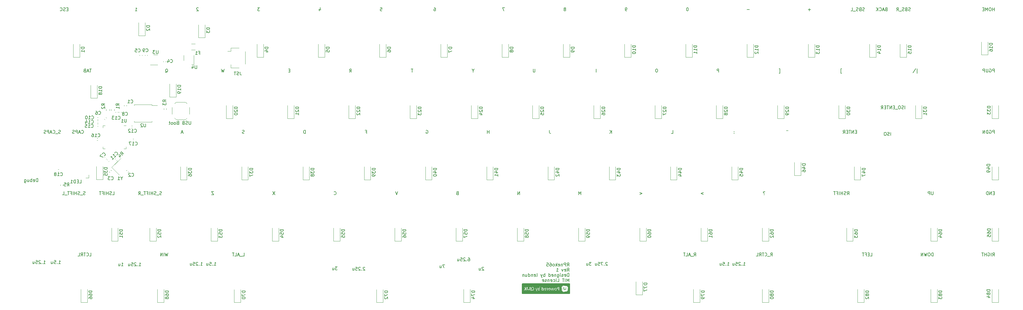
<source format=gbr>
%TF.GenerationSoftware,KiCad,Pcbnew,7.0.2-0*%
%TF.CreationDate,2023-06-24T13:13:04+03:00*%
%TF.ProjectId,rp2040-bakeneko65,72703230-3430-42d6-9261-6b656e656b6f,1*%
%TF.SameCoordinates,Original*%
%TF.FileFunction,Legend,Bot*%
%TF.FilePolarity,Positive*%
%FSLAX46Y46*%
G04 Gerber Fmt 4.6, Leading zero omitted, Abs format (unit mm)*
G04 Created by KiCad (PCBNEW 7.0.2-0) date 2023-06-24 13:13:04*
%MOMM*%
%LPD*%
G01*
G04 APERTURE LIST*
%ADD10C,0.150000*%
%ADD11C,0.120000*%
G04 APERTURE END LIST*
D10*
X251412500Y-142085952D02*
X252174404Y-142371666D01*
X252174404Y-142371666D02*
X251412500Y-142657380D01*
X71247023Y-123655000D02*
X71104166Y-123702619D01*
X71104166Y-123702619D02*
X70866071Y-123702619D01*
X70866071Y-123702619D02*
X70770833Y-123655000D01*
X70770833Y-123655000D02*
X70723214Y-123607380D01*
X70723214Y-123607380D02*
X70675595Y-123512142D01*
X70675595Y-123512142D02*
X70675595Y-123416904D01*
X70675595Y-123416904D02*
X70723214Y-123321666D01*
X70723214Y-123321666D02*
X70770833Y-123274047D01*
X70770833Y-123274047D02*
X70866071Y-123226428D01*
X70866071Y-123226428D02*
X71056547Y-123178809D01*
X71056547Y-123178809D02*
X71151785Y-123131190D01*
X71151785Y-123131190D02*
X71199404Y-123083571D01*
X71199404Y-123083571D02*
X71247023Y-122988333D01*
X71247023Y-122988333D02*
X71247023Y-122893095D01*
X71247023Y-122893095D02*
X71199404Y-122797857D01*
X71199404Y-122797857D02*
X71151785Y-122750238D01*
X71151785Y-122750238D02*
X71056547Y-122702619D01*
X71056547Y-122702619D02*
X70818452Y-122702619D01*
X70818452Y-122702619D02*
X70675595Y-122750238D01*
X70485119Y-123797857D02*
X69723214Y-123797857D01*
X68913690Y-123607380D02*
X68961309Y-123655000D01*
X68961309Y-123655000D02*
X69104166Y-123702619D01*
X69104166Y-123702619D02*
X69199404Y-123702619D01*
X69199404Y-123702619D02*
X69342261Y-123655000D01*
X69342261Y-123655000D02*
X69437499Y-123559761D01*
X69437499Y-123559761D02*
X69485118Y-123464523D01*
X69485118Y-123464523D02*
X69532737Y-123274047D01*
X69532737Y-123274047D02*
X69532737Y-123131190D01*
X69532737Y-123131190D02*
X69485118Y-122940714D01*
X69485118Y-122940714D02*
X69437499Y-122845476D01*
X69437499Y-122845476D02*
X69342261Y-122750238D01*
X69342261Y-122750238D02*
X69199404Y-122702619D01*
X69199404Y-122702619D02*
X69104166Y-122702619D01*
X69104166Y-122702619D02*
X68961309Y-122750238D01*
X68961309Y-122750238D02*
X68913690Y-122797857D01*
X68532737Y-123416904D02*
X68056547Y-123416904D01*
X68627975Y-123702619D02*
X68294642Y-122702619D01*
X68294642Y-122702619D02*
X67961309Y-123702619D01*
X67627975Y-123702619D02*
X67627975Y-122702619D01*
X67627975Y-122702619D02*
X67247023Y-122702619D01*
X67247023Y-122702619D02*
X67151785Y-122750238D01*
X67151785Y-122750238D02*
X67104166Y-122797857D01*
X67104166Y-122797857D02*
X67056547Y-122893095D01*
X67056547Y-122893095D02*
X67056547Y-123035952D01*
X67056547Y-123035952D02*
X67104166Y-123131190D01*
X67104166Y-123131190D02*
X67151785Y-123178809D01*
X67151785Y-123178809D02*
X67247023Y-123226428D01*
X67247023Y-123226428D02*
X67627975Y-123226428D01*
X66675594Y-123655000D02*
X66532737Y-123702619D01*
X66532737Y-123702619D02*
X66294642Y-123702619D01*
X66294642Y-123702619D02*
X66199404Y-123655000D01*
X66199404Y-123655000D02*
X66151785Y-123607380D01*
X66151785Y-123607380D02*
X66104166Y-123512142D01*
X66104166Y-123512142D02*
X66104166Y-123416904D01*
X66104166Y-123416904D02*
X66151785Y-123321666D01*
X66151785Y-123321666D02*
X66199404Y-123274047D01*
X66199404Y-123274047D02*
X66294642Y-123226428D01*
X66294642Y-123226428D02*
X66485118Y-123178809D01*
X66485118Y-123178809D02*
X66580356Y-123131190D01*
X66580356Y-123131190D02*
X66627975Y-123083571D01*
X66627975Y-123083571D02*
X66675594Y-122988333D01*
X66675594Y-122988333D02*
X66675594Y-122893095D01*
X66675594Y-122893095D02*
X66627975Y-122797857D01*
X66627975Y-122797857D02*
X66580356Y-122750238D01*
X66580356Y-122750238D02*
X66485118Y-122702619D01*
X66485118Y-122702619D02*
X66247023Y-122702619D01*
X66247023Y-122702619D02*
X66104166Y-122750238D01*
X335565773Y-85555000D02*
X335422916Y-85602619D01*
X335422916Y-85602619D02*
X335184821Y-85602619D01*
X335184821Y-85602619D02*
X335089583Y-85555000D01*
X335089583Y-85555000D02*
X335041964Y-85507380D01*
X335041964Y-85507380D02*
X334994345Y-85412142D01*
X334994345Y-85412142D02*
X334994345Y-85316904D01*
X334994345Y-85316904D02*
X335041964Y-85221666D01*
X335041964Y-85221666D02*
X335089583Y-85174047D01*
X335089583Y-85174047D02*
X335184821Y-85126428D01*
X335184821Y-85126428D02*
X335375297Y-85078809D01*
X335375297Y-85078809D02*
X335470535Y-85031190D01*
X335470535Y-85031190D02*
X335518154Y-84983571D01*
X335518154Y-84983571D02*
X335565773Y-84888333D01*
X335565773Y-84888333D02*
X335565773Y-84793095D01*
X335565773Y-84793095D02*
X335518154Y-84697857D01*
X335518154Y-84697857D02*
X335470535Y-84650238D01*
X335470535Y-84650238D02*
X335375297Y-84602619D01*
X335375297Y-84602619D02*
X335137202Y-84602619D01*
X335137202Y-84602619D02*
X334994345Y-84650238D01*
X334232440Y-85078809D02*
X334089583Y-85126428D01*
X334089583Y-85126428D02*
X334041964Y-85174047D01*
X334041964Y-85174047D02*
X333994345Y-85269285D01*
X333994345Y-85269285D02*
X333994345Y-85412142D01*
X333994345Y-85412142D02*
X334041964Y-85507380D01*
X334041964Y-85507380D02*
X334089583Y-85555000D01*
X334089583Y-85555000D02*
X334184821Y-85602619D01*
X334184821Y-85602619D02*
X334565773Y-85602619D01*
X334565773Y-85602619D02*
X334565773Y-84602619D01*
X334565773Y-84602619D02*
X334232440Y-84602619D01*
X334232440Y-84602619D02*
X334137202Y-84650238D01*
X334137202Y-84650238D02*
X334089583Y-84697857D01*
X334089583Y-84697857D02*
X334041964Y-84793095D01*
X334041964Y-84793095D02*
X334041964Y-84888333D01*
X334041964Y-84888333D02*
X334089583Y-84983571D01*
X334089583Y-84983571D02*
X334137202Y-85031190D01*
X334137202Y-85031190D02*
X334232440Y-85078809D01*
X334232440Y-85078809D02*
X334565773Y-85078809D01*
X333613392Y-85555000D02*
X333470535Y-85602619D01*
X333470535Y-85602619D02*
X333232440Y-85602619D01*
X333232440Y-85602619D02*
X333137202Y-85555000D01*
X333137202Y-85555000D02*
X333089583Y-85507380D01*
X333089583Y-85507380D02*
X333041964Y-85412142D01*
X333041964Y-85412142D02*
X333041964Y-85316904D01*
X333041964Y-85316904D02*
X333089583Y-85221666D01*
X333089583Y-85221666D02*
X333137202Y-85174047D01*
X333137202Y-85174047D02*
X333232440Y-85126428D01*
X333232440Y-85126428D02*
X333422916Y-85078809D01*
X333422916Y-85078809D02*
X333518154Y-85031190D01*
X333518154Y-85031190D02*
X333565773Y-84983571D01*
X333565773Y-84983571D02*
X333613392Y-84888333D01*
X333613392Y-84888333D02*
X333613392Y-84793095D01*
X333613392Y-84793095D02*
X333565773Y-84697857D01*
X333565773Y-84697857D02*
X333518154Y-84650238D01*
X333518154Y-84650238D02*
X333422916Y-84602619D01*
X333422916Y-84602619D02*
X333184821Y-84602619D01*
X333184821Y-84602619D02*
X333041964Y-84650238D01*
X332851488Y-85697857D02*
X332089583Y-85697857D01*
X331280059Y-85602619D02*
X331613392Y-85126428D01*
X331851487Y-85602619D02*
X331851487Y-84602619D01*
X331851487Y-84602619D02*
X331470535Y-84602619D01*
X331470535Y-84602619D02*
X331375297Y-84650238D01*
X331375297Y-84650238D02*
X331327678Y-84697857D01*
X331327678Y-84697857D02*
X331280059Y-84793095D01*
X331280059Y-84793095D02*
X331280059Y-84935952D01*
X331280059Y-84935952D02*
X331327678Y-85031190D01*
X331327678Y-85031190D02*
X331375297Y-85078809D01*
X331375297Y-85078809D02*
X331470535Y-85126428D01*
X331470535Y-85126428D02*
X331851487Y-85126428D01*
X214074404Y-142752619D02*
X214074404Y-141752619D01*
X214074404Y-141752619D02*
X213502976Y-142752619D01*
X213502976Y-142752619D02*
X213502976Y-141752619D01*
X114808095Y-164723619D02*
X115379523Y-164723619D01*
X115093809Y-164723619D02*
X115093809Y-163723619D01*
X115093809Y-163723619D02*
X115189047Y-163866476D01*
X115189047Y-163866476D02*
X115284285Y-163961714D01*
X115284285Y-163961714D02*
X115379523Y-164009333D01*
X114379523Y-164628380D02*
X114331904Y-164676000D01*
X114331904Y-164676000D02*
X114379523Y-164723619D01*
X114379523Y-164723619D02*
X114427142Y-164676000D01*
X114427142Y-164676000D02*
X114379523Y-164628380D01*
X114379523Y-164628380D02*
X114379523Y-164723619D01*
X113950952Y-163818857D02*
X113903333Y-163771238D01*
X113903333Y-163771238D02*
X113808095Y-163723619D01*
X113808095Y-163723619D02*
X113570000Y-163723619D01*
X113570000Y-163723619D02*
X113474762Y-163771238D01*
X113474762Y-163771238D02*
X113427143Y-163818857D01*
X113427143Y-163818857D02*
X113379524Y-163914095D01*
X113379524Y-163914095D02*
X113379524Y-164009333D01*
X113379524Y-164009333D02*
X113427143Y-164152190D01*
X113427143Y-164152190D02*
X113998571Y-164723619D01*
X113998571Y-164723619D02*
X113379524Y-164723619D01*
X112474762Y-163723619D02*
X112950952Y-163723619D01*
X112950952Y-163723619D02*
X112998571Y-164199809D01*
X112998571Y-164199809D02*
X112950952Y-164152190D01*
X112950952Y-164152190D02*
X112855714Y-164104571D01*
X112855714Y-164104571D02*
X112617619Y-164104571D01*
X112617619Y-164104571D02*
X112522381Y-164152190D01*
X112522381Y-164152190D02*
X112474762Y-164199809D01*
X112474762Y-164199809D02*
X112427143Y-164295047D01*
X112427143Y-164295047D02*
X112427143Y-164533142D01*
X112427143Y-164533142D02*
X112474762Y-164628380D01*
X112474762Y-164628380D02*
X112522381Y-164676000D01*
X112522381Y-164676000D02*
X112617619Y-164723619D01*
X112617619Y-164723619D02*
X112855714Y-164723619D01*
X112855714Y-164723619D02*
X112950952Y-164676000D01*
X112950952Y-164676000D02*
X112998571Y-164628380D01*
X111570000Y-164056952D02*
X111570000Y-164723619D01*
X111998571Y-164056952D02*
X111998571Y-164580761D01*
X111998571Y-164580761D02*
X111950952Y-164676000D01*
X111950952Y-164676000D02*
X111855714Y-164723619D01*
X111855714Y-164723619D02*
X111712857Y-164723619D01*
X111712857Y-164723619D02*
X111617619Y-164676000D01*
X111617619Y-164676000D02*
X111570000Y-164628380D01*
X323135714Y-161802619D02*
X323611904Y-161802619D01*
X323611904Y-161802619D02*
X323611904Y-160802619D01*
X322802380Y-161278809D02*
X322469047Y-161278809D01*
X322326190Y-161802619D02*
X322802380Y-161802619D01*
X322802380Y-161802619D02*
X322802380Y-160802619D01*
X322802380Y-160802619D02*
X322326190Y-160802619D01*
X321564285Y-161278809D02*
X321897618Y-161278809D01*
X321897618Y-161802619D02*
X321897618Y-160802619D01*
X321897618Y-160802619D02*
X321421428Y-160802619D01*
X321183332Y-160802619D02*
X320611904Y-160802619D01*
X320897618Y-161802619D02*
X320897618Y-160802619D01*
X233124404Y-142752619D02*
X233124404Y-141752619D01*
X233124404Y-141752619D02*
X232791071Y-142466904D01*
X232791071Y-142466904D02*
X232457738Y-141752619D01*
X232457738Y-141752619D02*
X232457738Y-142752619D01*
X333898904Y-116082619D02*
X333898904Y-115082619D01*
X333470333Y-116035000D02*
X333327476Y-116082619D01*
X333327476Y-116082619D02*
X333089381Y-116082619D01*
X333089381Y-116082619D02*
X332994143Y-116035000D01*
X332994143Y-116035000D02*
X332946524Y-115987380D01*
X332946524Y-115987380D02*
X332898905Y-115892142D01*
X332898905Y-115892142D02*
X332898905Y-115796904D01*
X332898905Y-115796904D02*
X332946524Y-115701666D01*
X332946524Y-115701666D02*
X332994143Y-115654047D01*
X332994143Y-115654047D02*
X333089381Y-115606428D01*
X333089381Y-115606428D02*
X333279857Y-115558809D01*
X333279857Y-115558809D02*
X333375095Y-115511190D01*
X333375095Y-115511190D02*
X333422714Y-115463571D01*
X333422714Y-115463571D02*
X333470333Y-115368333D01*
X333470333Y-115368333D02*
X333470333Y-115273095D01*
X333470333Y-115273095D02*
X333422714Y-115177857D01*
X333422714Y-115177857D02*
X333375095Y-115130238D01*
X333375095Y-115130238D02*
X333279857Y-115082619D01*
X333279857Y-115082619D02*
X333041762Y-115082619D01*
X333041762Y-115082619D02*
X332898905Y-115130238D01*
X332279857Y-115082619D02*
X332089381Y-115082619D01*
X332089381Y-115082619D02*
X331994143Y-115130238D01*
X331994143Y-115130238D02*
X331898905Y-115225476D01*
X331898905Y-115225476D02*
X331851286Y-115415952D01*
X331851286Y-115415952D02*
X331851286Y-115749285D01*
X331851286Y-115749285D02*
X331898905Y-115939761D01*
X331898905Y-115939761D02*
X331994143Y-116035000D01*
X331994143Y-116035000D02*
X332089381Y-116082619D01*
X332089381Y-116082619D02*
X332279857Y-116082619D01*
X332279857Y-116082619D02*
X332375095Y-116035000D01*
X332375095Y-116035000D02*
X332470333Y-115939761D01*
X332470333Y-115939761D02*
X332517952Y-115749285D01*
X332517952Y-115749285D02*
X332517952Y-115415952D01*
X332517952Y-115415952D02*
X332470333Y-115225476D01*
X332470333Y-115225476D02*
X332375095Y-115130238D01*
X332375095Y-115130238D02*
X332279857Y-115082619D01*
X331660810Y-116177857D02*
X330898905Y-116177857D01*
X330660809Y-115558809D02*
X330327476Y-115558809D01*
X330184619Y-116082619D02*
X330660809Y-116082619D01*
X330660809Y-116082619D02*
X330660809Y-115082619D01*
X330660809Y-115082619D02*
X330184619Y-115082619D01*
X329756047Y-116082619D02*
X329756047Y-115082619D01*
X329756047Y-115082619D02*
X329184619Y-116082619D01*
X329184619Y-116082619D02*
X329184619Y-115082619D01*
X328851285Y-115082619D02*
X328279857Y-115082619D01*
X328565571Y-116082619D02*
X328565571Y-115082619D01*
X327946523Y-115558809D02*
X327613190Y-115558809D01*
X327470333Y-116082619D02*
X327946523Y-116082619D01*
X327946523Y-116082619D02*
X327946523Y-115082619D01*
X327946523Y-115082619D02*
X327470333Y-115082619D01*
X326470333Y-116082619D02*
X326803666Y-115606428D01*
X327041761Y-116082619D02*
X327041761Y-115082619D01*
X327041761Y-115082619D02*
X326660809Y-115082619D01*
X326660809Y-115082619D02*
X326565571Y-115130238D01*
X326565571Y-115130238D02*
X326517952Y-115177857D01*
X326517952Y-115177857D02*
X326470333Y-115273095D01*
X326470333Y-115273095D02*
X326470333Y-115415952D01*
X326470333Y-115415952D02*
X326517952Y-115511190D01*
X326517952Y-115511190D02*
X326565571Y-115558809D01*
X326565571Y-115558809D02*
X326660809Y-115606428D01*
X326660809Y-115606428D02*
X327041761Y-115606428D01*
X329453904Y-124337619D02*
X329453904Y-123337619D01*
X329025333Y-124290000D02*
X328882476Y-124337619D01*
X328882476Y-124337619D02*
X328644381Y-124337619D01*
X328644381Y-124337619D02*
X328549143Y-124290000D01*
X328549143Y-124290000D02*
X328501524Y-124242380D01*
X328501524Y-124242380D02*
X328453905Y-124147142D01*
X328453905Y-124147142D02*
X328453905Y-124051904D01*
X328453905Y-124051904D02*
X328501524Y-123956666D01*
X328501524Y-123956666D02*
X328549143Y-123909047D01*
X328549143Y-123909047D02*
X328644381Y-123861428D01*
X328644381Y-123861428D02*
X328834857Y-123813809D01*
X328834857Y-123813809D02*
X328930095Y-123766190D01*
X328930095Y-123766190D02*
X328977714Y-123718571D01*
X328977714Y-123718571D02*
X329025333Y-123623333D01*
X329025333Y-123623333D02*
X329025333Y-123528095D01*
X329025333Y-123528095D02*
X328977714Y-123432857D01*
X328977714Y-123432857D02*
X328930095Y-123385238D01*
X328930095Y-123385238D02*
X328834857Y-123337619D01*
X328834857Y-123337619D02*
X328596762Y-123337619D01*
X328596762Y-123337619D02*
X328453905Y-123385238D01*
X327834857Y-123337619D02*
X327644381Y-123337619D01*
X327644381Y-123337619D02*
X327549143Y-123385238D01*
X327549143Y-123385238D02*
X327453905Y-123480476D01*
X327453905Y-123480476D02*
X327406286Y-123670952D01*
X327406286Y-123670952D02*
X327406286Y-124004285D01*
X327406286Y-124004285D02*
X327453905Y-124194761D01*
X327453905Y-124194761D02*
X327549143Y-124290000D01*
X327549143Y-124290000D02*
X327644381Y-124337619D01*
X327644381Y-124337619D02*
X327834857Y-124337619D01*
X327834857Y-124337619D02*
X327930095Y-124290000D01*
X327930095Y-124290000D02*
X328025333Y-124194761D01*
X328025333Y-124194761D02*
X328072952Y-124004285D01*
X328072952Y-124004285D02*
X328072952Y-123670952D01*
X328072952Y-123670952D02*
X328025333Y-123480476D01*
X328025333Y-123480476D02*
X327930095Y-123385238D01*
X327930095Y-123385238D02*
X327834857Y-123337619D01*
X228806476Y-164943619D02*
X229139809Y-164467428D01*
X229377904Y-164943619D02*
X229377904Y-163943619D01*
X229377904Y-163943619D02*
X228996952Y-163943619D01*
X228996952Y-163943619D02*
X228901714Y-163991238D01*
X228901714Y-163991238D02*
X228854095Y-164038857D01*
X228854095Y-164038857D02*
X228806476Y-164134095D01*
X228806476Y-164134095D02*
X228806476Y-164276952D01*
X228806476Y-164276952D02*
X228854095Y-164372190D01*
X228854095Y-164372190D02*
X228901714Y-164419809D01*
X228901714Y-164419809D02*
X228996952Y-164467428D01*
X228996952Y-164467428D02*
X229377904Y-164467428D01*
X228377904Y-164943619D02*
X228377904Y-163943619D01*
X228377904Y-163943619D02*
X227996952Y-163943619D01*
X227996952Y-163943619D02*
X227901714Y-163991238D01*
X227901714Y-163991238D02*
X227854095Y-164038857D01*
X227854095Y-164038857D02*
X227806476Y-164134095D01*
X227806476Y-164134095D02*
X227806476Y-164276952D01*
X227806476Y-164276952D02*
X227854095Y-164372190D01*
X227854095Y-164372190D02*
X227901714Y-164419809D01*
X227901714Y-164419809D02*
X227996952Y-164467428D01*
X227996952Y-164467428D02*
X228377904Y-164467428D01*
X227377904Y-164276952D02*
X227377904Y-164943619D01*
X227377904Y-164372190D02*
X227330285Y-164324571D01*
X227330285Y-164324571D02*
X227235047Y-164276952D01*
X227235047Y-164276952D02*
X227092190Y-164276952D01*
X227092190Y-164276952D02*
X226996952Y-164324571D01*
X226996952Y-164324571D02*
X226949333Y-164419809D01*
X226949333Y-164419809D02*
X226949333Y-164943619D01*
X226092190Y-164896000D02*
X226187428Y-164943619D01*
X226187428Y-164943619D02*
X226377904Y-164943619D01*
X226377904Y-164943619D02*
X226473142Y-164896000D01*
X226473142Y-164896000D02*
X226520761Y-164800761D01*
X226520761Y-164800761D02*
X226520761Y-164419809D01*
X226520761Y-164419809D02*
X226473142Y-164324571D01*
X226473142Y-164324571D02*
X226377904Y-164276952D01*
X226377904Y-164276952D02*
X226187428Y-164276952D01*
X226187428Y-164276952D02*
X226092190Y-164324571D01*
X226092190Y-164324571D02*
X226044571Y-164419809D01*
X226044571Y-164419809D02*
X226044571Y-164515047D01*
X226044571Y-164515047D02*
X226520761Y-164610285D01*
X225615999Y-164943619D02*
X225615999Y-163943619D01*
X225520761Y-164562666D02*
X225235047Y-164943619D01*
X225235047Y-164276952D02*
X225615999Y-164657904D01*
X224663618Y-164943619D02*
X224758856Y-164896000D01*
X224758856Y-164896000D02*
X224806475Y-164848380D01*
X224806475Y-164848380D02*
X224854094Y-164753142D01*
X224854094Y-164753142D02*
X224854094Y-164467428D01*
X224854094Y-164467428D02*
X224806475Y-164372190D01*
X224806475Y-164372190D02*
X224758856Y-164324571D01*
X224758856Y-164324571D02*
X224663618Y-164276952D01*
X224663618Y-164276952D02*
X224520761Y-164276952D01*
X224520761Y-164276952D02*
X224425523Y-164324571D01*
X224425523Y-164324571D02*
X224377904Y-164372190D01*
X224377904Y-164372190D02*
X224330285Y-164467428D01*
X224330285Y-164467428D02*
X224330285Y-164753142D01*
X224330285Y-164753142D02*
X224377904Y-164848380D01*
X224377904Y-164848380D02*
X224425523Y-164896000D01*
X224425523Y-164896000D02*
X224520761Y-164943619D01*
X224520761Y-164943619D02*
X224663618Y-164943619D01*
X223473142Y-163943619D02*
X223663618Y-163943619D01*
X223663618Y-163943619D02*
X223758856Y-163991238D01*
X223758856Y-163991238D02*
X223806475Y-164038857D01*
X223806475Y-164038857D02*
X223901713Y-164181714D01*
X223901713Y-164181714D02*
X223949332Y-164372190D01*
X223949332Y-164372190D02*
X223949332Y-164753142D01*
X223949332Y-164753142D02*
X223901713Y-164848380D01*
X223901713Y-164848380D02*
X223854094Y-164896000D01*
X223854094Y-164896000D02*
X223758856Y-164943619D01*
X223758856Y-164943619D02*
X223568380Y-164943619D01*
X223568380Y-164943619D02*
X223473142Y-164896000D01*
X223473142Y-164896000D02*
X223425523Y-164848380D01*
X223425523Y-164848380D02*
X223377904Y-164753142D01*
X223377904Y-164753142D02*
X223377904Y-164515047D01*
X223377904Y-164515047D02*
X223425523Y-164419809D01*
X223425523Y-164419809D02*
X223473142Y-164372190D01*
X223473142Y-164372190D02*
X223568380Y-164324571D01*
X223568380Y-164324571D02*
X223758856Y-164324571D01*
X223758856Y-164324571D02*
X223854094Y-164372190D01*
X223854094Y-164372190D02*
X223901713Y-164419809D01*
X223901713Y-164419809D02*
X223949332Y-164515047D01*
X222473142Y-163943619D02*
X222949332Y-163943619D01*
X222949332Y-163943619D02*
X222996951Y-164419809D01*
X222996951Y-164419809D02*
X222949332Y-164372190D01*
X222949332Y-164372190D02*
X222854094Y-164324571D01*
X222854094Y-164324571D02*
X222615999Y-164324571D01*
X222615999Y-164324571D02*
X222520761Y-164372190D01*
X222520761Y-164372190D02*
X222473142Y-164419809D01*
X222473142Y-164419809D02*
X222425523Y-164515047D01*
X222425523Y-164515047D02*
X222425523Y-164753142D01*
X222425523Y-164753142D02*
X222473142Y-164848380D01*
X222473142Y-164848380D02*
X222520761Y-164896000D01*
X222520761Y-164896000D02*
X222615999Y-164943619D01*
X222615999Y-164943619D02*
X222854094Y-164943619D01*
X222854094Y-164943619D02*
X222949332Y-164896000D01*
X222949332Y-164896000D02*
X222996951Y-164848380D01*
X228806476Y-166563619D02*
X229139809Y-166087428D01*
X229377904Y-166563619D02*
X229377904Y-165563619D01*
X229377904Y-165563619D02*
X228996952Y-165563619D01*
X228996952Y-165563619D02*
X228901714Y-165611238D01*
X228901714Y-165611238D02*
X228854095Y-165658857D01*
X228854095Y-165658857D02*
X228806476Y-165754095D01*
X228806476Y-165754095D02*
X228806476Y-165896952D01*
X228806476Y-165896952D02*
X228854095Y-165992190D01*
X228854095Y-165992190D02*
X228901714Y-166039809D01*
X228901714Y-166039809D02*
X228996952Y-166087428D01*
X228996952Y-166087428D02*
X229377904Y-166087428D01*
X227996952Y-166516000D02*
X228092190Y-166563619D01*
X228092190Y-166563619D02*
X228282666Y-166563619D01*
X228282666Y-166563619D02*
X228377904Y-166516000D01*
X228377904Y-166516000D02*
X228425523Y-166420761D01*
X228425523Y-166420761D02*
X228425523Y-166039809D01*
X228425523Y-166039809D02*
X228377904Y-165944571D01*
X228377904Y-165944571D02*
X228282666Y-165896952D01*
X228282666Y-165896952D02*
X228092190Y-165896952D01*
X228092190Y-165896952D02*
X227996952Y-165944571D01*
X227996952Y-165944571D02*
X227949333Y-166039809D01*
X227949333Y-166039809D02*
X227949333Y-166135047D01*
X227949333Y-166135047D02*
X228425523Y-166230285D01*
X227615999Y-165896952D02*
X227377904Y-166563619D01*
X227377904Y-166563619D02*
X227139809Y-165896952D01*
X225473142Y-166563619D02*
X226044570Y-166563619D01*
X225758856Y-166563619D02*
X225758856Y-165563619D01*
X225758856Y-165563619D02*
X225854094Y-165706476D01*
X225854094Y-165706476D02*
X225949332Y-165801714D01*
X225949332Y-165801714D02*
X226044570Y-165849333D01*
X229377904Y-168183619D02*
X229377904Y-167183619D01*
X229377904Y-167183619D02*
X229139809Y-167183619D01*
X229139809Y-167183619D02*
X228996952Y-167231238D01*
X228996952Y-167231238D02*
X228901714Y-167326476D01*
X228901714Y-167326476D02*
X228854095Y-167421714D01*
X228854095Y-167421714D02*
X228806476Y-167612190D01*
X228806476Y-167612190D02*
X228806476Y-167755047D01*
X228806476Y-167755047D02*
X228854095Y-167945523D01*
X228854095Y-167945523D02*
X228901714Y-168040761D01*
X228901714Y-168040761D02*
X228996952Y-168136000D01*
X228996952Y-168136000D02*
X229139809Y-168183619D01*
X229139809Y-168183619D02*
X229377904Y-168183619D01*
X227996952Y-168136000D02*
X228092190Y-168183619D01*
X228092190Y-168183619D02*
X228282666Y-168183619D01*
X228282666Y-168183619D02*
X228377904Y-168136000D01*
X228377904Y-168136000D02*
X228425523Y-168040761D01*
X228425523Y-168040761D02*
X228425523Y-167659809D01*
X228425523Y-167659809D02*
X228377904Y-167564571D01*
X228377904Y-167564571D02*
X228282666Y-167516952D01*
X228282666Y-167516952D02*
X228092190Y-167516952D01*
X228092190Y-167516952D02*
X227996952Y-167564571D01*
X227996952Y-167564571D02*
X227949333Y-167659809D01*
X227949333Y-167659809D02*
X227949333Y-167755047D01*
X227949333Y-167755047D02*
X228425523Y-167850285D01*
X227568380Y-168136000D02*
X227473142Y-168183619D01*
X227473142Y-168183619D02*
X227282666Y-168183619D01*
X227282666Y-168183619D02*
X227187428Y-168136000D01*
X227187428Y-168136000D02*
X227139809Y-168040761D01*
X227139809Y-168040761D02*
X227139809Y-167993142D01*
X227139809Y-167993142D02*
X227187428Y-167897904D01*
X227187428Y-167897904D02*
X227282666Y-167850285D01*
X227282666Y-167850285D02*
X227425523Y-167850285D01*
X227425523Y-167850285D02*
X227520761Y-167802666D01*
X227520761Y-167802666D02*
X227568380Y-167707428D01*
X227568380Y-167707428D02*
X227568380Y-167659809D01*
X227568380Y-167659809D02*
X227520761Y-167564571D01*
X227520761Y-167564571D02*
X227425523Y-167516952D01*
X227425523Y-167516952D02*
X227282666Y-167516952D01*
X227282666Y-167516952D02*
X227187428Y-167564571D01*
X226711237Y-168183619D02*
X226711237Y-167516952D01*
X226711237Y-167183619D02*
X226758856Y-167231238D01*
X226758856Y-167231238D02*
X226711237Y-167278857D01*
X226711237Y-167278857D02*
X226663618Y-167231238D01*
X226663618Y-167231238D02*
X226711237Y-167183619D01*
X226711237Y-167183619D02*
X226711237Y-167278857D01*
X225806476Y-167516952D02*
X225806476Y-168326476D01*
X225806476Y-168326476D02*
X225854095Y-168421714D01*
X225854095Y-168421714D02*
X225901714Y-168469333D01*
X225901714Y-168469333D02*
X225996952Y-168516952D01*
X225996952Y-168516952D02*
X226139809Y-168516952D01*
X226139809Y-168516952D02*
X226235047Y-168469333D01*
X225806476Y-168136000D02*
X225901714Y-168183619D01*
X225901714Y-168183619D02*
X226092190Y-168183619D01*
X226092190Y-168183619D02*
X226187428Y-168136000D01*
X226187428Y-168136000D02*
X226235047Y-168088380D01*
X226235047Y-168088380D02*
X226282666Y-167993142D01*
X226282666Y-167993142D02*
X226282666Y-167707428D01*
X226282666Y-167707428D02*
X226235047Y-167612190D01*
X226235047Y-167612190D02*
X226187428Y-167564571D01*
X226187428Y-167564571D02*
X226092190Y-167516952D01*
X226092190Y-167516952D02*
X225901714Y-167516952D01*
X225901714Y-167516952D02*
X225806476Y-167564571D01*
X225330285Y-167516952D02*
X225330285Y-168183619D01*
X225330285Y-167612190D02*
X225282666Y-167564571D01*
X225282666Y-167564571D02*
X225187428Y-167516952D01*
X225187428Y-167516952D02*
X225044571Y-167516952D01*
X225044571Y-167516952D02*
X224949333Y-167564571D01*
X224949333Y-167564571D02*
X224901714Y-167659809D01*
X224901714Y-167659809D02*
X224901714Y-168183619D01*
X224044571Y-168136000D02*
X224139809Y-168183619D01*
X224139809Y-168183619D02*
X224330285Y-168183619D01*
X224330285Y-168183619D02*
X224425523Y-168136000D01*
X224425523Y-168136000D02*
X224473142Y-168040761D01*
X224473142Y-168040761D02*
X224473142Y-167659809D01*
X224473142Y-167659809D02*
X224425523Y-167564571D01*
X224425523Y-167564571D02*
X224330285Y-167516952D01*
X224330285Y-167516952D02*
X224139809Y-167516952D01*
X224139809Y-167516952D02*
X224044571Y-167564571D01*
X224044571Y-167564571D02*
X223996952Y-167659809D01*
X223996952Y-167659809D02*
X223996952Y-167755047D01*
X223996952Y-167755047D02*
X224473142Y-167850285D01*
X223139809Y-168183619D02*
X223139809Y-167183619D01*
X223139809Y-168136000D02*
X223235047Y-168183619D01*
X223235047Y-168183619D02*
X223425523Y-168183619D01*
X223425523Y-168183619D02*
X223520761Y-168136000D01*
X223520761Y-168136000D02*
X223568380Y-168088380D01*
X223568380Y-168088380D02*
X223615999Y-167993142D01*
X223615999Y-167993142D02*
X223615999Y-167707428D01*
X223615999Y-167707428D02*
X223568380Y-167612190D01*
X223568380Y-167612190D02*
X223520761Y-167564571D01*
X223520761Y-167564571D02*
X223425523Y-167516952D01*
X223425523Y-167516952D02*
X223235047Y-167516952D01*
X223235047Y-167516952D02*
X223139809Y-167564571D01*
X221901713Y-168183619D02*
X221901713Y-167183619D01*
X221901713Y-167564571D02*
X221806475Y-167516952D01*
X221806475Y-167516952D02*
X221615999Y-167516952D01*
X221615999Y-167516952D02*
X221520761Y-167564571D01*
X221520761Y-167564571D02*
X221473142Y-167612190D01*
X221473142Y-167612190D02*
X221425523Y-167707428D01*
X221425523Y-167707428D02*
X221425523Y-167993142D01*
X221425523Y-167993142D02*
X221473142Y-168088380D01*
X221473142Y-168088380D02*
X221520761Y-168136000D01*
X221520761Y-168136000D02*
X221615999Y-168183619D01*
X221615999Y-168183619D02*
X221806475Y-168183619D01*
X221806475Y-168183619D02*
X221901713Y-168136000D01*
X221092189Y-167516952D02*
X220854094Y-168183619D01*
X220615999Y-167516952D02*
X220854094Y-168183619D01*
X220854094Y-168183619D02*
X220949332Y-168421714D01*
X220949332Y-168421714D02*
X220996951Y-168469333D01*
X220996951Y-168469333D02*
X221092189Y-168516952D01*
X219330284Y-168183619D02*
X219425522Y-168136000D01*
X219425522Y-168136000D02*
X219473141Y-168040761D01*
X219473141Y-168040761D02*
X219473141Y-167183619D01*
X218568379Y-168136000D02*
X218663617Y-168183619D01*
X218663617Y-168183619D02*
X218854093Y-168183619D01*
X218854093Y-168183619D02*
X218949331Y-168136000D01*
X218949331Y-168136000D02*
X218996950Y-168040761D01*
X218996950Y-168040761D02*
X218996950Y-167659809D01*
X218996950Y-167659809D02*
X218949331Y-167564571D01*
X218949331Y-167564571D02*
X218854093Y-167516952D01*
X218854093Y-167516952D02*
X218663617Y-167516952D01*
X218663617Y-167516952D02*
X218568379Y-167564571D01*
X218568379Y-167564571D02*
X218520760Y-167659809D01*
X218520760Y-167659809D02*
X218520760Y-167755047D01*
X218520760Y-167755047D02*
X218996950Y-167850285D01*
X218092188Y-167516952D02*
X218092188Y-168183619D01*
X218092188Y-167612190D02*
X218044569Y-167564571D01*
X218044569Y-167564571D02*
X217949331Y-167516952D01*
X217949331Y-167516952D02*
X217806474Y-167516952D01*
X217806474Y-167516952D02*
X217711236Y-167564571D01*
X217711236Y-167564571D02*
X217663617Y-167659809D01*
X217663617Y-167659809D02*
X217663617Y-168183619D01*
X216758855Y-168183619D02*
X216758855Y-167183619D01*
X216758855Y-168136000D02*
X216854093Y-168183619D01*
X216854093Y-168183619D02*
X217044569Y-168183619D01*
X217044569Y-168183619D02*
X217139807Y-168136000D01*
X217139807Y-168136000D02*
X217187426Y-168088380D01*
X217187426Y-168088380D02*
X217235045Y-167993142D01*
X217235045Y-167993142D02*
X217235045Y-167707428D01*
X217235045Y-167707428D02*
X217187426Y-167612190D01*
X217187426Y-167612190D02*
X217139807Y-167564571D01*
X217139807Y-167564571D02*
X217044569Y-167516952D01*
X217044569Y-167516952D02*
X216854093Y-167516952D01*
X216854093Y-167516952D02*
X216758855Y-167564571D01*
X215854093Y-167516952D02*
X215854093Y-168183619D01*
X216282664Y-167516952D02*
X216282664Y-168040761D01*
X216282664Y-168040761D02*
X216235045Y-168136000D01*
X216235045Y-168136000D02*
X216139807Y-168183619D01*
X216139807Y-168183619D02*
X215996950Y-168183619D01*
X215996950Y-168183619D02*
X215901712Y-168136000D01*
X215901712Y-168136000D02*
X215854093Y-168088380D01*
X215377902Y-167516952D02*
X215377902Y-168183619D01*
X215377902Y-167612190D02*
X215330283Y-167564571D01*
X215330283Y-167564571D02*
X215235045Y-167516952D01*
X215235045Y-167516952D02*
X215092188Y-167516952D01*
X215092188Y-167516952D02*
X214996950Y-167564571D01*
X214996950Y-167564571D02*
X214949331Y-167659809D01*
X214949331Y-167659809D02*
X214949331Y-168183619D01*
X229377904Y-169803619D02*
X229377904Y-168803619D01*
X229377904Y-168803619D02*
X229044571Y-169517904D01*
X229044571Y-169517904D02*
X228711238Y-168803619D01*
X228711238Y-168803619D02*
X228711238Y-169803619D01*
X228235047Y-169803619D02*
X228235047Y-168803619D01*
X227901714Y-168803619D02*
X227330286Y-168803619D01*
X227616000Y-169803619D02*
X227616000Y-168803619D01*
X225758857Y-169803619D02*
X226235047Y-169803619D01*
X226235047Y-169803619D02*
X226235047Y-168803619D01*
X225425523Y-169803619D02*
X225425523Y-169136952D01*
X225425523Y-168803619D02*
X225473142Y-168851238D01*
X225473142Y-168851238D02*
X225425523Y-168898857D01*
X225425523Y-168898857D02*
X225377904Y-168851238D01*
X225377904Y-168851238D02*
X225425523Y-168803619D01*
X225425523Y-168803619D02*
X225425523Y-168898857D01*
X224520762Y-169756000D02*
X224616000Y-169803619D01*
X224616000Y-169803619D02*
X224806476Y-169803619D01*
X224806476Y-169803619D02*
X224901714Y-169756000D01*
X224901714Y-169756000D02*
X224949333Y-169708380D01*
X224949333Y-169708380D02*
X224996952Y-169613142D01*
X224996952Y-169613142D02*
X224996952Y-169327428D01*
X224996952Y-169327428D02*
X224949333Y-169232190D01*
X224949333Y-169232190D02*
X224901714Y-169184571D01*
X224901714Y-169184571D02*
X224806476Y-169136952D01*
X224806476Y-169136952D02*
X224616000Y-169136952D01*
X224616000Y-169136952D02*
X224520762Y-169184571D01*
X223711238Y-169756000D02*
X223806476Y-169803619D01*
X223806476Y-169803619D02*
X223996952Y-169803619D01*
X223996952Y-169803619D02*
X224092190Y-169756000D01*
X224092190Y-169756000D02*
X224139809Y-169660761D01*
X224139809Y-169660761D02*
X224139809Y-169279809D01*
X224139809Y-169279809D02*
X224092190Y-169184571D01*
X224092190Y-169184571D02*
X223996952Y-169136952D01*
X223996952Y-169136952D02*
X223806476Y-169136952D01*
X223806476Y-169136952D02*
X223711238Y-169184571D01*
X223711238Y-169184571D02*
X223663619Y-169279809D01*
X223663619Y-169279809D02*
X223663619Y-169375047D01*
X223663619Y-169375047D02*
X224139809Y-169470285D01*
X223235047Y-169136952D02*
X223235047Y-169803619D01*
X223235047Y-169232190D02*
X223187428Y-169184571D01*
X223187428Y-169184571D02*
X223092190Y-169136952D01*
X223092190Y-169136952D02*
X222949333Y-169136952D01*
X222949333Y-169136952D02*
X222854095Y-169184571D01*
X222854095Y-169184571D02*
X222806476Y-169279809D01*
X222806476Y-169279809D02*
X222806476Y-169803619D01*
X222377904Y-169756000D02*
X222282666Y-169803619D01*
X222282666Y-169803619D02*
X222092190Y-169803619D01*
X222092190Y-169803619D02*
X221996952Y-169756000D01*
X221996952Y-169756000D02*
X221949333Y-169660761D01*
X221949333Y-169660761D02*
X221949333Y-169613142D01*
X221949333Y-169613142D02*
X221996952Y-169517904D01*
X221996952Y-169517904D02*
X222092190Y-169470285D01*
X222092190Y-169470285D02*
X222235047Y-169470285D01*
X222235047Y-169470285D02*
X222330285Y-169422666D01*
X222330285Y-169422666D02*
X222377904Y-169327428D01*
X222377904Y-169327428D02*
X222377904Y-169279809D01*
X222377904Y-169279809D02*
X222330285Y-169184571D01*
X222330285Y-169184571D02*
X222235047Y-169136952D01*
X222235047Y-169136952D02*
X222092190Y-169136952D01*
X222092190Y-169136952D02*
X221996952Y-169184571D01*
X221139809Y-169756000D02*
X221235047Y-169803619D01*
X221235047Y-169803619D02*
X221425523Y-169803619D01*
X221425523Y-169803619D02*
X221520761Y-169756000D01*
X221520761Y-169756000D02*
X221568380Y-169660761D01*
X221568380Y-169660761D02*
X221568380Y-169279809D01*
X221568380Y-169279809D02*
X221520761Y-169184571D01*
X221520761Y-169184571D02*
X221425523Y-169136952D01*
X221425523Y-169136952D02*
X221235047Y-169136952D01*
X221235047Y-169136952D02*
X221139809Y-169184571D01*
X221139809Y-169184571D02*
X221092190Y-169279809D01*
X221092190Y-169279809D02*
X221092190Y-169375047D01*
X221092190Y-169375047D02*
X221568380Y-169470285D01*
X275986904Y-104652619D02*
X275986904Y-103652619D01*
X275986904Y-103652619D02*
X275605952Y-103652619D01*
X275605952Y-103652619D02*
X275510714Y-103700238D01*
X275510714Y-103700238D02*
X275463095Y-103747857D01*
X275463095Y-103747857D02*
X275415476Y-103843095D01*
X275415476Y-103843095D02*
X275415476Y-103985952D01*
X275415476Y-103985952D02*
X275463095Y-104081190D01*
X275463095Y-104081190D02*
X275510714Y-104128809D01*
X275510714Y-104128809D02*
X275605952Y-104176428D01*
X275605952Y-104176428D02*
X275986904Y-104176428D01*
X147399404Y-123702619D02*
X147399404Y-122702619D01*
X147399404Y-122702619D02*
X147161309Y-122702619D01*
X147161309Y-122702619D02*
X147018452Y-122750238D01*
X147018452Y-122750238D02*
X146923214Y-122845476D01*
X146923214Y-122845476D02*
X146875595Y-122940714D01*
X146875595Y-122940714D02*
X146827976Y-123131190D01*
X146827976Y-123131190D02*
X146827976Y-123274047D01*
X146827976Y-123274047D02*
X146875595Y-123464523D01*
X146875595Y-123464523D02*
X146923214Y-123559761D01*
X146923214Y-123559761D02*
X147018452Y-123655000D01*
X147018452Y-123655000D02*
X147161309Y-123702619D01*
X147161309Y-123702619D02*
X147399404Y-123702619D01*
X161115476Y-104652619D02*
X161448809Y-104176428D01*
X161686904Y-104652619D02*
X161686904Y-103652619D01*
X161686904Y-103652619D02*
X161305952Y-103652619D01*
X161305952Y-103652619D02*
X161210714Y-103700238D01*
X161210714Y-103700238D02*
X161163095Y-103747857D01*
X161163095Y-103747857D02*
X161115476Y-103843095D01*
X161115476Y-103843095D02*
X161115476Y-103985952D01*
X161115476Y-103985952D02*
X161163095Y-104081190D01*
X161163095Y-104081190D02*
X161210714Y-104128809D01*
X161210714Y-104128809D02*
X161305952Y-104176428D01*
X161305952Y-104176428D02*
X161686904Y-104176428D01*
X111775904Y-119908619D02*
X111775904Y-120718142D01*
X111775904Y-120718142D02*
X111728285Y-120813380D01*
X111728285Y-120813380D02*
X111680666Y-120861000D01*
X111680666Y-120861000D02*
X111585428Y-120908619D01*
X111585428Y-120908619D02*
X111394952Y-120908619D01*
X111394952Y-120908619D02*
X111299714Y-120861000D01*
X111299714Y-120861000D02*
X111252095Y-120813380D01*
X111252095Y-120813380D02*
X111204476Y-120718142D01*
X111204476Y-120718142D02*
X111204476Y-119908619D01*
X110775904Y-120861000D02*
X110633047Y-120908619D01*
X110633047Y-120908619D02*
X110394952Y-120908619D01*
X110394952Y-120908619D02*
X110299714Y-120861000D01*
X110299714Y-120861000D02*
X110252095Y-120813380D01*
X110252095Y-120813380D02*
X110204476Y-120718142D01*
X110204476Y-120718142D02*
X110204476Y-120622904D01*
X110204476Y-120622904D02*
X110252095Y-120527666D01*
X110252095Y-120527666D02*
X110299714Y-120480047D01*
X110299714Y-120480047D02*
X110394952Y-120432428D01*
X110394952Y-120432428D02*
X110585428Y-120384809D01*
X110585428Y-120384809D02*
X110680666Y-120337190D01*
X110680666Y-120337190D02*
X110728285Y-120289571D01*
X110728285Y-120289571D02*
X110775904Y-120194333D01*
X110775904Y-120194333D02*
X110775904Y-120099095D01*
X110775904Y-120099095D02*
X110728285Y-120003857D01*
X110728285Y-120003857D02*
X110680666Y-119956238D01*
X110680666Y-119956238D02*
X110585428Y-119908619D01*
X110585428Y-119908619D02*
X110347333Y-119908619D01*
X110347333Y-119908619D02*
X110204476Y-119956238D01*
X109442571Y-120384809D02*
X109299714Y-120432428D01*
X109299714Y-120432428D02*
X109252095Y-120480047D01*
X109252095Y-120480047D02*
X109204476Y-120575285D01*
X109204476Y-120575285D02*
X109204476Y-120718142D01*
X109204476Y-120718142D02*
X109252095Y-120813380D01*
X109252095Y-120813380D02*
X109299714Y-120861000D01*
X109299714Y-120861000D02*
X109394952Y-120908619D01*
X109394952Y-120908619D02*
X109775904Y-120908619D01*
X109775904Y-120908619D02*
X109775904Y-119908619D01*
X109775904Y-119908619D02*
X109442571Y-119908619D01*
X109442571Y-119908619D02*
X109347333Y-119956238D01*
X109347333Y-119956238D02*
X109299714Y-120003857D01*
X109299714Y-120003857D02*
X109252095Y-120099095D01*
X109252095Y-120099095D02*
X109252095Y-120194333D01*
X109252095Y-120194333D02*
X109299714Y-120289571D01*
X109299714Y-120289571D02*
X109347333Y-120337190D01*
X109347333Y-120337190D02*
X109442571Y-120384809D01*
X109442571Y-120384809D02*
X109775904Y-120384809D01*
X107680666Y-120384809D02*
X107537809Y-120432428D01*
X107537809Y-120432428D02*
X107490190Y-120480047D01*
X107490190Y-120480047D02*
X107442571Y-120575285D01*
X107442571Y-120575285D02*
X107442571Y-120718142D01*
X107442571Y-120718142D02*
X107490190Y-120813380D01*
X107490190Y-120813380D02*
X107537809Y-120861000D01*
X107537809Y-120861000D02*
X107633047Y-120908619D01*
X107633047Y-120908619D02*
X108013999Y-120908619D01*
X108013999Y-120908619D02*
X108013999Y-119908619D01*
X108013999Y-119908619D02*
X107680666Y-119908619D01*
X107680666Y-119908619D02*
X107585428Y-119956238D01*
X107585428Y-119956238D02*
X107537809Y-120003857D01*
X107537809Y-120003857D02*
X107490190Y-120099095D01*
X107490190Y-120099095D02*
X107490190Y-120194333D01*
X107490190Y-120194333D02*
X107537809Y-120289571D01*
X107537809Y-120289571D02*
X107585428Y-120337190D01*
X107585428Y-120337190D02*
X107680666Y-120384809D01*
X107680666Y-120384809D02*
X108013999Y-120384809D01*
X106871142Y-120908619D02*
X106966380Y-120861000D01*
X106966380Y-120861000D02*
X107013999Y-120813380D01*
X107013999Y-120813380D02*
X107061618Y-120718142D01*
X107061618Y-120718142D02*
X107061618Y-120432428D01*
X107061618Y-120432428D02*
X107013999Y-120337190D01*
X107013999Y-120337190D02*
X106966380Y-120289571D01*
X106966380Y-120289571D02*
X106871142Y-120241952D01*
X106871142Y-120241952D02*
X106728285Y-120241952D01*
X106728285Y-120241952D02*
X106633047Y-120289571D01*
X106633047Y-120289571D02*
X106585428Y-120337190D01*
X106585428Y-120337190D02*
X106537809Y-120432428D01*
X106537809Y-120432428D02*
X106537809Y-120718142D01*
X106537809Y-120718142D02*
X106585428Y-120813380D01*
X106585428Y-120813380D02*
X106633047Y-120861000D01*
X106633047Y-120861000D02*
X106728285Y-120908619D01*
X106728285Y-120908619D02*
X106871142Y-120908619D01*
X105966380Y-120908619D02*
X106061618Y-120861000D01*
X106061618Y-120861000D02*
X106109237Y-120813380D01*
X106109237Y-120813380D02*
X106156856Y-120718142D01*
X106156856Y-120718142D02*
X106156856Y-120432428D01*
X106156856Y-120432428D02*
X106109237Y-120337190D01*
X106109237Y-120337190D02*
X106061618Y-120289571D01*
X106061618Y-120289571D02*
X105966380Y-120241952D01*
X105966380Y-120241952D02*
X105823523Y-120241952D01*
X105823523Y-120241952D02*
X105728285Y-120289571D01*
X105728285Y-120289571D02*
X105680666Y-120337190D01*
X105680666Y-120337190D02*
X105633047Y-120432428D01*
X105633047Y-120432428D02*
X105633047Y-120718142D01*
X105633047Y-120718142D02*
X105680666Y-120813380D01*
X105680666Y-120813380D02*
X105728285Y-120861000D01*
X105728285Y-120861000D02*
X105823523Y-120908619D01*
X105823523Y-120908619D02*
X105966380Y-120908619D01*
X105347332Y-120241952D02*
X104966380Y-120241952D01*
X105204475Y-119908619D02*
X105204475Y-120765761D01*
X105204475Y-120765761D02*
X105156856Y-120861000D01*
X105156856Y-120861000D02*
X105061618Y-120908619D01*
X105061618Y-120908619D02*
X104966380Y-120908619D01*
X241363523Y-163818857D02*
X241315904Y-163771238D01*
X241315904Y-163771238D02*
X241220666Y-163723619D01*
X241220666Y-163723619D02*
X240982571Y-163723619D01*
X240982571Y-163723619D02*
X240887333Y-163771238D01*
X240887333Y-163771238D02*
X240839714Y-163818857D01*
X240839714Y-163818857D02*
X240792095Y-163914095D01*
X240792095Y-163914095D02*
X240792095Y-164009333D01*
X240792095Y-164009333D02*
X240839714Y-164152190D01*
X240839714Y-164152190D02*
X241411142Y-164723619D01*
X241411142Y-164723619D02*
X240792095Y-164723619D01*
X240363523Y-164628380D02*
X240315904Y-164676000D01*
X240315904Y-164676000D02*
X240363523Y-164723619D01*
X240363523Y-164723619D02*
X240411142Y-164676000D01*
X240411142Y-164676000D02*
X240363523Y-164628380D01*
X240363523Y-164628380D02*
X240363523Y-164723619D01*
X239982571Y-163723619D02*
X239315905Y-163723619D01*
X239315905Y-163723619D02*
X239744476Y-164723619D01*
X238458762Y-163723619D02*
X238934952Y-163723619D01*
X238934952Y-163723619D02*
X238982571Y-164199809D01*
X238982571Y-164199809D02*
X238934952Y-164152190D01*
X238934952Y-164152190D02*
X238839714Y-164104571D01*
X238839714Y-164104571D02*
X238601619Y-164104571D01*
X238601619Y-164104571D02*
X238506381Y-164152190D01*
X238506381Y-164152190D02*
X238458762Y-164199809D01*
X238458762Y-164199809D02*
X238411143Y-164295047D01*
X238411143Y-164295047D02*
X238411143Y-164533142D01*
X238411143Y-164533142D02*
X238458762Y-164628380D01*
X238458762Y-164628380D02*
X238506381Y-164676000D01*
X238506381Y-164676000D02*
X238601619Y-164723619D01*
X238601619Y-164723619D02*
X238839714Y-164723619D01*
X238839714Y-164723619D02*
X238934952Y-164676000D01*
X238934952Y-164676000D02*
X238982571Y-164628380D01*
X237554000Y-164056952D02*
X237554000Y-164723619D01*
X237982571Y-164056952D02*
X237982571Y-164580761D01*
X237982571Y-164580761D02*
X237934952Y-164676000D01*
X237934952Y-164676000D02*
X237839714Y-164723619D01*
X237839714Y-164723619D02*
X237696857Y-164723619D01*
X237696857Y-164723619D02*
X237601619Y-164676000D01*
X237601619Y-164676000D02*
X237554000Y-164628380D01*
X95631095Y-164850619D02*
X96202523Y-164850619D01*
X95916809Y-164850619D02*
X95916809Y-163850619D01*
X95916809Y-163850619D02*
X96012047Y-163993476D01*
X96012047Y-163993476D02*
X96107285Y-164088714D01*
X96107285Y-164088714D02*
X96202523Y-164136333D01*
X95202523Y-164755380D02*
X95154904Y-164803000D01*
X95154904Y-164803000D02*
X95202523Y-164850619D01*
X95202523Y-164850619D02*
X95250142Y-164803000D01*
X95250142Y-164803000D02*
X95202523Y-164755380D01*
X95202523Y-164755380D02*
X95202523Y-164850619D01*
X94773952Y-163945857D02*
X94726333Y-163898238D01*
X94726333Y-163898238D02*
X94631095Y-163850619D01*
X94631095Y-163850619D02*
X94393000Y-163850619D01*
X94393000Y-163850619D02*
X94297762Y-163898238D01*
X94297762Y-163898238D02*
X94250143Y-163945857D01*
X94250143Y-163945857D02*
X94202524Y-164041095D01*
X94202524Y-164041095D02*
X94202524Y-164136333D01*
X94202524Y-164136333D02*
X94250143Y-164279190D01*
X94250143Y-164279190D02*
X94821571Y-164850619D01*
X94821571Y-164850619D02*
X94202524Y-164850619D01*
X93297762Y-163850619D02*
X93773952Y-163850619D01*
X93773952Y-163850619D02*
X93821571Y-164326809D01*
X93821571Y-164326809D02*
X93773952Y-164279190D01*
X93773952Y-164279190D02*
X93678714Y-164231571D01*
X93678714Y-164231571D02*
X93440619Y-164231571D01*
X93440619Y-164231571D02*
X93345381Y-164279190D01*
X93345381Y-164279190D02*
X93297762Y-164326809D01*
X93297762Y-164326809D02*
X93250143Y-164422047D01*
X93250143Y-164422047D02*
X93250143Y-164660142D01*
X93250143Y-164660142D02*
X93297762Y-164755380D01*
X93297762Y-164755380D02*
X93345381Y-164803000D01*
X93345381Y-164803000D02*
X93440619Y-164850619D01*
X93440619Y-164850619D02*
X93678714Y-164850619D01*
X93678714Y-164850619D02*
X93773952Y-164803000D01*
X93773952Y-164803000D02*
X93821571Y-164755380D01*
X92393000Y-164183952D02*
X92393000Y-164850619D01*
X92821571Y-164183952D02*
X92821571Y-164707761D01*
X92821571Y-164707761D02*
X92773952Y-164803000D01*
X92773952Y-164803000D02*
X92678714Y-164850619D01*
X92678714Y-164850619D02*
X92535857Y-164850619D01*
X92535857Y-164850619D02*
X92440619Y-164803000D01*
X92440619Y-164803000D02*
X92393000Y-164755380D01*
X361711904Y-142228809D02*
X361378571Y-142228809D01*
X361235714Y-142752619D02*
X361711904Y-142752619D01*
X361711904Y-142752619D02*
X361711904Y-141752619D01*
X361711904Y-141752619D02*
X361235714Y-141752619D01*
X360807142Y-142752619D02*
X360807142Y-141752619D01*
X360807142Y-141752619D02*
X360235714Y-142752619D01*
X360235714Y-142752619D02*
X360235714Y-141752619D01*
X359759523Y-142752619D02*
X359759523Y-141752619D01*
X359759523Y-141752619D02*
X359521428Y-141752619D01*
X359521428Y-141752619D02*
X359378571Y-141800238D01*
X359378571Y-141800238D02*
X359283333Y-141895476D01*
X359283333Y-141895476D02*
X359235714Y-141990714D01*
X359235714Y-141990714D02*
X359188095Y-142181190D01*
X359188095Y-142181190D02*
X359188095Y-142324047D01*
X359188095Y-142324047D02*
X359235714Y-142514523D01*
X359235714Y-142514523D02*
X359283333Y-142609761D01*
X359283333Y-142609761D02*
X359378571Y-142705000D01*
X359378571Y-142705000D02*
X359521428Y-142752619D01*
X359521428Y-142752619D02*
X359759523Y-142752619D01*
X315896726Y-142752619D02*
X316230059Y-142276428D01*
X316468154Y-142752619D02*
X316468154Y-141752619D01*
X316468154Y-141752619D02*
X316087202Y-141752619D01*
X316087202Y-141752619D02*
X315991964Y-141800238D01*
X315991964Y-141800238D02*
X315944345Y-141847857D01*
X315944345Y-141847857D02*
X315896726Y-141943095D01*
X315896726Y-141943095D02*
X315896726Y-142085952D01*
X315896726Y-142085952D02*
X315944345Y-142181190D01*
X315944345Y-142181190D02*
X315991964Y-142228809D01*
X315991964Y-142228809D02*
X316087202Y-142276428D01*
X316087202Y-142276428D02*
X316468154Y-142276428D01*
X315515773Y-142705000D02*
X315372916Y-142752619D01*
X315372916Y-142752619D02*
X315134821Y-142752619D01*
X315134821Y-142752619D02*
X315039583Y-142705000D01*
X315039583Y-142705000D02*
X314991964Y-142657380D01*
X314991964Y-142657380D02*
X314944345Y-142562142D01*
X314944345Y-142562142D02*
X314944345Y-142466904D01*
X314944345Y-142466904D02*
X314991964Y-142371666D01*
X314991964Y-142371666D02*
X315039583Y-142324047D01*
X315039583Y-142324047D02*
X315134821Y-142276428D01*
X315134821Y-142276428D02*
X315325297Y-142228809D01*
X315325297Y-142228809D02*
X315420535Y-142181190D01*
X315420535Y-142181190D02*
X315468154Y-142133571D01*
X315468154Y-142133571D02*
X315515773Y-142038333D01*
X315515773Y-142038333D02*
X315515773Y-141943095D01*
X315515773Y-141943095D02*
X315468154Y-141847857D01*
X315468154Y-141847857D02*
X315420535Y-141800238D01*
X315420535Y-141800238D02*
X315325297Y-141752619D01*
X315325297Y-141752619D02*
X315087202Y-141752619D01*
X315087202Y-141752619D02*
X314944345Y-141800238D01*
X314515773Y-142752619D02*
X314515773Y-141752619D01*
X314515773Y-142228809D02*
X313944345Y-142228809D01*
X313944345Y-142752619D02*
X313944345Y-141752619D01*
X313468154Y-142752619D02*
X313468154Y-141752619D01*
X312658631Y-142228809D02*
X312991964Y-142228809D01*
X312991964Y-142752619D02*
X312991964Y-141752619D01*
X312991964Y-141752619D02*
X312515774Y-141752619D01*
X312277678Y-141752619D02*
X311706250Y-141752619D01*
X311991964Y-142752619D02*
X311991964Y-141752619D01*
X294751190Y-104985952D02*
X294989285Y-104985952D01*
X294989285Y-104985952D02*
X294989285Y-103557380D01*
X294989285Y-103557380D02*
X294751190Y-103557380D01*
X73580654Y-85078809D02*
X73247321Y-85078809D01*
X73104464Y-85602619D02*
X73580654Y-85602619D01*
X73580654Y-85602619D02*
X73580654Y-84602619D01*
X73580654Y-84602619D02*
X73104464Y-84602619D01*
X72723511Y-85555000D02*
X72580654Y-85602619D01*
X72580654Y-85602619D02*
X72342559Y-85602619D01*
X72342559Y-85602619D02*
X72247321Y-85555000D01*
X72247321Y-85555000D02*
X72199702Y-85507380D01*
X72199702Y-85507380D02*
X72152083Y-85412142D01*
X72152083Y-85412142D02*
X72152083Y-85316904D01*
X72152083Y-85316904D02*
X72199702Y-85221666D01*
X72199702Y-85221666D02*
X72247321Y-85174047D01*
X72247321Y-85174047D02*
X72342559Y-85126428D01*
X72342559Y-85126428D02*
X72533035Y-85078809D01*
X72533035Y-85078809D02*
X72628273Y-85031190D01*
X72628273Y-85031190D02*
X72675892Y-84983571D01*
X72675892Y-84983571D02*
X72723511Y-84888333D01*
X72723511Y-84888333D02*
X72723511Y-84793095D01*
X72723511Y-84793095D02*
X72675892Y-84697857D01*
X72675892Y-84697857D02*
X72628273Y-84650238D01*
X72628273Y-84650238D02*
X72533035Y-84602619D01*
X72533035Y-84602619D02*
X72294940Y-84602619D01*
X72294940Y-84602619D02*
X72152083Y-84650238D01*
X71152083Y-85507380D02*
X71199702Y-85555000D01*
X71199702Y-85555000D02*
X71342559Y-85602619D01*
X71342559Y-85602619D02*
X71437797Y-85602619D01*
X71437797Y-85602619D02*
X71580654Y-85555000D01*
X71580654Y-85555000D02*
X71675892Y-85459761D01*
X71675892Y-85459761D02*
X71723511Y-85364523D01*
X71723511Y-85364523D02*
X71771130Y-85174047D01*
X71771130Y-85174047D02*
X71771130Y-85031190D01*
X71771130Y-85031190D02*
X71723511Y-84840714D01*
X71723511Y-84840714D02*
X71675892Y-84745476D01*
X71675892Y-84745476D02*
X71580654Y-84650238D01*
X71580654Y-84650238D02*
X71437797Y-84602619D01*
X71437797Y-84602619D02*
X71342559Y-84602619D01*
X71342559Y-84602619D02*
X71199702Y-84650238D01*
X71199702Y-84650238D02*
X71152083Y-84697857D01*
X122158142Y-103652619D02*
X121920047Y-104652619D01*
X121920047Y-104652619D02*
X121729571Y-103938333D01*
X121729571Y-103938333D02*
X121539095Y-104652619D01*
X121539095Y-104652619D02*
X121301000Y-103652619D01*
X280749404Y-123607380D02*
X280701785Y-123655000D01*
X280701785Y-123655000D02*
X280749404Y-123702619D01*
X280749404Y-123702619D02*
X280797023Y-123655000D01*
X280797023Y-123655000D02*
X280749404Y-123607380D01*
X280749404Y-123607380D02*
X280749404Y-123702619D01*
X280749404Y-123083571D02*
X280701785Y-123131190D01*
X280701785Y-123131190D02*
X280749404Y-123178809D01*
X280749404Y-123178809D02*
X280797023Y-123131190D01*
X280797023Y-123131190D02*
X280749404Y-123083571D01*
X280749404Y-123083571D02*
X280749404Y-123178809D01*
X283591095Y-164723619D02*
X284162523Y-164723619D01*
X283876809Y-164723619D02*
X283876809Y-163723619D01*
X283876809Y-163723619D02*
X283972047Y-163866476D01*
X283972047Y-163866476D02*
X284067285Y-163961714D01*
X284067285Y-163961714D02*
X284162523Y-164009333D01*
X283162523Y-164628380D02*
X283114904Y-164676000D01*
X283114904Y-164676000D02*
X283162523Y-164723619D01*
X283162523Y-164723619D02*
X283210142Y-164676000D01*
X283210142Y-164676000D02*
X283162523Y-164628380D01*
X283162523Y-164628380D02*
X283162523Y-164723619D01*
X282733952Y-163818857D02*
X282686333Y-163771238D01*
X282686333Y-163771238D02*
X282591095Y-163723619D01*
X282591095Y-163723619D02*
X282353000Y-163723619D01*
X282353000Y-163723619D02*
X282257762Y-163771238D01*
X282257762Y-163771238D02*
X282210143Y-163818857D01*
X282210143Y-163818857D02*
X282162524Y-163914095D01*
X282162524Y-163914095D02*
X282162524Y-164009333D01*
X282162524Y-164009333D02*
X282210143Y-164152190D01*
X282210143Y-164152190D02*
X282781571Y-164723619D01*
X282781571Y-164723619D02*
X282162524Y-164723619D01*
X281257762Y-163723619D02*
X281733952Y-163723619D01*
X281733952Y-163723619D02*
X281781571Y-164199809D01*
X281781571Y-164199809D02*
X281733952Y-164152190D01*
X281733952Y-164152190D02*
X281638714Y-164104571D01*
X281638714Y-164104571D02*
X281400619Y-164104571D01*
X281400619Y-164104571D02*
X281305381Y-164152190D01*
X281305381Y-164152190D02*
X281257762Y-164199809D01*
X281257762Y-164199809D02*
X281210143Y-164295047D01*
X281210143Y-164295047D02*
X281210143Y-164533142D01*
X281210143Y-164533142D02*
X281257762Y-164628380D01*
X281257762Y-164628380D02*
X281305381Y-164676000D01*
X281305381Y-164676000D02*
X281400619Y-164723619D01*
X281400619Y-164723619D02*
X281638714Y-164723619D01*
X281638714Y-164723619D02*
X281733952Y-164676000D01*
X281733952Y-164676000D02*
X281781571Y-164628380D01*
X280353000Y-164056952D02*
X280353000Y-164723619D01*
X280781571Y-164056952D02*
X280781571Y-164580761D01*
X280781571Y-164580761D02*
X280733952Y-164676000D01*
X280733952Y-164676000D02*
X280638714Y-164723619D01*
X280638714Y-164723619D02*
X280495857Y-164723619D01*
X280495857Y-164723619D02*
X280400619Y-164676000D01*
X280400619Y-164676000D02*
X280353000Y-164628380D01*
X190738142Y-164485619D02*
X190071476Y-164485619D01*
X190071476Y-164485619D02*
X190500047Y-165485619D01*
X189261952Y-164818952D02*
X189261952Y-165485619D01*
X189690523Y-164818952D02*
X189690523Y-165342761D01*
X189690523Y-165342761D02*
X189642904Y-165438000D01*
X189642904Y-165438000D02*
X189547666Y-165485619D01*
X189547666Y-165485619D02*
X189404809Y-165485619D01*
X189404809Y-165485619D02*
X189309571Y-165438000D01*
X189309571Y-165438000D02*
X189261952Y-165390380D01*
X328041071Y-85078809D02*
X327898214Y-85126428D01*
X327898214Y-85126428D02*
X327850595Y-85174047D01*
X327850595Y-85174047D02*
X327802976Y-85269285D01*
X327802976Y-85269285D02*
X327802976Y-85412142D01*
X327802976Y-85412142D02*
X327850595Y-85507380D01*
X327850595Y-85507380D02*
X327898214Y-85555000D01*
X327898214Y-85555000D02*
X327993452Y-85602619D01*
X327993452Y-85602619D02*
X328374404Y-85602619D01*
X328374404Y-85602619D02*
X328374404Y-84602619D01*
X328374404Y-84602619D02*
X328041071Y-84602619D01*
X328041071Y-84602619D02*
X327945833Y-84650238D01*
X327945833Y-84650238D02*
X327898214Y-84697857D01*
X327898214Y-84697857D02*
X327850595Y-84793095D01*
X327850595Y-84793095D02*
X327850595Y-84888333D01*
X327850595Y-84888333D02*
X327898214Y-84983571D01*
X327898214Y-84983571D02*
X327945833Y-85031190D01*
X327945833Y-85031190D02*
X328041071Y-85078809D01*
X328041071Y-85078809D02*
X328374404Y-85078809D01*
X327422023Y-85316904D02*
X326945833Y-85316904D01*
X327517261Y-85602619D02*
X327183928Y-84602619D01*
X327183928Y-84602619D02*
X326850595Y-85602619D01*
X325945833Y-85507380D02*
X325993452Y-85555000D01*
X325993452Y-85555000D02*
X326136309Y-85602619D01*
X326136309Y-85602619D02*
X326231547Y-85602619D01*
X326231547Y-85602619D02*
X326374404Y-85555000D01*
X326374404Y-85555000D02*
X326469642Y-85459761D01*
X326469642Y-85459761D02*
X326517261Y-85364523D01*
X326517261Y-85364523D02*
X326564880Y-85174047D01*
X326564880Y-85174047D02*
X326564880Y-85031190D01*
X326564880Y-85031190D02*
X326517261Y-84840714D01*
X326517261Y-84840714D02*
X326469642Y-84745476D01*
X326469642Y-84745476D02*
X326374404Y-84650238D01*
X326374404Y-84650238D02*
X326231547Y-84602619D01*
X326231547Y-84602619D02*
X326136309Y-84602619D01*
X326136309Y-84602619D02*
X325993452Y-84650238D01*
X325993452Y-84650238D02*
X325945833Y-84697857D01*
X325517261Y-85602619D02*
X325517261Y-84602619D01*
X324945833Y-85602619D02*
X325374404Y-85031190D01*
X324945833Y-84602619D02*
X325517261Y-85174047D01*
X70675595Y-164183869D02*
X71247023Y-164183869D01*
X70961309Y-164183869D02*
X70961309Y-163183869D01*
X70961309Y-163183869D02*
X71056547Y-163326726D01*
X71056547Y-163326726D02*
X71151785Y-163421964D01*
X71151785Y-163421964D02*
X71247023Y-163469583D01*
X70247023Y-164088630D02*
X70199404Y-164136250D01*
X70199404Y-164136250D02*
X70247023Y-164183869D01*
X70247023Y-164183869D02*
X70294642Y-164136250D01*
X70294642Y-164136250D02*
X70247023Y-164088630D01*
X70247023Y-164088630D02*
X70247023Y-164183869D01*
X69294643Y-163183869D02*
X69770833Y-163183869D01*
X69770833Y-163183869D02*
X69818452Y-163660059D01*
X69818452Y-163660059D02*
X69770833Y-163612440D01*
X69770833Y-163612440D02*
X69675595Y-163564821D01*
X69675595Y-163564821D02*
X69437500Y-163564821D01*
X69437500Y-163564821D02*
X69342262Y-163612440D01*
X69342262Y-163612440D02*
X69294643Y-163660059D01*
X69294643Y-163660059D02*
X69247024Y-163755297D01*
X69247024Y-163755297D02*
X69247024Y-163993392D01*
X69247024Y-163993392D02*
X69294643Y-164088630D01*
X69294643Y-164088630D02*
X69342262Y-164136250D01*
X69342262Y-164136250D02*
X69437500Y-164183869D01*
X69437500Y-164183869D02*
X69675595Y-164183869D01*
X69675595Y-164183869D02*
X69770833Y-164136250D01*
X69770833Y-164136250D02*
X69818452Y-164088630D01*
X68389881Y-163517202D02*
X68389881Y-164183869D01*
X68818452Y-163517202D02*
X68818452Y-164041011D01*
X68818452Y-164041011D02*
X68770833Y-164136250D01*
X68770833Y-164136250D02*
X68675595Y-164183869D01*
X68675595Y-164183869D02*
X68532738Y-164183869D01*
X68532738Y-164183869D02*
X68437500Y-164136250D01*
X68437500Y-164136250D02*
X68389881Y-164088630D01*
X128397023Y-123655000D02*
X128254166Y-123702619D01*
X128254166Y-123702619D02*
X128016071Y-123702619D01*
X128016071Y-123702619D02*
X127920833Y-123655000D01*
X127920833Y-123655000D02*
X127873214Y-123607380D01*
X127873214Y-123607380D02*
X127825595Y-123512142D01*
X127825595Y-123512142D02*
X127825595Y-123416904D01*
X127825595Y-123416904D02*
X127873214Y-123321666D01*
X127873214Y-123321666D02*
X127920833Y-123274047D01*
X127920833Y-123274047D02*
X128016071Y-123226428D01*
X128016071Y-123226428D02*
X128206547Y-123178809D01*
X128206547Y-123178809D02*
X128301785Y-123131190D01*
X128301785Y-123131190D02*
X128349404Y-123083571D01*
X128349404Y-123083571D02*
X128397023Y-122988333D01*
X128397023Y-122988333D02*
X128397023Y-122893095D01*
X128397023Y-122893095D02*
X128349404Y-122797857D01*
X128349404Y-122797857D02*
X128301785Y-122750238D01*
X128301785Y-122750238D02*
X128206547Y-122702619D01*
X128206547Y-122702619D02*
X127968452Y-122702619D01*
X127968452Y-122702619D02*
X127825595Y-122750238D01*
X199596428Y-104176428D02*
X199596428Y-104652619D01*
X199929761Y-103652619D02*
X199596428Y-104176428D01*
X199596428Y-104176428D02*
X199263095Y-103652619D01*
X292084226Y-161802619D02*
X292417559Y-161326428D01*
X292655654Y-161802619D02*
X292655654Y-160802619D01*
X292655654Y-160802619D02*
X292274702Y-160802619D01*
X292274702Y-160802619D02*
X292179464Y-160850238D01*
X292179464Y-160850238D02*
X292131845Y-160897857D01*
X292131845Y-160897857D02*
X292084226Y-160993095D01*
X292084226Y-160993095D02*
X292084226Y-161135952D01*
X292084226Y-161135952D02*
X292131845Y-161231190D01*
X292131845Y-161231190D02*
X292179464Y-161278809D01*
X292179464Y-161278809D02*
X292274702Y-161326428D01*
X292274702Y-161326428D02*
X292655654Y-161326428D01*
X291893750Y-161897857D02*
X291131845Y-161897857D01*
X290322321Y-161707380D02*
X290369940Y-161755000D01*
X290369940Y-161755000D02*
X290512797Y-161802619D01*
X290512797Y-161802619D02*
X290608035Y-161802619D01*
X290608035Y-161802619D02*
X290750892Y-161755000D01*
X290750892Y-161755000D02*
X290846130Y-161659761D01*
X290846130Y-161659761D02*
X290893749Y-161564523D01*
X290893749Y-161564523D02*
X290941368Y-161374047D01*
X290941368Y-161374047D02*
X290941368Y-161231190D01*
X290941368Y-161231190D02*
X290893749Y-161040714D01*
X290893749Y-161040714D02*
X290846130Y-160945476D01*
X290846130Y-160945476D02*
X290750892Y-160850238D01*
X290750892Y-160850238D02*
X290608035Y-160802619D01*
X290608035Y-160802619D02*
X290512797Y-160802619D01*
X290512797Y-160802619D02*
X290369940Y-160850238D01*
X290369940Y-160850238D02*
X290322321Y-160897857D01*
X290036606Y-160802619D02*
X289465178Y-160802619D01*
X289750892Y-161802619D02*
X289750892Y-160802619D01*
X288560416Y-161802619D02*
X288893749Y-161326428D01*
X289131844Y-161802619D02*
X289131844Y-160802619D01*
X289131844Y-160802619D02*
X288750892Y-160802619D01*
X288750892Y-160802619D02*
X288655654Y-160850238D01*
X288655654Y-160850238D02*
X288608035Y-160897857D01*
X288608035Y-160897857D02*
X288560416Y-160993095D01*
X288560416Y-160993095D02*
X288560416Y-161135952D01*
X288560416Y-161135952D02*
X288608035Y-161231190D01*
X288608035Y-161231190D02*
X288655654Y-161278809D01*
X288655654Y-161278809D02*
X288750892Y-161326428D01*
X288750892Y-161326428D02*
X289131844Y-161326428D01*
X287655654Y-161802619D02*
X288131844Y-161802619D01*
X288131844Y-161802619D02*
X288131844Y-160802619D01*
X142636904Y-104128809D02*
X142303571Y-104128809D01*
X142160714Y-104652619D02*
X142636904Y-104652619D01*
X142636904Y-104652619D02*
X142636904Y-103652619D01*
X142636904Y-103652619D02*
X142160714Y-103652619D01*
X204549404Y-123702619D02*
X204549404Y-122702619D01*
X204549404Y-123178809D02*
X203977976Y-123178809D01*
X203977976Y-123702619D02*
X203977976Y-122702619D01*
X114109523Y-84697857D02*
X114061904Y-84650238D01*
X114061904Y-84650238D02*
X113966666Y-84602619D01*
X113966666Y-84602619D02*
X113728571Y-84602619D01*
X113728571Y-84602619D02*
X113633333Y-84650238D01*
X113633333Y-84650238D02*
X113585714Y-84697857D01*
X113585714Y-84697857D02*
X113538095Y-84793095D01*
X113538095Y-84793095D02*
X113538095Y-84888333D01*
X113538095Y-84888333D02*
X113585714Y-85031190D01*
X113585714Y-85031190D02*
X114157142Y-85602619D01*
X114157142Y-85602619D02*
X113538095Y-85602619D01*
X223313690Y-122702619D02*
X223313690Y-123416904D01*
X223313690Y-123416904D02*
X223361309Y-123559761D01*
X223361309Y-123559761D02*
X223456547Y-123655000D01*
X223456547Y-123655000D02*
X223599404Y-123702619D01*
X223599404Y-123702619D02*
X223694642Y-123702619D01*
X228219047Y-85031190D02*
X228314285Y-84983571D01*
X228314285Y-84983571D02*
X228361904Y-84935952D01*
X228361904Y-84935952D02*
X228409523Y-84840714D01*
X228409523Y-84840714D02*
X228409523Y-84793095D01*
X228409523Y-84793095D02*
X228361904Y-84697857D01*
X228361904Y-84697857D02*
X228314285Y-84650238D01*
X228314285Y-84650238D02*
X228219047Y-84602619D01*
X228219047Y-84602619D02*
X228028571Y-84602619D01*
X228028571Y-84602619D02*
X227933333Y-84650238D01*
X227933333Y-84650238D02*
X227885714Y-84697857D01*
X227885714Y-84697857D02*
X227838095Y-84793095D01*
X227838095Y-84793095D02*
X227838095Y-84840714D01*
X227838095Y-84840714D02*
X227885714Y-84935952D01*
X227885714Y-84935952D02*
X227933333Y-84983571D01*
X227933333Y-84983571D02*
X228028571Y-85031190D01*
X228028571Y-85031190D02*
X228219047Y-85031190D01*
X228219047Y-85031190D02*
X228314285Y-85078809D01*
X228314285Y-85078809D02*
X228361904Y-85126428D01*
X228361904Y-85126428D02*
X228409523Y-85221666D01*
X228409523Y-85221666D02*
X228409523Y-85412142D01*
X228409523Y-85412142D02*
X228361904Y-85507380D01*
X228361904Y-85507380D02*
X228314285Y-85555000D01*
X228314285Y-85555000D02*
X228219047Y-85602619D01*
X228219047Y-85602619D02*
X228028571Y-85602619D01*
X228028571Y-85602619D02*
X227933333Y-85555000D01*
X227933333Y-85555000D02*
X227885714Y-85507380D01*
X227885714Y-85507380D02*
X227838095Y-85412142D01*
X227838095Y-85412142D02*
X227838095Y-85221666D01*
X227838095Y-85221666D02*
X227885714Y-85126428D01*
X227885714Y-85126428D02*
X227933333Y-85078809D01*
X227933333Y-85078809D02*
X228028571Y-85031190D01*
X268271726Y-161802619D02*
X268605059Y-161326428D01*
X268843154Y-161802619D02*
X268843154Y-160802619D01*
X268843154Y-160802619D02*
X268462202Y-160802619D01*
X268462202Y-160802619D02*
X268366964Y-160850238D01*
X268366964Y-160850238D02*
X268319345Y-160897857D01*
X268319345Y-160897857D02*
X268271726Y-160993095D01*
X268271726Y-160993095D02*
X268271726Y-161135952D01*
X268271726Y-161135952D02*
X268319345Y-161231190D01*
X268319345Y-161231190D02*
X268366964Y-161278809D01*
X268366964Y-161278809D02*
X268462202Y-161326428D01*
X268462202Y-161326428D02*
X268843154Y-161326428D01*
X268081250Y-161897857D02*
X267319345Y-161897857D01*
X267128868Y-161516904D02*
X266652678Y-161516904D01*
X267224106Y-161802619D02*
X266890773Y-160802619D01*
X266890773Y-160802619D02*
X266557440Y-161802619D01*
X265747916Y-161802619D02*
X266224106Y-161802619D01*
X266224106Y-161802619D02*
X266224106Y-160802619D01*
X265557439Y-160802619D02*
X264986011Y-160802619D01*
X265271725Y-161802619D02*
X265271725Y-160802619D01*
X102679523Y-142705000D02*
X102536666Y-142752619D01*
X102536666Y-142752619D02*
X102298571Y-142752619D01*
X102298571Y-142752619D02*
X102203333Y-142705000D01*
X102203333Y-142705000D02*
X102155714Y-142657380D01*
X102155714Y-142657380D02*
X102108095Y-142562142D01*
X102108095Y-142562142D02*
X102108095Y-142466904D01*
X102108095Y-142466904D02*
X102155714Y-142371666D01*
X102155714Y-142371666D02*
X102203333Y-142324047D01*
X102203333Y-142324047D02*
X102298571Y-142276428D01*
X102298571Y-142276428D02*
X102489047Y-142228809D01*
X102489047Y-142228809D02*
X102584285Y-142181190D01*
X102584285Y-142181190D02*
X102631904Y-142133571D01*
X102631904Y-142133571D02*
X102679523Y-142038333D01*
X102679523Y-142038333D02*
X102679523Y-141943095D01*
X102679523Y-141943095D02*
X102631904Y-141847857D01*
X102631904Y-141847857D02*
X102584285Y-141800238D01*
X102584285Y-141800238D02*
X102489047Y-141752619D01*
X102489047Y-141752619D02*
X102250952Y-141752619D01*
X102250952Y-141752619D02*
X102108095Y-141800238D01*
X101917619Y-142847857D02*
X101155714Y-142847857D01*
X100965237Y-142705000D02*
X100822380Y-142752619D01*
X100822380Y-142752619D02*
X100584285Y-142752619D01*
X100584285Y-142752619D02*
X100489047Y-142705000D01*
X100489047Y-142705000D02*
X100441428Y-142657380D01*
X100441428Y-142657380D02*
X100393809Y-142562142D01*
X100393809Y-142562142D02*
X100393809Y-142466904D01*
X100393809Y-142466904D02*
X100441428Y-142371666D01*
X100441428Y-142371666D02*
X100489047Y-142324047D01*
X100489047Y-142324047D02*
X100584285Y-142276428D01*
X100584285Y-142276428D02*
X100774761Y-142228809D01*
X100774761Y-142228809D02*
X100869999Y-142181190D01*
X100869999Y-142181190D02*
X100917618Y-142133571D01*
X100917618Y-142133571D02*
X100965237Y-142038333D01*
X100965237Y-142038333D02*
X100965237Y-141943095D01*
X100965237Y-141943095D02*
X100917618Y-141847857D01*
X100917618Y-141847857D02*
X100869999Y-141800238D01*
X100869999Y-141800238D02*
X100774761Y-141752619D01*
X100774761Y-141752619D02*
X100536666Y-141752619D01*
X100536666Y-141752619D02*
X100393809Y-141800238D01*
X99965237Y-142752619D02*
X99965237Y-141752619D01*
X99965237Y-142228809D02*
X99393809Y-142228809D01*
X99393809Y-142752619D02*
X99393809Y-141752619D01*
X98917618Y-142752619D02*
X98917618Y-141752619D01*
X98108095Y-142228809D02*
X98441428Y-142228809D01*
X98441428Y-142752619D02*
X98441428Y-141752619D01*
X98441428Y-141752619D02*
X97965238Y-141752619D01*
X97727142Y-141752619D02*
X97155714Y-141752619D01*
X97441428Y-142752619D02*
X97441428Y-141752619D01*
X97060476Y-142847857D02*
X96298571Y-142847857D01*
X95489047Y-142752619D02*
X95822380Y-142276428D01*
X96060475Y-142752619D02*
X96060475Y-141752619D01*
X96060475Y-141752619D02*
X95679523Y-141752619D01*
X95679523Y-141752619D02*
X95584285Y-141800238D01*
X95584285Y-141800238D02*
X95536666Y-141847857D01*
X95536666Y-141847857D02*
X95489047Y-141943095D01*
X95489047Y-141943095D02*
X95489047Y-142085952D01*
X95489047Y-142085952D02*
X95536666Y-142181190D01*
X95536666Y-142181190D02*
X95584285Y-142228809D01*
X95584285Y-142228809D02*
X95679523Y-142276428D01*
X95679523Y-142276428D02*
X96060475Y-142276428D01*
X337661309Y-104985952D02*
X337661309Y-103557380D01*
X337280357Y-103557380D02*
X336423214Y-104843095D01*
X127873214Y-161802619D02*
X128349404Y-161802619D01*
X128349404Y-161802619D02*
X128349404Y-160802619D01*
X127777976Y-161897857D02*
X127016071Y-161897857D01*
X126825594Y-161516904D02*
X126349404Y-161516904D01*
X126920832Y-161802619D02*
X126587499Y-160802619D01*
X126587499Y-160802619D02*
X126254166Y-161802619D01*
X125444642Y-161802619D02*
X125920832Y-161802619D01*
X125920832Y-161802619D02*
X125920832Y-160802619D01*
X125254165Y-160802619D02*
X124682737Y-160802619D01*
X124968451Y-161802619D02*
X124968451Y-160802619D01*
X202882523Y-165342857D02*
X202834904Y-165295238D01*
X202834904Y-165295238D02*
X202739666Y-165247619D01*
X202739666Y-165247619D02*
X202501571Y-165247619D01*
X202501571Y-165247619D02*
X202406333Y-165295238D01*
X202406333Y-165295238D02*
X202358714Y-165342857D01*
X202358714Y-165342857D02*
X202311095Y-165438095D01*
X202311095Y-165438095D02*
X202311095Y-165533333D01*
X202311095Y-165533333D02*
X202358714Y-165676190D01*
X202358714Y-165676190D02*
X202930142Y-166247619D01*
X202930142Y-166247619D02*
X202311095Y-166247619D01*
X201453952Y-165580952D02*
X201453952Y-166247619D01*
X201882523Y-165580952D02*
X201882523Y-166104761D01*
X201882523Y-166104761D02*
X201834904Y-166200000D01*
X201834904Y-166200000D02*
X201739666Y-166247619D01*
X201739666Y-166247619D02*
X201596809Y-166247619D01*
X201596809Y-166247619D02*
X201501571Y-166200000D01*
X201501571Y-166200000D02*
X201453952Y-166152380D01*
X285511904Y-85221666D02*
X284750000Y-85221666D01*
X304561904Y-85221666D02*
X303800000Y-85221666D01*
X304180952Y-85602619D02*
X304180952Y-84840714D01*
X109347023Y-123416904D02*
X108870833Y-123416904D01*
X109442261Y-123702619D02*
X109108928Y-122702619D01*
X109108928Y-122702619D02*
X108775595Y-123702619D01*
X80867261Y-103652619D02*
X80295833Y-103652619D01*
X80581547Y-104652619D02*
X80581547Y-103652619D01*
X80010118Y-104366904D02*
X79533928Y-104366904D01*
X80105356Y-104652619D02*
X79772023Y-103652619D01*
X79772023Y-103652619D02*
X79438690Y-104652619D01*
X78772023Y-104128809D02*
X78629166Y-104176428D01*
X78629166Y-104176428D02*
X78581547Y-104224047D01*
X78581547Y-104224047D02*
X78533928Y-104319285D01*
X78533928Y-104319285D02*
X78533928Y-104462142D01*
X78533928Y-104462142D02*
X78581547Y-104557380D01*
X78581547Y-104557380D02*
X78629166Y-104605000D01*
X78629166Y-104605000D02*
X78724404Y-104652619D01*
X78724404Y-104652619D02*
X79105356Y-104652619D01*
X79105356Y-104652619D02*
X79105356Y-103652619D01*
X79105356Y-103652619D02*
X78772023Y-103652619D01*
X78772023Y-103652619D02*
X78676785Y-103700238D01*
X78676785Y-103700238D02*
X78629166Y-103747857D01*
X78629166Y-103747857D02*
X78581547Y-103843095D01*
X78581547Y-103843095D02*
X78581547Y-103938333D01*
X78581547Y-103938333D02*
X78629166Y-104033571D01*
X78629166Y-104033571D02*
X78676785Y-104081190D01*
X78676785Y-104081190D02*
X78772023Y-104128809D01*
X78772023Y-104128809D02*
X79105356Y-104128809D01*
X361711904Y-123702619D02*
X361711904Y-122702619D01*
X361711904Y-122702619D02*
X361330952Y-122702619D01*
X361330952Y-122702619D02*
X361235714Y-122750238D01*
X361235714Y-122750238D02*
X361188095Y-122797857D01*
X361188095Y-122797857D02*
X361140476Y-122893095D01*
X361140476Y-122893095D02*
X361140476Y-123035952D01*
X361140476Y-123035952D02*
X361188095Y-123131190D01*
X361188095Y-123131190D02*
X361235714Y-123178809D01*
X361235714Y-123178809D02*
X361330952Y-123226428D01*
X361330952Y-123226428D02*
X361711904Y-123226428D01*
X360188095Y-122750238D02*
X360283333Y-122702619D01*
X360283333Y-122702619D02*
X360426190Y-122702619D01*
X360426190Y-122702619D02*
X360569047Y-122750238D01*
X360569047Y-122750238D02*
X360664285Y-122845476D01*
X360664285Y-122845476D02*
X360711904Y-122940714D01*
X360711904Y-122940714D02*
X360759523Y-123131190D01*
X360759523Y-123131190D02*
X360759523Y-123274047D01*
X360759523Y-123274047D02*
X360711904Y-123464523D01*
X360711904Y-123464523D02*
X360664285Y-123559761D01*
X360664285Y-123559761D02*
X360569047Y-123655000D01*
X360569047Y-123655000D02*
X360426190Y-123702619D01*
X360426190Y-123702619D02*
X360330952Y-123702619D01*
X360330952Y-123702619D02*
X360188095Y-123655000D01*
X360188095Y-123655000D02*
X360140476Y-123607380D01*
X360140476Y-123607380D02*
X360140476Y-123274047D01*
X360140476Y-123274047D02*
X360330952Y-123274047D01*
X359711904Y-123702619D02*
X359711904Y-122702619D01*
X359711904Y-122702619D02*
X359473809Y-122702619D01*
X359473809Y-122702619D02*
X359330952Y-122750238D01*
X359330952Y-122750238D02*
X359235714Y-122845476D01*
X359235714Y-122845476D02*
X359188095Y-122940714D01*
X359188095Y-122940714D02*
X359140476Y-123131190D01*
X359140476Y-123131190D02*
X359140476Y-123274047D01*
X359140476Y-123274047D02*
X359188095Y-123464523D01*
X359188095Y-123464523D02*
X359235714Y-123559761D01*
X359235714Y-123559761D02*
X359330952Y-123655000D01*
X359330952Y-123655000D02*
X359473809Y-123702619D01*
X359473809Y-123702619D02*
X359711904Y-123702619D01*
X358711904Y-123702619D02*
X358711904Y-122702619D01*
X358711904Y-122702619D02*
X358140476Y-123702619D01*
X358140476Y-123702619D02*
X358140476Y-122702619D01*
X242649404Y-123702619D02*
X242649404Y-122702619D01*
X242077976Y-123702619D02*
X242506547Y-123131190D01*
X242077976Y-122702619D02*
X242649404Y-123274047D01*
X64176304Y-138714019D02*
X64176304Y-137714019D01*
X64176304Y-137714019D02*
X63938209Y-137714019D01*
X63938209Y-137714019D02*
X63795352Y-137761638D01*
X63795352Y-137761638D02*
X63700114Y-137856876D01*
X63700114Y-137856876D02*
X63652495Y-137952114D01*
X63652495Y-137952114D02*
X63604876Y-138142590D01*
X63604876Y-138142590D02*
X63604876Y-138285447D01*
X63604876Y-138285447D02*
X63652495Y-138475923D01*
X63652495Y-138475923D02*
X63700114Y-138571161D01*
X63700114Y-138571161D02*
X63795352Y-138666400D01*
X63795352Y-138666400D02*
X63938209Y-138714019D01*
X63938209Y-138714019D02*
X64176304Y-138714019D01*
X62795352Y-138666400D02*
X62890590Y-138714019D01*
X62890590Y-138714019D02*
X63081066Y-138714019D01*
X63081066Y-138714019D02*
X63176304Y-138666400D01*
X63176304Y-138666400D02*
X63223923Y-138571161D01*
X63223923Y-138571161D02*
X63223923Y-138190209D01*
X63223923Y-138190209D02*
X63176304Y-138094971D01*
X63176304Y-138094971D02*
X63081066Y-138047352D01*
X63081066Y-138047352D02*
X62890590Y-138047352D01*
X62890590Y-138047352D02*
X62795352Y-138094971D01*
X62795352Y-138094971D02*
X62747733Y-138190209D01*
X62747733Y-138190209D02*
X62747733Y-138285447D01*
X62747733Y-138285447D02*
X63223923Y-138380685D01*
X62319161Y-138714019D02*
X62319161Y-137714019D01*
X62319161Y-138094971D02*
X62223923Y-138047352D01*
X62223923Y-138047352D02*
X62033447Y-138047352D01*
X62033447Y-138047352D02*
X61938209Y-138094971D01*
X61938209Y-138094971D02*
X61890590Y-138142590D01*
X61890590Y-138142590D02*
X61842971Y-138237828D01*
X61842971Y-138237828D02*
X61842971Y-138523542D01*
X61842971Y-138523542D02*
X61890590Y-138618780D01*
X61890590Y-138618780D02*
X61938209Y-138666400D01*
X61938209Y-138666400D02*
X62033447Y-138714019D01*
X62033447Y-138714019D02*
X62223923Y-138714019D01*
X62223923Y-138714019D02*
X62319161Y-138666400D01*
X60985828Y-138047352D02*
X60985828Y-138714019D01*
X61414399Y-138047352D02*
X61414399Y-138571161D01*
X61414399Y-138571161D02*
X61366780Y-138666400D01*
X61366780Y-138666400D02*
X61271542Y-138714019D01*
X61271542Y-138714019D02*
X61128685Y-138714019D01*
X61128685Y-138714019D02*
X61033447Y-138666400D01*
X61033447Y-138666400D02*
X60985828Y-138618780D01*
X60081066Y-138047352D02*
X60081066Y-138856876D01*
X60081066Y-138856876D02*
X60128685Y-138952114D01*
X60128685Y-138952114D02*
X60176304Y-138999733D01*
X60176304Y-138999733D02*
X60271542Y-139047352D01*
X60271542Y-139047352D02*
X60414399Y-139047352D01*
X60414399Y-139047352D02*
X60509637Y-138999733D01*
X60081066Y-138666400D02*
X60176304Y-138714019D01*
X60176304Y-138714019D02*
X60366780Y-138714019D01*
X60366780Y-138714019D02*
X60462018Y-138666400D01*
X60462018Y-138666400D02*
X60509637Y-138618780D01*
X60509637Y-138618780D02*
X60557256Y-138523542D01*
X60557256Y-138523542D02*
X60557256Y-138237828D01*
X60557256Y-138237828D02*
X60509637Y-138142590D01*
X60509637Y-138142590D02*
X60462018Y-138094971D01*
X60462018Y-138094971D02*
X60366780Y-138047352D01*
X60366780Y-138047352D02*
X60176304Y-138047352D01*
X60176304Y-138047352D02*
X60081066Y-138094971D01*
X180879761Y-103652619D02*
X180308333Y-103652619D01*
X180594047Y-104652619D02*
X180594047Y-103652619D01*
X78930523Y-142705000D02*
X78787666Y-142752619D01*
X78787666Y-142752619D02*
X78549571Y-142752619D01*
X78549571Y-142752619D02*
X78454333Y-142705000D01*
X78454333Y-142705000D02*
X78406714Y-142657380D01*
X78406714Y-142657380D02*
X78359095Y-142562142D01*
X78359095Y-142562142D02*
X78359095Y-142466904D01*
X78359095Y-142466904D02*
X78406714Y-142371666D01*
X78406714Y-142371666D02*
X78454333Y-142324047D01*
X78454333Y-142324047D02*
X78549571Y-142276428D01*
X78549571Y-142276428D02*
X78740047Y-142228809D01*
X78740047Y-142228809D02*
X78835285Y-142181190D01*
X78835285Y-142181190D02*
X78882904Y-142133571D01*
X78882904Y-142133571D02*
X78930523Y-142038333D01*
X78930523Y-142038333D02*
X78930523Y-141943095D01*
X78930523Y-141943095D02*
X78882904Y-141847857D01*
X78882904Y-141847857D02*
X78835285Y-141800238D01*
X78835285Y-141800238D02*
X78740047Y-141752619D01*
X78740047Y-141752619D02*
X78501952Y-141752619D01*
X78501952Y-141752619D02*
X78359095Y-141800238D01*
X78168619Y-142847857D02*
X77406714Y-142847857D01*
X77216237Y-142705000D02*
X77073380Y-142752619D01*
X77073380Y-142752619D02*
X76835285Y-142752619D01*
X76835285Y-142752619D02*
X76740047Y-142705000D01*
X76740047Y-142705000D02*
X76692428Y-142657380D01*
X76692428Y-142657380D02*
X76644809Y-142562142D01*
X76644809Y-142562142D02*
X76644809Y-142466904D01*
X76644809Y-142466904D02*
X76692428Y-142371666D01*
X76692428Y-142371666D02*
X76740047Y-142324047D01*
X76740047Y-142324047D02*
X76835285Y-142276428D01*
X76835285Y-142276428D02*
X77025761Y-142228809D01*
X77025761Y-142228809D02*
X77120999Y-142181190D01*
X77120999Y-142181190D02*
X77168618Y-142133571D01*
X77168618Y-142133571D02*
X77216237Y-142038333D01*
X77216237Y-142038333D02*
X77216237Y-141943095D01*
X77216237Y-141943095D02*
X77168618Y-141847857D01*
X77168618Y-141847857D02*
X77120999Y-141800238D01*
X77120999Y-141800238D02*
X77025761Y-141752619D01*
X77025761Y-141752619D02*
X76787666Y-141752619D01*
X76787666Y-141752619D02*
X76644809Y-141800238D01*
X76216237Y-142752619D02*
X76216237Y-141752619D01*
X76216237Y-142228809D02*
X75644809Y-142228809D01*
X75644809Y-142752619D02*
X75644809Y-141752619D01*
X75168618Y-142752619D02*
X75168618Y-141752619D01*
X74359095Y-142228809D02*
X74692428Y-142228809D01*
X74692428Y-142752619D02*
X74692428Y-141752619D01*
X74692428Y-141752619D02*
X74216238Y-141752619D01*
X73978142Y-141752619D02*
X73406714Y-141752619D01*
X73692428Y-142752619D02*
X73692428Y-141752619D01*
X73311476Y-142847857D02*
X72549571Y-142847857D01*
X71835285Y-142752619D02*
X72311475Y-142752619D01*
X72311475Y-142752619D02*
X72311475Y-141752619D01*
X314182142Y-104985952D02*
X313944047Y-104985952D01*
X313944047Y-104985952D02*
X313944047Y-103557380D01*
X313944047Y-103557380D02*
X314182142Y-103557380D01*
X278638095Y-164723619D02*
X279209523Y-164723619D01*
X278923809Y-164723619D02*
X278923809Y-163723619D01*
X278923809Y-163723619D02*
X279019047Y-163866476D01*
X279019047Y-163866476D02*
X279114285Y-163961714D01*
X279114285Y-163961714D02*
X279209523Y-164009333D01*
X278209523Y-164628380D02*
X278161904Y-164676000D01*
X278161904Y-164676000D02*
X278209523Y-164723619D01*
X278209523Y-164723619D02*
X278257142Y-164676000D01*
X278257142Y-164676000D02*
X278209523Y-164628380D01*
X278209523Y-164628380D02*
X278209523Y-164723619D01*
X277257143Y-163723619D02*
X277733333Y-163723619D01*
X277733333Y-163723619D02*
X277780952Y-164199809D01*
X277780952Y-164199809D02*
X277733333Y-164152190D01*
X277733333Y-164152190D02*
X277638095Y-164104571D01*
X277638095Y-164104571D02*
X277400000Y-164104571D01*
X277400000Y-164104571D02*
X277304762Y-164152190D01*
X277304762Y-164152190D02*
X277257143Y-164199809D01*
X277257143Y-164199809D02*
X277209524Y-164295047D01*
X277209524Y-164295047D02*
X277209524Y-164533142D01*
X277209524Y-164533142D02*
X277257143Y-164628380D01*
X277257143Y-164628380D02*
X277304762Y-164676000D01*
X277304762Y-164676000D02*
X277400000Y-164723619D01*
X277400000Y-164723619D02*
X277638095Y-164723619D01*
X277638095Y-164723619D02*
X277733333Y-164676000D01*
X277733333Y-164676000D02*
X277780952Y-164628380D01*
X276352381Y-164056952D02*
X276352381Y-164723619D01*
X276780952Y-164056952D02*
X276780952Y-164580761D01*
X276780952Y-164580761D02*
X276733333Y-164676000D01*
X276733333Y-164676000D02*
X276638095Y-164723619D01*
X276638095Y-164723619D02*
X276495238Y-164723619D01*
X276495238Y-164723619D02*
X276400000Y-164676000D01*
X276400000Y-164676000D02*
X276352381Y-164628380D01*
X194691071Y-142228809D02*
X194548214Y-142276428D01*
X194548214Y-142276428D02*
X194500595Y-142324047D01*
X194500595Y-142324047D02*
X194452976Y-142419285D01*
X194452976Y-142419285D02*
X194452976Y-142562142D01*
X194452976Y-142562142D02*
X194500595Y-142657380D01*
X194500595Y-142657380D02*
X194548214Y-142705000D01*
X194548214Y-142705000D02*
X194643452Y-142752619D01*
X194643452Y-142752619D02*
X195024404Y-142752619D01*
X195024404Y-142752619D02*
X195024404Y-141752619D01*
X195024404Y-141752619D02*
X194691071Y-141752619D01*
X194691071Y-141752619D02*
X194595833Y-141800238D01*
X194595833Y-141800238D02*
X194548214Y-141847857D01*
X194548214Y-141847857D02*
X194500595Y-141943095D01*
X194500595Y-141943095D02*
X194500595Y-142038333D01*
X194500595Y-142038333D02*
X194548214Y-142133571D01*
X194548214Y-142133571D02*
X194595833Y-142181190D01*
X194595833Y-142181190D02*
X194691071Y-142228809D01*
X194691071Y-142228809D02*
X195024404Y-142228809D01*
X165925523Y-165342857D02*
X165877904Y-165295238D01*
X165877904Y-165295238D02*
X165782666Y-165247619D01*
X165782666Y-165247619D02*
X165544571Y-165247619D01*
X165544571Y-165247619D02*
X165449333Y-165295238D01*
X165449333Y-165295238D02*
X165401714Y-165342857D01*
X165401714Y-165342857D02*
X165354095Y-165438095D01*
X165354095Y-165438095D02*
X165354095Y-165533333D01*
X165354095Y-165533333D02*
X165401714Y-165676190D01*
X165401714Y-165676190D02*
X165973142Y-166247619D01*
X165973142Y-166247619D02*
X165354095Y-166247619D01*
X164925523Y-166152380D02*
X164877904Y-166200000D01*
X164877904Y-166200000D02*
X164925523Y-166247619D01*
X164925523Y-166247619D02*
X164973142Y-166200000D01*
X164973142Y-166200000D02*
X164925523Y-166152380D01*
X164925523Y-166152380D02*
X164925523Y-166247619D01*
X164496952Y-165342857D02*
X164449333Y-165295238D01*
X164449333Y-165295238D02*
X164354095Y-165247619D01*
X164354095Y-165247619D02*
X164116000Y-165247619D01*
X164116000Y-165247619D02*
X164020762Y-165295238D01*
X164020762Y-165295238D02*
X163973143Y-165342857D01*
X163973143Y-165342857D02*
X163925524Y-165438095D01*
X163925524Y-165438095D02*
X163925524Y-165533333D01*
X163925524Y-165533333D02*
X163973143Y-165676190D01*
X163973143Y-165676190D02*
X164544571Y-166247619D01*
X164544571Y-166247619D02*
X163925524Y-166247619D01*
X163020762Y-165247619D02*
X163496952Y-165247619D01*
X163496952Y-165247619D02*
X163544571Y-165723809D01*
X163544571Y-165723809D02*
X163496952Y-165676190D01*
X163496952Y-165676190D02*
X163401714Y-165628571D01*
X163401714Y-165628571D02*
X163163619Y-165628571D01*
X163163619Y-165628571D02*
X163068381Y-165676190D01*
X163068381Y-165676190D02*
X163020762Y-165723809D01*
X163020762Y-165723809D02*
X162973143Y-165819047D01*
X162973143Y-165819047D02*
X162973143Y-166057142D01*
X162973143Y-166057142D02*
X163020762Y-166152380D01*
X163020762Y-166152380D02*
X163068381Y-166200000D01*
X163068381Y-166200000D02*
X163163619Y-166247619D01*
X163163619Y-166247619D02*
X163401714Y-166247619D01*
X163401714Y-166247619D02*
X163496952Y-166200000D01*
X163496952Y-166200000D02*
X163544571Y-166152380D01*
X162116000Y-165580952D02*
X162116000Y-166247619D01*
X162544571Y-165580952D02*
X162544571Y-166104761D01*
X162544571Y-166104761D02*
X162496952Y-166200000D01*
X162496952Y-166200000D02*
X162401714Y-166247619D01*
X162401714Y-166247619D02*
X162258857Y-166247619D01*
X162258857Y-166247619D02*
X162163619Y-166200000D01*
X162163619Y-166200000D02*
X162116000Y-166152380D01*
X209407142Y-84602619D02*
X208740476Y-84602619D01*
X208740476Y-84602619D02*
X209169047Y-85602619D01*
X198088333Y-162326619D02*
X198278809Y-162326619D01*
X198278809Y-162326619D02*
X198374047Y-162374238D01*
X198374047Y-162374238D02*
X198421666Y-162421857D01*
X198421666Y-162421857D02*
X198516904Y-162564714D01*
X198516904Y-162564714D02*
X198564523Y-162755190D01*
X198564523Y-162755190D02*
X198564523Y-163136142D01*
X198564523Y-163136142D02*
X198516904Y-163231380D01*
X198516904Y-163231380D02*
X198469285Y-163279000D01*
X198469285Y-163279000D02*
X198374047Y-163326619D01*
X198374047Y-163326619D02*
X198183571Y-163326619D01*
X198183571Y-163326619D02*
X198088333Y-163279000D01*
X198088333Y-163279000D02*
X198040714Y-163231380D01*
X198040714Y-163231380D02*
X197993095Y-163136142D01*
X197993095Y-163136142D02*
X197993095Y-162898047D01*
X197993095Y-162898047D02*
X198040714Y-162802809D01*
X198040714Y-162802809D02*
X198088333Y-162755190D01*
X198088333Y-162755190D02*
X198183571Y-162707571D01*
X198183571Y-162707571D02*
X198374047Y-162707571D01*
X198374047Y-162707571D02*
X198469285Y-162755190D01*
X198469285Y-162755190D02*
X198516904Y-162802809D01*
X198516904Y-162802809D02*
X198564523Y-162898047D01*
X197564523Y-163231380D02*
X197516904Y-163279000D01*
X197516904Y-163279000D02*
X197564523Y-163326619D01*
X197564523Y-163326619D02*
X197612142Y-163279000D01*
X197612142Y-163279000D02*
X197564523Y-163231380D01*
X197564523Y-163231380D02*
X197564523Y-163326619D01*
X197135952Y-162421857D02*
X197088333Y-162374238D01*
X197088333Y-162374238D02*
X196993095Y-162326619D01*
X196993095Y-162326619D02*
X196755000Y-162326619D01*
X196755000Y-162326619D02*
X196659762Y-162374238D01*
X196659762Y-162374238D02*
X196612143Y-162421857D01*
X196612143Y-162421857D02*
X196564524Y-162517095D01*
X196564524Y-162517095D02*
X196564524Y-162612333D01*
X196564524Y-162612333D02*
X196612143Y-162755190D01*
X196612143Y-162755190D02*
X197183571Y-163326619D01*
X197183571Y-163326619D02*
X196564524Y-163326619D01*
X195659762Y-162326619D02*
X196135952Y-162326619D01*
X196135952Y-162326619D02*
X196183571Y-162802809D01*
X196183571Y-162802809D02*
X196135952Y-162755190D01*
X196135952Y-162755190D02*
X196040714Y-162707571D01*
X196040714Y-162707571D02*
X195802619Y-162707571D01*
X195802619Y-162707571D02*
X195707381Y-162755190D01*
X195707381Y-162755190D02*
X195659762Y-162802809D01*
X195659762Y-162802809D02*
X195612143Y-162898047D01*
X195612143Y-162898047D02*
X195612143Y-163136142D01*
X195612143Y-163136142D02*
X195659762Y-163231380D01*
X195659762Y-163231380D02*
X195707381Y-163279000D01*
X195707381Y-163279000D02*
X195802619Y-163326619D01*
X195802619Y-163326619D02*
X196040714Y-163326619D01*
X196040714Y-163326619D02*
X196135952Y-163279000D01*
X196135952Y-163279000D02*
X196183571Y-163231380D01*
X194755000Y-162659952D02*
X194755000Y-163326619D01*
X195183571Y-162659952D02*
X195183571Y-163183761D01*
X195183571Y-163183761D02*
X195135952Y-163279000D01*
X195135952Y-163279000D02*
X195040714Y-163326619D01*
X195040714Y-163326619D02*
X194897857Y-163326619D01*
X194897857Y-163326619D02*
X194802619Y-163279000D01*
X194802619Y-163279000D02*
X194755000Y-163231380D01*
X184975595Y-122750238D02*
X185070833Y-122702619D01*
X185070833Y-122702619D02*
X185213690Y-122702619D01*
X185213690Y-122702619D02*
X185356547Y-122750238D01*
X185356547Y-122750238D02*
X185451785Y-122845476D01*
X185451785Y-122845476D02*
X185499404Y-122940714D01*
X185499404Y-122940714D02*
X185547023Y-123131190D01*
X185547023Y-123131190D02*
X185547023Y-123274047D01*
X185547023Y-123274047D02*
X185499404Y-123464523D01*
X185499404Y-123464523D02*
X185451785Y-123559761D01*
X185451785Y-123559761D02*
X185356547Y-123655000D01*
X185356547Y-123655000D02*
X185213690Y-123702619D01*
X185213690Y-123702619D02*
X185118452Y-123702619D01*
X185118452Y-123702619D02*
X184975595Y-123655000D01*
X184975595Y-123655000D02*
X184927976Y-123607380D01*
X184927976Y-123607380D02*
X184927976Y-123274047D01*
X184927976Y-123274047D02*
X185118452Y-123274047D01*
X247364285Y-85602619D02*
X247173809Y-85602619D01*
X247173809Y-85602619D02*
X247078571Y-85555000D01*
X247078571Y-85555000D02*
X247030952Y-85507380D01*
X247030952Y-85507380D02*
X246935714Y-85364523D01*
X246935714Y-85364523D02*
X246888095Y-85174047D01*
X246888095Y-85174047D02*
X246888095Y-84793095D01*
X246888095Y-84793095D02*
X246935714Y-84697857D01*
X246935714Y-84697857D02*
X246983333Y-84650238D01*
X246983333Y-84650238D02*
X247078571Y-84602619D01*
X247078571Y-84602619D02*
X247269047Y-84602619D01*
X247269047Y-84602619D02*
X247364285Y-84650238D01*
X247364285Y-84650238D02*
X247411904Y-84697857D01*
X247411904Y-84697857D02*
X247459523Y-84793095D01*
X247459523Y-84793095D02*
X247459523Y-85031190D01*
X247459523Y-85031190D02*
X247411904Y-85126428D01*
X247411904Y-85126428D02*
X247364285Y-85174047D01*
X247364285Y-85174047D02*
X247269047Y-85221666D01*
X247269047Y-85221666D02*
X247078571Y-85221666D01*
X247078571Y-85221666D02*
X246983333Y-85174047D01*
X246983333Y-85174047D02*
X246935714Y-85126428D01*
X246935714Y-85126428D02*
X246888095Y-85031190D01*
X361711904Y-104652619D02*
X361711904Y-103652619D01*
X361711904Y-103652619D02*
X361330952Y-103652619D01*
X361330952Y-103652619D02*
X361235714Y-103700238D01*
X361235714Y-103700238D02*
X361188095Y-103747857D01*
X361188095Y-103747857D02*
X361140476Y-103843095D01*
X361140476Y-103843095D02*
X361140476Y-103985952D01*
X361140476Y-103985952D02*
X361188095Y-104081190D01*
X361188095Y-104081190D02*
X361235714Y-104128809D01*
X361235714Y-104128809D02*
X361330952Y-104176428D01*
X361330952Y-104176428D02*
X361711904Y-104176428D01*
X360188095Y-103700238D02*
X360283333Y-103652619D01*
X360283333Y-103652619D02*
X360426190Y-103652619D01*
X360426190Y-103652619D02*
X360569047Y-103700238D01*
X360569047Y-103700238D02*
X360664285Y-103795476D01*
X360664285Y-103795476D02*
X360711904Y-103890714D01*
X360711904Y-103890714D02*
X360759523Y-104081190D01*
X360759523Y-104081190D02*
X360759523Y-104224047D01*
X360759523Y-104224047D02*
X360711904Y-104414523D01*
X360711904Y-104414523D02*
X360664285Y-104509761D01*
X360664285Y-104509761D02*
X360569047Y-104605000D01*
X360569047Y-104605000D02*
X360426190Y-104652619D01*
X360426190Y-104652619D02*
X360330952Y-104652619D01*
X360330952Y-104652619D02*
X360188095Y-104605000D01*
X360188095Y-104605000D02*
X360140476Y-104557380D01*
X360140476Y-104557380D02*
X360140476Y-104224047D01*
X360140476Y-104224047D02*
X360330952Y-104224047D01*
X359711904Y-103652619D02*
X359711904Y-104462142D01*
X359711904Y-104462142D02*
X359664285Y-104557380D01*
X359664285Y-104557380D02*
X359616666Y-104605000D01*
X359616666Y-104605000D02*
X359521428Y-104652619D01*
X359521428Y-104652619D02*
X359330952Y-104652619D01*
X359330952Y-104652619D02*
X359235714Y-104605000D01*
X359235714Y-104605000D02*
X359188095Y-104557380D01*
X359188095Y-104557380D02*
X359140476Y-104462142D01*
X359140476Y-104462142D02*
X359140476Y-103652619D01*
X358664285Y-104652619D02*
X358664285Y-103652619D01*
X358664285Y-103652619D02*
X358283333Y-103652619D01*
X358283333Y-103652619D02*
X358188095Y-103700238D01*
X358188095Y-103700238D02*
X358140476Y-103747857D01*
X358140476Y-103747857D02*
X358092857Y-103843095D01*
X358092857Y-103843095D02*
X358092857Y-103985952D01*
X358092857Y-103985952D02*
X358140476Y-104081190D01*
X358140476Y-104081190D02*
X358188095Y-104128809D01*
X358188095Y-104128809D02*
X358283333Y-104176428D01*
X358283333Y-104176428D02*
X358664285Y-104176428D01*
X237886904Y-104652619D02*
X237886904Y-103652619D01*
X342661904Y-161802619D02*
X342661904Y-160802619D01*
X342661904Y-160802619D02*
X342423809Y-160802619D01*
X342423809Y-160802619D02*
X342280952Y-160850238D01*
X342280952Y-160850238D02*
X342185714Y-160945476D01*
X342185714Y-160945476D02*
X342138095Y-161040714D01*
X342138095Y-161040714D02*
X342090476Y-161231190D01*
X342090476Y-161231190D02*
X342090476Y-161374047D01*
X342090476Y-161374047D02*
X342138095Y-161564523D01*
X342138095Y-161564523D02*
X342185714Y-161659761D01*
X342185714Y-161659761D02*
X342280952Y-161755000D01*
X342280952Y-161755000D02*
X342423809Y-161802619D01*
X342423809Y-161802619D02*
X342661904Y-161802619D01*
X341471428Y-160802619D02*
X341280952Y-160802619D01*
X341280952Y-160802619D02*
X341185714Y-160850238D01*
X341185714Y-160850238D02*
X341090476Y-160945476D01*
X341090476Y-160945476D02*
X341042857Y-161135952D01*
X341042857Y-161135952D02*
X341042857Y-161469285D01*
X341042857Y-161469285D02*
X341090476Y-161659761D01*
X341090476Y-161659761D02*
X341185714Y-161755000D01*
X341185714Y-161755000D02*
X341280952Y-161802619D01*
X341280952Y-161802619D02*
X341471428Y-161802619D01*
X341471428Y-161802619D02*
X341566666Y-161755000D01*
X341566666Y-161755000D02*
X341661904Y-161659761D01*
X341661904Y-161659761D02*
X341709523Y-161469285D01*
X341709523Y-161469285D02*
X341709523Y-161135952D01*
X341709523Y-161135952D02*
X341661904Y-160945476D01*
X341661904Y-160945476D02*
X341566666Y-160850238D01*
X341566666Y-160850238D02*
X341471428Y-160802619D01*
X340709523Y-160802619D02*
X340471428Y-161802619D01*
X340471428Y-161802619D02*
X340280952Y-161088333D01*
X340280952Y-161088333D02*
X340090476Y-161802619D01*
X340090476Y-161802619D02*
X339852381Y-160802619D01*
X339471428Y-161802619D02*
X339471428Y-160802619D01*
X339471428Y-160802619D02*
X338900000Y-161802619D01*
X338900000Y-161802619D02*
X338900000Y-160802619D01*
X65913095Y-164183869D02*
X66484523Y-164183869D01*
X66198809Y-164183869D02*
X66198809Y-163183869D01*
X66198809Y-163183869D02*
X66294047Y-163326726D01*
X66294047Y-163326726D02*
X66389285Y-163421964D01*
X66389285Y-163421964D02*
X66484523Y-163469583D01*
X65484523Y-164088630D02*
X65436904Y-164136250D01*
X65436904Y-164136250D02*
X65484523Y-164183869D01*
X65484523Y-164183869D02*
X65532142Y-164136250D01*
X65532142Y-164136250D02*
X65484523Y-164088630D01*
X65484523Y-164088630D02*
X65484523Y-164183869D01*
X65055952Y-163279107D02*
X65008333Y-163231488D01*
X65008333Y-163231488D02*
X64913095Y-163183869D01*
X64913095Y-163183869D02*
X64675000Y-163183869D01*
X64675000Y-163183869D02*
X64579762Y-163231488D01*
X64579762Y-163231488D02*
X64532143Y-163279107D01*
X64532143Y-163279107D02*
X64484524Y-163374345D01*
X64484524Y-163374345D02*
X64484524Y-163469583D01*
X64484524Y-163469583D02*
X64532143Y-163612440D01*
X64532143Y-163612440D02*
X65103571Y-164183869D01*
X65103571Y-164183869D02*
X64484524Y-164183869D01*
X63579762Y-163183869D02*
X64055952Y-163183869D01*
X64055952Y-163183869D02*
X64103571Y-163660059D01*
X64103571Y-163660059D02*
X64055952Y-163612440D01*
X64055952Y-163612440D02*
X63960714Y-163564821D01*
X63960714Y-163564821D02*
X63722619Y-163564821D01*
X63722619Y-163564821D02*
X63627381Y-163612440D01*
X63627381Y-163612440D02*
X63579762Y-163660059D01*
X63579762Y-163660059D02*
X63532143Y-163755297D01*
X63532143Y-163755297D02*
X63532143Y-163993392D01*
X63532143Y-163993392D02*
X63579762Y-164088630D01*
X63579762Y-164088630D02*
X63627381Y-164136250D01*
X63627381Y-164136250D02*
X63722619Y-164183869D01*
X63722619Y-164183869D02*
X63960714Y-164183869D01*
X63960714Y-164183869D02*
X64055952Y-164136250D01*
X64055952Y-164136250D02*
X64103571Y-164088630D01*
X62675000Y-163517202D02*
X62675000Y-164183869D01*
X63103571Y-163517202D02*
X63103571Y-164041011D01*
X63103571Y-164041011D02*
X63055952Y-164136250D01*
X63055952Y-164136250D02*
X62960714Y-164183869D01*
X62960714Y-164183869D02*
X62817857Y-164183869D01*
X62817857Y-164183869D02*
X62722619Y-164136250D01*
X62722619Y-164136250D02*
X62675000Y-164088630D01*
X151733333Y-84935952D02*
X151733333Y-85602619D01*
X151971428Y-84555000D02*
X152209523Y-85269285D01*
X152209523Y-85269285D02*
X151590476Y-85269285D01*
X266271428Y-84602619D02*
X266176190Y-84602619D01*
X266176190Y-84602619D02*
X266080952Y-84650238D01*
X266080952Y-84650238D02*
X266033333Y-84697857D01*
X266033333Y-84697857D02*
X265985714Y-84793095D01*
X265985714Y-84793095D02*
X265938095Y-84983571D01*
X265938095Y-84983571D02*
X265938095Y-85221666D01*
X265938095Y-85221666D02*
X265985714Y-85412142D01*
X265985714Y-85412142D02*
X266033333Y-85507380D01*
X266033333Y-85507380D02*
X266080952Y-85555000D01*
X266080952Y-85555000D02*
X266176190Y-85602619D01*
X266176190Y-85602619D02*
X266271428Y-85602619D01*
X266271428Y-85602619D02*
X266366666Y-85555000D01*
X266366666Y-85555000D02*
X266414285Y-85507380D01*
X266414285Y-85507380D02*
X266461904Y-85412142D01*
X266461904Y-85412142D02*
X266509523Y-85221666D01*
X266509523Y-85221666D02*
X266509523Y-84983571D01*
X266509523Y-84983571D02*
X266461904Y-84793095D01*
X266461904Y-84793095D02*
X266414285Y-84697857D01*
X266414285Y-84697857D02*
X266366666Y-84650238D01*
X266366666Y-84650238D02*
X266271428Y-84602619D01*
X94488095Y-85602619D02*
X95059523Y-85602619D01*
X94773809Y-85602619D02*
X94773809Y-84602619D01*
X94773809Y-84602619D02*
X94869047Y-84745476D01*
X94869047Y-84745476D02*
X94964285Y-84840714D01*
X94964285Y-84840714D02*
X95059523Y-84888333D01*
X118919642Y-141752619D02*
X118252976Y-141752619D01*
X118252976Y-141752619D02*
X118919642Y-142752619D01*
X118919642Y-142752619D02*
X118252976Y-142752619D01*
X133207142Y-84602619D02*
X132588095Y-84602619D01*
X132588095Y-84602619D02*
X132921428Y-84983571D01*
X132921428Y-84983571D02*
X132778571Y-84983571D01*
X132778571Y-84983571D02*
X132683333Y-85031190D01*
X132683333Y-85031190D02*
X132635714Y-85078809D01*
X132635714Y-85078809D02*
X132588095Y-85174047D01*
X132588095Y-85174047D02*
X132588095Y-85412142D01*
X132588095Y-85412142D02*
X132635714Y-85507380D01*
X132635714Y-85507380D02*
X132683333Y-85555000D01*
X132683333Y-85555000D02*
X132778571Y-85602619D01*
X132778571Y-85602619D02*
X133064285Y-85602619D01*
X133064285Y-85602619D02*
X133159523Y-85555000D01*
X133159523Y-85555000D02*
X133207142Y-85507380D01*
X261223214Y-123702619D02*
X261699404Y-123702619D01*
X261699404Y-123702619D02*
X261699404Y-122702619D01*
X361140476Y-161802619D02*
X361473809Y-161326428D01*
X361711904Y-161802619D02*
X361711904Y-160802619D01*
X361711904Y-160802619D02*
X361330952Y-160802619D01*
X361330952Y-160802619D02*
X361235714Y-160850238D01*
X361235714Y-160850238D02*
X361188095Y-160897857D01*
X361188095Y-160897857D02*
X361140476Y-160993095D01*
X361140476Y-160993095D02*
X361140476Y-161135952D01*
X361140476Y-161135952D02*
X361188095Y-161231190D01*
X361188095Y-161231190D02*
X361235714Y-161278809D01*
X361235714Y-161278809D02*
X361330952Y-161326428D01*
X361330952Y-161326428D02*
X361711904Y-161326428D01*
X360711904Y-161802619D02*
X360711904Y-160802619D01*
X359711905Y-160850238D02*
X359807143Y-160802619D01*
X359807143Y-160802619D02*
X359950000Y-160802619D01*
X359950000Y-160802619D02*
X360092857Y-160850238D01*
X360092857Y-160850238D02*
X360188095Y-160945476D01*
X360188095Y-160945476D02*
X360235714Y-161040714D01*
X360235714Y-161040714D02*
X360283333Y-161231190D01*
X360283333Y-161231190D02*
X360283333Y-161374047D01*
X360283333Y-161374047D02*
X360235714Y-161564523D01*
X360235714Y-161564523D02*
X360188095Y-161659761D01*
X360188095Y-161659761D02*
X360092857Y-161755000D01*
X360092857Y-161755000D02*
X359950000Y-161802619D01*
X359950000Y-161802619D02*
X359854762Y-161802619D01*
X359854762Y-161802619D02*
X359711905Y-161755000D01*
X359711905Y-161755000D02*
X359664286Y-161707380D01*
X359664286Y-161707380D02*
X359664286Y-161374047D01*
X359664286Y-161374047D02*
X359854762Y-161374047D01*
X359235714Y-161802619D02*
X359235714Y-160802619D01*
X359235714Y-161278809D02*
X358664286Y-161278809D01*
X358664286Y-161802619D02*
X358664286Y-160802619D01*
X358330952Y-160802619D02*
X357759524Y-160802619D01*
X358045238Y-161802619D02*
X358045238Y-160802619D01*
X218836904Y-103652619D02*
X218836904Y-104462142D01*
X218836904Y-104462142D02*
X218789285Y-104557380D01*
X218789285Y-104557380D02*
X218741666Y-104605000D01*
X218741666Y-104605000D02*
X218646428Y-104652619D01*
X218646428Y-104652619D02*
X218455952Y-104652619D01*
X218455952Y-104652619D02*
X218360714Y-104605000D01*
X218360714Y-104605000D02*
X218313095Y-104557380D01*
X218313095Y-104557380D02*
X218265476Y-104462142D01*
X218265476Y-104462142D02*
X218265476Y-103652619D01*
X104632142Y-160802619D02*
X104394047Y-161802619D01*
X104394047Y-161802619D02*
X104203571Y-161088333D01*
X104203571Y-161088333D02*
X104013095Y-161802619D01*
X104013095Y-161802619D02*
X103775000Y-160802619D01*
X103394047Y-161802619D02*
X103394047Y-160802619D01*
X102917857Y-161802619D02*
X102917857Y-160802619D01*
X102917857Y-160802619D02*
X102346429Y-161802619D01*
X102346429Y-161802619D02*
X102346429Y-160802619D01*
X256746428Y-103652619D02*
X256555952Y-103652619D01*
X256555952Y-103652619D02*
X256460714Y-103700238D01*
X256460714Y-103700238D02*
X256365476Y-103795476D01*
X256365476Y-103795476D02*
X256317857Y-103985952D01*
X256317857Y-103985952D02*
X256317857Y-104319285D01*
X256317857Y-104319285D02*
X256365476Y-104509761D01*
X256365476Y-104509761D02*
X256460714Y-104605000D01*
X256460714Y-104605000D02*
X256555952Y-104652619D01*
X256555952Y-104652619D02*
X256746428Y-104652619D01*
X256746428Y-104652619D02*
X256841666Y-104605000D01*
X256841666Y-104605000D02*
X256936904Y-104509761D01*
X256936904Y-104509761D02*
X256984523Y-104319285D01*
X256984523Y-104319285D02*
X256984523Y-103985952D01*
X256984523Y-103985952D02*
X256936904Y-103795476D01*
X256936904Y-103795476D02*
X256841666Y-103700238D01*
X256841666Y-103700238D02*
X256746428Y-103652619D01*
X321278273Y-85555000D02*
X321135416Y-85602619D01*
X321135416Y-85602619D02*
X320897321Y-85602619D01*
X320897321Y-85602619D02*
X320802083Y-85555000D01*
X320802083Y-85555000D02*
X320754464Y-85507380D01*
X320754464Y-85507380D02*
X320706845Y-85412142D01*
X320706845Y-85412142D02*
X320706845Y-85316904D01*
X320706845Y-85316904D02*
X320754464Y-85221666D01*
X320754464Y-85221666D02*
X320802083Y-85174047D01*
X320802083Y-85174047D02*
X320897321Y-85126428D01*
X320897321Y-85126428D02*
X321087797Y-85078809D01*
X321087797Y-85078809D02*
X321183035Y-85031190D01*
X321183035Y-85031190D02*
X321230654Y-84983571D01*
X321230654Y-84983571D02*
X321278273Y-84888333D01*
X321278273Y-84888333D02*
X321278273Y-84793095D01*
X321278273Y-84793095D02*
X321230654Y-84697857D01*
X321230654Y-84697857D02*
X321183035Y-84650238D01*
X321183035Y-84650238D02*
X321087797Y-84602619D01*
X321087797Y-84602619D02*
X320849702Y-84602619D01*
X320849702Y-84602619D02*
X320706845Y-84650238D01*
X319944940Y-85078809D02*
X319802083Y-85126428D01*
X319802083Y-85126428D02*
X319754464Y-85174047D01*
X319754464Y-85174047D02*
X319706845Y-85269285D01*
X319706845Y-85269285D02*
X319706845Y-85412142D01*
X319706845Y-85412142D02*
X319754464Y-85507380D01*
X319754464Y-85507380D02*
X319802083Y-85555000D01*
X319802083Y-85555000D02*
X319897321Y-85602619D01*
X319897321Y-85602619D02*
X320278273Y-85602619D01*
X320278273Y-85602619D02*
X320278273Y-84602619D01*
X320278273Y-84602619D02*
X319944940Y-84602619D01*
X319944940Y-84602619D02*
X319849702Y-84650238D01*
X319849702Y-84650238D02*
X319802083Y-84697857D01*
X319802083Y-84697857D02*
X319754464Y-84793095D01*
X319754464Y-84793095D02*
X319754464Y-84888333D01*
X319754464Y-84888333D02*
X319802083Y-84983571D01*
X319802083Y-84983571D02*
X319849702Y-85031190D01*
X319849702Y-85031190D02*
X319944940Y-85078809D01*
X319944940Y-85078809D02*
X320278273Y-85078809D01*
X319325892Y-85555000D02*
X319183035Y-85602619D01*
X319183035Y-85602619D02*
X318944940Y-85602619D01*
X318944940Y-85602619D02*
X318849702Y-85555000D01*
X318849702Y-85555000D02*
X318802083Y-85507380D01*
X318802083Y-85507380D02*
X318754464Y-85412142D01*
X318754464Y-85412142D02*
X318754464Y-85316904D01*
X318754464Y-85316904D02*
X318802083Y-85221666D01*
X318802083Y-85221666D02*
X318849702Y-85174047D01*
X318849702Y-85174047D02*
X318944940Y-85126428D01*
X318944940Y-85126428D02*
X319135416Y-85078809D01*
X319135416Y-85078809D02*
X319230654Y-85031190D01*
X319230654Y-85031190D02*
X319278273Y-84983571D01*
X319278273Y-84983571D02*
X319325892Y-84888333D01*
X319325892Y-84888333D02*
X319325892Y-84793095D01*
X319325892Y-84793095D02*
X319278273Y-84697857D01*
X319278273Y-84697857D02*
X319230654Y-84650238D01*
X319230654Y-84650238D02*
X319135416Y-84602619D01*
X319135416Y-84602619D02*
X318897321Y-84602619D01*
X318897321Y-84602619D02*
X318754464Y-84650238D01*
X318563988Y-85697857D02*
X317802083Y-85697857D01*
X317087797Y-85602619D02*
X317563987Y-85602619D01*
X317563987Y-85602619D02*
X317563987Y-84602619D01*
X166116071Y-123178809D02*
X166449404Y-123178809D01*
X166449404Y-123702619D02*
X166449404Y-122702619D01*
X166449404Y-122702619D02*
X165973214Y-122702619D01*
X90170095Y-164850619D02*
X90741523Y-164850619D01*
X90455809Y-164850619D02*
X90455809Y-163850619D01*
X90455809Y-163850619D02*
X90551047Y-163993476D01*
X90551047Y-163993476D02*
X90646285Y-164088714D01*
X90646285Y-164088714D02*
X90741523Y-164136333D01*
X89312952Y-164183952D02*
X89312952Y-164850619D01*
X89741523Y-164183952D02*
X89741523Y-164707761D01*
X89741523Y-164707761D02*
X89693904Y-164803000D01*
X89693904Y-164803000D02*
X89598666Y-164850619D01*
X89598666Y-164850619D02*
X89455809Y-164850619D01*
X89455809Y-164850619D02*
X89360571Y-164803000D01*
X89360571Y-164803000D02*
X89312952Y-164755380D01*
X118999095Y-164723619D02*
X119570523Y-164723619D01*
X119284809Y-164723619D02*
X119284809Y-163723619D01*
X119284809Y-163723619D02*
X119380047Y-163866476D01*
X119380047Y-163866476D02*
X119475285Y-163961714D01*
X119475285Y-163961714D02*
X119570523Y-164009333D01*
X118570523Y-164628380D02*
X118522904Y-164676000D01*
X118522904Y-164676000D02*
X118570523Y-164723619D01*
X118570523Y-164723619D02*
X118618142Y-164676000D01*
X118618142Y-164676000D02*
X118570523Y-164628380D01*
X118570523Y-164628380D02*
X118570523Y-164723619D01*
X117618143Y-163723619D02*
X118094333Y-163723619D01*
X118094333Y-163723619D02*
X118141952Y-164199809D01*
X118141952Y-164199809D02*
X118094333Y-164152190D01*
X118094333Y-164152190D02*
X117999095Y-164104571D01*
X117999095Y-164104571D02*
X117761000Y-164104571D01*
X117761000Y-164104571D02*
X117665762Y-164152190D01*
X117665762Y-164152190D02*
X117618143Y-164199809D01*
X117618143Y-164199809D02*
X117570524Y-164295047D01*
X117570524Y-164295047D02*
X117570524Y-164533142D01*
X117570524Y-164533142D02*
X117618143Y-164628380D01*
X117618143Y-164628380D02*
X117665762Y-164676000D01*
X117665762Y-164676000D02*
X117761000Y-164723619D01*
X117761000Y-164723619D02*
X117999095Y-164723619D01*
X117999095Y-164723619D02*
X118094333Y-164676000D01*
X118094333Y-164676000D02*
X118141952Y-164628380D01*
X116713381Y-164056952D02*
X116713381Y-164723619D01*
X117141952Y-164056952D02*
X117141952Y-164580761D01*
X117141952Y-164580761D02*
X117094333Y-164676000D01*
X117094333Y-164676000D02*
X116999095Y-164723619D01*
X116999095Y-164723619D02*
X116856238Y-164723619D01*
X116856238Y-164723619D02*
X116761000Y-164676000D01*
X116761000Y-164676000D02*
X116713381Y-164628380D01*
X236331142Y-163723619D02*
X235712095Y-163723619D01*
X235712095Y-163723619D02*
X236045428Y-164104571D01*
X236045428Y-164104571D02*
X235902571Y-164104571D01*
X235902571Y-164104571D02*
X235807333Y-164152190D01*
X235807333Y-164152190D02*
X235759714Y-164199809D01*
X235759714Y-164199809D02*
X235712095Y-164295047D01*
X235712095Y-164295047D02*
X235712095Y-164533142D01*
X235712095Y-164533142D02*
X235759714Y-164628380D01*
X235759714Y-164628380D02*
X235807333Y-164676000D01*
X235807333Y-164676000D02*
X235902571Y-164723619D01*
X235902571Y-164723619D02*
X236188285Y-164723619D01*
X236188285Y-164723619D02*
X236283523Y-164676000D01*
X236283523Y-164676000D02*
X236331142Y-164628380D01*
X234854952Y-164056952D02*
X234854952Y-164723619D01*
X235283523Y-164056952D02*
X235283523Y-164580761D01*
X235283523Y-164580761D02*
X235235904Y-164676000D01*
X235235904Y-164676000D02*
X235140666Y-164723619D01*
X235140666Y-164723619D02*
X234997809Y-164723619D01*
X234997809Y-164723619D02*
X234902571Y-164676000D01*
X234902571Y-164676000D02*
X234854952Y-164628380D01*
X103870238Y-104747857D02*
X103965476Y-104700238D01*
X103965476Y-104700238D02*
X104060714Y-104605000D01*
X104060714Y-104605000D02*
X104203571Y-104462142D01*
X104203571Y-104462142D02*
X104298809Y-104414523D01*
X104298809Y-104414523D02*
X104394047Y-104414523D01*
X104346428Y-104652619D02*
X104441666Y-104605000D01*
X104441666Y-104605000D02*
X104536904Y-104509761D01*
X104536904Y-104509761D02*
X104584523Y-104319285D01*
X104584523Y-104319285D02*
X104584523Y-103985952D01*
X104584523Y-103985952D02*
X104536904Y-103795476D01*
X104536904Y-103795476D02*
X104441666Y-103700238D01*
X104441666Y-103700238D02*
X104346428Y-103652619D01*
X104346428Y-103652619D02*
X104155952Y-103652619D01*
X104155952Y-103652619D02*
X104060714Y-103700238D01*
X104060714Y-103700238D02*
X103965476Y-103795476D01*
X103965476Y-103795476D02*
X103917857Y-103985952D01*
X103917857Y-103985952D02*
X103917857Y-104319285D01*
X103917857Y-104319285D02*
X103965476Y-104509761D01*
X103965476Y-104509761D02*
X104060714Y-104605000D01*
X104060714Y-104605000D02*
X104155952Y-104652619D01*
X104155952Y-104652619D02*
X104346428Y-104652619D01*
X290131547Y-142657380D02*
X290083928Y-142705000D01*
X290083928Y-142705000D02*
X290131547Y-142752619D01*
X290131547Y-142752619D02*
X290179166Y-142705000D01*
X290179166Y-142705000D02*
X290131547Y-142657380D01*
X290131547Y-142657380D02*
X290131547Y-142752619D01*
X290322023Y-141800238D02*
X290226785Y-141752619D01*
X290226785Y-141752619D02*
X289988690Y-141752619D01*
X289988690Y-141752619D02*
X289893452Y-141800238D01*
X289893452Y-141800238D02*
X289845833Y-141895476D01*
X289845833Y-141895476D02*
X289845833Y-141990714D01*
X289845833Y-141990714D02*
X289893452Y-142085952D01*
X289893452Y-142085952D02*
X289941071Y-142133571D01*
X289941071Y-142133571D02*
X290036309Y-142181190D01*
X290036309Y-142181190D02*
X290083928Y-142228809D01*
X290083928Y-142228809D02*
X290131547Y-142324047D01*
X290131547Y-142324047D02*
X290131547Y-142371666D01*
X77771726Y-123607380D02*
X77819345Y-123655000D01*
X77819345Y-123655000D02*
X77962202Y-123702619D01*
X77962202Y-123702619D02*
X78057440Y-123702619D01*
X78057440Y-123702619D02*
X78200297Y-123655000D01*
X78200297Y-123655000D02*
X78295535Y-123559761D01*
X78295535Y-123559761D02*
X78343154Y-123464523D01*
X78343154Y-123464523D02*
X78390773Y-123274047D01*
X78390773Y-123274047D02*
X78390773Y-123131190D01*
X78390773Y-123131190D02*
X78343154Y-122940714D01*
X78343154Y-122940714D02*
X78295535Y-122845476D01*
X78295535Y-122845476D02*
X78200297Y-122750238D01*
X78200297Y-122750238D02*
X78057440Y-122702619D01*
X78057440Y-122702619D02*
X77962202Y-122702619D01*
X77962202Y-122702619D02*
X77819345Y-122750238D01*
X77819345Y-122750238D02*
X77771726Y-122797857D01*
X77390773Y-123416904D02*
X76914583Y-123416904D01*
X77486011Y-123702619D02*
X77152678Y-122702619D01*
X77152678Y-122702619D02*
X76819345Y-123702619D01*
X76486011Y-123702619D02*
X76486011Y-122702619D01*
X76486011Y-122702619D02*
X76105059Y-122702619D01*
X76105059Y-122702619D02*
X76009821Y-122750238D01*
X76009821Y-122750238D02*
X75962202Y-122797857D01*
X75962202Y-122797857D02*
X75914583Y-122893095D01*
X75914583Y-122893095D02*
X75914583Y-123035952D01*
X75914583Y-123035952D02*
X75962202Y-123131190D01*
X75962202Y-123131190D02*
X76009821Y-123178809D01*
X76009821Y-123178809D02*
X76105059Y-123226428D01*
X76105059Y-123226428D02*
X76486011Y-123226428D01*
X75533630Y-123655000D02*
X75390773Y-123702619D01*
X75390773Y-123702619D02*
X75152678Y-123702619D01*
X75152678Y-123702619D02*
X75057440Y-123655000D01*
X75057440Y-123655000D02*
X75009821Y-123607380D01*
X75009821Y-123607380D02*
X74962202Y-123512142D01*
X74962202Y-123512142D02*
X74962202Y-123416904D01*
X74962202Y-123416904D02*
X75009821Y-123321666D01*
X75009821Y-123321666D02*
X75057440Y-123274047D01*
X75057440Y-123274047D02*
X75152678Y-123226428D01*
X75152678Y-123226428D02*
X75343154Y-123178809D01*
X75343154Y-123178809D02*
X75438392Y-123131190D01*
X75438392Y-123131190D02*
X75486011Y-123083571D01*
X75486011Y-123083571D02*
X75533630Y-122988333D01*
X75533630Y-122988333D02*
X75533630Y-122893095D01*
X75533630Y-122893095D02*
X75486011Y-122797857D01*
X75486011Y-122797857D02*
X75438392Y-122750238D01*
X75438392Y-122750238D02*
X75343154Y-122702619D01*
X75343154Y-122702619D02*
X75105059Y-122702619D01*
X75105059Y-122702619D02*
X74962202Y-122750238D01*
X80248214Y-161802619D02*
X80724404Y-161802619D01*
X80724404Y-161802619D02*
X80724404Y-160802619D01*
X79343452Y-161707380D02*
X79391071Y-161755000D01*
X79391071Y-161755000D02*
X79533928Y-161802619D01*
X79533928Y-161802619D02*
X79629166Y-161802619D01*
X79629166Y-161802619D02*
X79772023Y-161755000D01*
X79772023Y-161755000D02*
X79867261Y-161659761D01*
X79867261Y-161659761D02*
X79914880Y-161564523D01*
X79914880Y-161564523D02*
X79962499Y-161374047D01*
X79962499Y-161374047D02*
X79962499Y-161231190D01*
X79962499Y-161231190D02*
X79914880Y-161040714D01*
X79914880Y-161040714D02*
X79867261Y-160945476D01*
X79867261Y-160945476D02*
X79772023Y-160850238D01*
X79772023Y-160850238D02*
X79629166Y-160802619D01*
X79629166Y-160802619D02*
X79533928Y-160802619D01*
X79533928Y-160802619D02*
X79391071Y-160850238D01*
X79391071Y-160850238D02*
X79343452Y-160897857D01*
X79057737Y-160802619D02*
X78486309Y-160802619D01*
X78772023Y-161802619D02*
X78772023Y-160802619D01*
X77581547Y-161802619D02*
X77914880Y-161326428D01*
X78152975Y-161802619D02*
X78152975Y-160802619D01*
X78152975Y-160802619D02*
X77772023Y-160802619D01*
X77772023Y-160802619D02*
X77676785Y-160850238D01*
X77676785Y-160850238D02*
X77629166Y-160897857D01*
X77629166Y-160897857D02*
X77581547Y-160993095D01*
X77581547Y-160993095D02*
X77581547Y-161135952D01*
X77581547Y-161135952D02*
X77629166Y-161231190D01*
X77629166Y-161231190D02*
X77676785Y-161278809D01*
X77676785Y-161278809D02*
X77772023Y-161326428D01*
X77772023Y-161326428D02*
X78152975Y-161326428D01*
X76676785Y-161802619D02*
X77152975Y-161802619D01*
X77152975Y-161802619D02*
X77152975Y-160802619D01*
X170735714Y-84602619D02*
X171211904Y-84602619D01*
X171211904Y-84602619D02*
X171259523Y-85078809D01*
X171259523Y-85078809D02*
X171211904Y-85031190D01*
X171211904Y-85031190D02*
X171116666Y-84983571D01*
X171116666Y-84983571D02*
X170878571Y-84983571D01*
X170878571Y-84983571D02*
X170783333Y-85031190D01*
X170783333Y-85031190D02*
X170735714Y-85078809D01*
X170735714Y-85078809D02*
X170688095Y-85174047D01*
X170688095Y-85174047D02*
X170688095Y-85412142D01*
X170688095Y-85412142D02*
X170735714Y-85507380D01*
X170735714Y-85507380D02*
X170783333Y-85555000D01*
X170783333Y-85555000D02*
X170878571Y-85602619D01*
X170878571Y-85602619D02*
X171116666Y-85602619D01*
X171116666Y-85602619D02*
X171211904Y-85555000D01*
X171211904Y-85555000D02*
X171259523Y-85507380D01*
X156352976Y-142657380D02*
X156400595Y-142705000D01*
X156400595Y-142705000D02*
X156543452Y-142752619D01*
X156543452Y-142752619D02*
X156638690Y-142752619D01*
X156638690Y-142752619D02*
X156781547Y-142705000D01*
X156781547Y-142705000D02*
X156876785Y-142609761D01*
X156876785Y-142609761D02*
X156924404Y-142514523D01*
X156924404Y-142514523D02*
X156972023Y-142324047D01*
X156972023Y-142324047D02*
X156972023Y-142181190D01*
X156972023Y-142181190D02*
X156924404Y-141990714D01*
X156924404Y-141990714D02*
X156876785Y-141895476D01*
X156876785Y-141895476D02*
X156781547Y-141800238D01*
X156781547Y-141800238D02*
X156638690Y-141752619D01*
X156638690Y-141752619D02*
X156543452Y-141752619D01*
X156543452Y-141752619D02*
X156400595Y-141800238D01*
X156400595Y-141800238D02*
X156352976Y-141847857D01*
X297465773Y-122702619D02*
X297465773Y-122893095D01*
X297084821Y-122702619D02*
X297084821Y-122893095D01*
X127111190Y-104541619D02*
X127111190Y-105255904D01*
X127111190Y-105255904D02*
X127158809Y-105398761D01*
X127158809Y-105398761D02*
X127254047Y-105494000D01*
X127254047Y-105494000D02*
X127396904Y-105541619D01*
X127396904Y-105541619D02*
X127492142Y-105541619D01*
X126682618Y-105494000D02*
X126539761Y-105541619D01*
X126539761Y-105541619D02*
X126301666Y-105541619D01*
X126301666Y-105541619D02*
X126206428Y-105494000D01*
X126206428Y-105494000D02*
X126158809Y-105446380D01*
X126158809Y-105446380D02*
X126111190Y-105351142D01*
X126111190Y-105351142D02*
X126111190Y-105255904D01*
X126111190Y-105255904D02*
X126158809Y-105160666D01*
X126158809Y-105160666D02*
X126206428Y-105113047D01*
X126206428Y-105113047D02*
X126301666Y-105065428D01*
X126301666Y-105065428D02*
X126492142Y-105017809D01*
X126492142Y-105017809D02*
X126587380Y-104970190D01*
X126587380Y-104970190D02*
X126634999Y-104922571D01*
X126634999Y-104922571D02*
X126682618Y-104827333D01*
X126682618Y-104827333D02*
X126682618Y-104732095D01*
X126682618Y-104732095D02*
X126634999Y-104636857D01*
X126634999Y-104636857D02*
X126587380Y-104589238D01*
X126587380Y-104589238D02*
X126492142Y-104541619D01*
X126492142Y-104541619D02*
X126254047Y-104541619D01*
X126254047Y-104541619D02*
X126111190Y-104589238D01*
X125825475Y-104541619D02*
X125254047Y-104541619D01*
X125539761Y-105541619D02*
X125539761Y-104541619D01*
X137969642Y-141752619D02*
X137302976Y-142752619D01*
X137302976Y-141752619D02*
X137969642Y-142752619D01*
X87391964Y-142752619D02*
X87868154Y-142752619D01*
X87868154Y-142752619D02*
X87868154Y-141752619D01*
X87106249Y-142705000D02*
X86963392Y-142752619D01*
X86963392Y-142752619D02*
X86725297Y-142752619D01*
X86725297Y-142752619D02*
X86630059Y-142705000D01*
X86630059Y-142705000D02*
X86582440Y-142657380D01*
X86582440Y-142657380D02*
X86534821Y-142562142D01*
X86534821Y-142562142D02*
X86534821Y-142466904D01*
X86534821Y-142466904D02*
X86582440Y-142371666D01*
X86582440Y-142371666D02*
X86630059Y-142324047D01*
X86630059Y-142324047D02*
X86725297Y-142276428D01*
X86725297Y-142276428D02*
X86915773Y-142228809D01*
X86915773Y-142228809D02*
X87011011Y-142181190D01*
X87011011Y-142181190D02*
X87058630Y-142133571D01*
X87058630Y-142133571D02*
X87106249Y-142038333D01*
X87106249Y-142038333D02*
X87106249Y-141943095D01*
X87106249Y-141943095D02*
X87058630Y-141847857D01*
X87058630Y-141847857D02*
X87011011Y-141800238D01*
X87011011Y-141800238D02*
X86915773Y-141752619D01*
X86915773Y-141752619D02*
X86677678Y-141752619D01*
X86677678Y-141752619D02*
X86534821Y-141800238D01*
X86106249Y-142752619D02*
X86106249Y-141752619D01*
X86106249Y-142228809D02*
X85534821Y-142228809D01*
X85534821Y-142752619D02*
X85534821Y-141752619D01*
X85058630Y-142752619D02*
X85058630Y-141752619D01*
X84249107Y-142228809D02*
X84582440Y-142228809D01*
X84582440Y-142752619D02*
X84582440Y-141752619D01*
X84582440Y-141752619D02*
X84106250Y-141752619D01*
X83868154Y-141752619D02*
X83296726Y-141752619D01*
X83582440Y-142752619D02*
X83582440Y-141752619D01*
X271224404Y-142085952D02*
X270462500Y-142371666D01*
X270462500Y-142371666D02*
X271224404Y-142657380D01*
X361711904Y-85602619D02*
X361711904Y-84602619D01*
X361711904Y-85078809D02*
X361140476Y-85078809D01*
X361140476Y-85602619D02*
X361140476Y-84602619D01*
X360473809Y-84602619D02*
X360283333Y-84602619D01*
X360283333Y-84602619D02*
X360188095Y-84650238D01*
X360188095Y-84650238D02*
X360092857Y-84745476D01*
X360092857Y-84745476D02*
X360045238Y-84935952D01*
X360045238Y-84935952D02*
X360045238Y-85269285D01*
X360045238Y-85269285D02*
X360092857Y-85459761D01*
X360092857Y-85459761D02*
X360188095Y-85555000D01*
X360188095Y-85555000D02*
X360283333Y-85602619D01*
X360283333Y-85602619D02*
X360473809Y-85602619D01*
X360473809Y-85602619D02*
X360569047Y-85555000D01*
X360569047Y-85555000D02*
X360664285Y-85459761D01*
X360664285Y-85459761D02*
X360711904Y-85269285D01*
X360711904Y-85269285D02*
X360711904Y-84935952D01*
X360711904Y-84935952D02*
X360664285Y-84745476D01*
X360664285Y-84745476D02*
X360569047Y-84650238D01*
X360569047Y-84650238D02*
X360473809Y-84602619D01*
X359616666Y-85602619D02*
X359616666Y-84602619D01*
X359616666Y-84602619D02*
X359283333Y-85316904D01*
X359283333Y-85316904D02*
X358950000Y-84602619D01*
X358950000Y-84602619D02*
X358950000Y-85602619D01*
X358473809Y-85078809D02*
X358140476Y-85078809D01*
X357997619Y-85602619D02*
X358473809Y-85602619D01*
X358473809Y-85602619D02*
X358473809Y-84602619D01*
X358473809Y-84602619D02*
X357997619Y-84602619D01*
X342661904Y-141752619D02*
X342661904Y-142562142D01*
X342661904Y-142562142D02*
X342614285Y-142657380D01*
X342614285Y-142657380D02*
X342566666Y-142705000D01*
X342566666Y-142705000D02*
X342471428Y-142752619D01*
X342471428Y-142752619D02*
X342280952Y-142752619D01*
X342280952Y-142752619D02*
X342185714Y-142705000D01*
X342185714Y-142705000D02*
X342138095Y-142657380D01*
X342138095Y-142657380D02*
X342090476Y-142562142D01*
X342090476Y-142562142D02*
X342090476Y-141752619D01*
X341614285Y-142752619D02*
X341614285Y-141752619D01*
X341614285Y-141752619D02*
X341233333Y-141752619D01*
X341233333Y-141752619D02*
X341138095Y-141800238D01*
X341138095Y-141800238D02*
X341090476Y-141847857D01*
X341090476Y-141847857D02*
X341042857Y-141943095D01*
X341042857Y-141943095D02*
X341042857Y-142085952D01*
X341042857Y-142085952D02*
X341090476Y-142181190D01*
X341090476Y-142181190D02*
X341138095Y-142228809D01*
X341138095Y-142228809D02*
X341233333Y-142276428D01*
X341233333Y-142276428D02*
X341614285Y-142276428D01*
X318849404Y-123178809D02*
X318516071Y-123178809D01*
X318373214Y-123702619D02*
X318849404Y-123702619D01*
X318849404Y-123702619D02*
X318849404Y-122702619D01*
X318849404Y-122702619D02*
X318373214Y-122702619D01*
X317944642Y-123702619D02*
X317944642Y-122702619D01*
X317944642Y-122702619D02*
X317373214Y-123702619D01*
X317373214Y-123702619D02*
X317373214Y-122702619D01*
X317039880Y-122702619D02*
X316468452Y-122702619D01*
X316754166Y-123702619D02*
X316754166Y-122702619D01*
X316135118Y-123178809D02*
X315801785Y-123178809D01*
X315658928Y-123702619D02*
X316135118Y-123702619D01*
X316135118Y-123702619D02*
X316135118Y-122702619D01*
X316135118Y-122702619D02*
X315658928Y-122702619D01*
X314658928Y-123702619D02*
X314992261Y-123226428D01*
X315230356Y-123702619D02*
X315230356Y-122702619D01*
X315230356Y-122702619D02*
X314849404Y-122702619D01*
X314849404Y-122702619D02*
X314754166Y-122750238D01*
X314754166Y-122750238D02*
X314706547Y-122797857D01*
X314706547Y-122797857D02*
X314658928Y-122893095D01*
X314658928Y-122893095D02*
X314658928Y-123035952D01*
X314658928Y-123035952D02*
X314706547Y-123131190D01*
X314706547Y-123131190D02*
X314754166Y-123178809D01*
X314754166Y-123178809D02*
X314849404Y-123226428D01*
X314849404Y-123226428D02*
X315230356Y-123226428D01*
X176117261Y-141752619D02*
X175783928Y-142752619D01*
X175783928Y-142752619D02*
X175450595Y-141752619D01*
X187452083Y-84602619D02*
X187642559Y-84602619D01*
X187642559Y-84602619D02*
X187737797Y-84650238D01*
X187737797Y-84650238D02*
X187785416Y-84697857D01*
X187785416Y-84697857D02*
X187880654Y-84840714D01*
X187880654Y-84840714D02*
X187928273Y-85031190D01*
X187928273Y-85031190D02*
X187928273Y-85412142D01*
X187928273Y-85412142D02*
X187880654Y-85507380D01*
X187880654Y-85507380D02*
X187833035Y-85555000D01*
X187833035Y-85555000D02*
X187737797Y-85602619D01*
X187737797Y-85602619D02*
X187547321Y-85602619D01*
X187547321Y-85602619D02*
X187452083Y-85555000D01*
X187452083Y-85555000D02*
X187404464Y-85507380D01*
X187404464Y-85507380D02*
X187356845Y-85412142D01*
X187356845Y-85412142D02*
X187356845Y-85174047D01*
X187356845Y-85174047D02*
X187404464Y-85078809D01*
X187404464Y-85078809D02*
X187452083Y-85031190D01*
X187452083Y-85031190D02*
X187547321Y-84983571D01*
X187547321Y-84983571D02*
X187737797Y-84983571D01*
X187737797Y-84983571D02*
X187833035Y-85031190D01*
X187833035Y-85031190D02*
X187880654Y-85078809D01*
X187880654Y-85078809D02*
X187928273Y-85174047D01*
X157337142Y-165120619D02*
X156718095Y-165120619D01*
X156718095Y-165120619D02*
X157051428Y-165501571D01*
X157051428Y-165501571D02*
X156908571Y-165501571D01*
X156908571Y-165501571D02*
X156813333Y-165549190D01*
X156813333Y-165549190D02*
X156765714Y-165596809D01*
X156765714Y-165596809D02*
X156718095Y-165692047D01*
X156718095Y-165692047D02*
X156718095Y-165930142D01*
X156718095Y-165930142D02*
X156765714Y-166025380D01*
X156765714Y-166025380D02*
X156813333Y-166073000D01*
X156813333Y-166073000D02*
X156908571Y-166120619D01*
X156908571Y-166120619D02*
X157194285Y-166120619D01*
X157194285Y-166120619D02*
X157289523Y-166073000D01*
X157289523Y-166073000D02*
X157337142Y-166025380D01*
X155860952Y-165453952D02*
X155860952Y-166120619D01*
X156289523Y-165453952D02*
X156289523Y-165977761D01*
X156289523Y-165977761D02*
X156241904Y-166073000D01*
X156241904Y-166073000D02*
X156146666Y-166120619D01*
X156146666Y-166120619D02*
X156003809Y-166120619D01*
X156003809Y-166120619D02*
X155908571Y-166073000D01*
X155908571Y-166073000D02*
X155860952Y-166025380D01*
%TO.C,C15*%
X80805257Y-121779380D02*
X80852876Y-121827000D01*
X80852876Y-121827000D02*
X80995733Y-121874619D01*
X80995733Y-121874619D02*
X81090971Y-121874619D01*
X81090971Y-121874619D02*
X81233828Y-121827000D01*
X81233828Y-121827000D02*
X81329066Y-121731761D01*
X81329066Y-121731761D02*
X81376685Y-121636523D01*
X81376685Y-121636523D02*
X81424304Y-121446047D01*
X81424304Y-121446047D02*
X81424304Y-121303190D01*
X81424304Y-121303190D02*
X81376685Y-121112714D01*
X81376685Y-121112714D02*
X81329066Y-121017476D01*
X81329066Y-121017476D02*
X81233828Y-120922238D01*
X81233828Y-120922238D02*
X81090971Y-120874619D01*
X81090971Y-120874619D02*
X80995733Y-120874619D01*
X80995733Y-120874619D02*
X80852876Y-120922238D01*
X80852876Y-120922238D02*
X80805257Y-120969857D01*
X79852876Y-121874619D02*
X80424304Y-121874619D01*
X80138590Y-121874619D02*
X80138590Y-120874619D01*
X80138590Y-120874619D02*
X80233828Y-121017476D01*
X80233828Y-121017476D02*
X80329066Y-121112714D01*
X80329066Y-121112714D02*
X80424304Y-121160333D01*
X78948114Y-120874619D02*
X79424304Y-120874619D01*
X79424304Y-120874619D02*
X79471923Y-121350809D01*
X79471923Y-121350809D02*
X79424304Y-121303190D01*
X79424304Y-121303190D02*
X79329066Y-121255571D01*
X79329066Y-121255571D02*
X79090971Y-121255571D01*
X79090971Y-121255571D02*
X78995733Y-121303190D01*
X78995733Y-121303190D02*
X78948114Y-121350809D01*
X78948114Y-121350809D02*
X78900495Y-121446047D01*
X78900495Y-121446047D02*
X78900495Y-121684142D01*
X78900495Y-121684142D02*
X78948114Y-121779380D01*
X78948114Y-121779380D02*
X78995733Y-121827000D01*
X78995733Y-121827000D02*
X79090971Y-121874619D01*
X79090971Y-121874619D02*
X79329066Y-121874619D01*
X79329066Y-121874619D02*
X79424304Y-121827000D01*
X79424304Y-121827000D02*
X79471923Y-121779380D01*
%TO.C,D29*%
X297737619Y-115466964D02*
X296737619Y-115466964D01*
X296737619Y-115466964D02*
X296737619Y-115705059D01*
X296737619Y-115705059D02*
X296785238Y-115847916D01*
X296785238Y-115847916D02*
X296880476Y-115943154D01*
X296880476Y-115943154D02*
X296975714Y-115990773D01*
X296975714Y-115990773D02*
X297166190Y-116038392D01*
X297166190Y-116038392D02*
X297309047Y-116038392D01*
X297309047Y-116038392D02*
X297499523Y-115990773D01*
X297499523Y-115990773D02*
X297594761Y-115943154D01*
X297594761Y-115943154D02*
X297690000Y-115847916D01*
X297690000Y-115847916D02*
X297737619Y-115705059D01*
X297737619Y-115705059D02*
X297737619Y-115466964D01*
X296832857Y-116419345D02*
X296785238Y-116466964D01*
X296785238Y-116466964D02*
X296737619Y-116562202D01*
X296737619Y-116562202D02*
X296737619Y-116800297D01*
X296737619Y-116800297D02*
X296785238Y-116895535D01*
X296785238Y-116895535D02*
X296832857Y-116943154D01*
X296832857Y-116943154D02*
X296928095Y-116990773D01*
X296928095Y-116990773D02*
X297023333Y-116990773D01*
X297023333Y-116990773D02*
X297166190Y-116943154D01*
X297166190Y-116943154D02*
X297737619Y-116371726D01*
X297737619Y-116371726D02*
X297737619Y-116990773D01*
X297737619Y-117466964D02*
X297737619Y-117657440D01*
X297737619Y-117657440D02*
X297690000Y-117752678D01*
X297690000Y-117752678D02*
X297642380Y-117800297D01*
X297642380Y-117800297D02*
X297499523Y-117895535D01*
X297499523Y-117895535D02*
X297309047Y-117943154D01*
X297309047Y-117943154D02*
X296928095Y-117943154D01*
X296928095Y-117943154D02*
X296832857Y-117895535D01*
X296832857Y-117895535D02*
X296785238Y-117847916D01*
X296785238Y-117847916D02*
X296737619Y-117752678D01*
X296737619Y-117752678D02*
X296737619Y-117562202D01*
X296737619Y-117562202D02*
X296785238Y-117466964D01*
X296785238Y-117466964D02*
X296832857Y-117419345D01*
X296832857Y-117419345D02*
X296928095Y-117371726D01*
X296928095Y-117371726D02*
X297166190Y-117371726D01*
X297166190Y-117371726D02*
X297261428Y-117419345D01*
X297261428Y-117419345D02*
X297309047Y-117466964D01*
X297309047Y-117466964D02*
X297356666Y-117562202D01*
X297356666Y-117562202D02*
X297356666Y-117752678D01*
X297356666Y-117752678D02*
X297309047Y-117847916D01*
X297309047Y-117847916D02*
X297261428Y-117895535D01*
X297261428Y-117895535D02*
X297166190Y-117943154D01*
%TO.C,D56*%
X178675119Y-153566964D02*
X177675119Y-153566964D01*
X177675119Y-153566964D02*
X177675119Y-153805059D01*
X177675119Y-153805059D02*
X177722738Y-153947916D01*
X177722738Y-153947916D02*
X177817976Y-154043154D01*
X177817976Y-154043154D02*
X177913214Y-154090773D01*
X177913214Y-154090773D02*
X178103690Y-154138392D01*
X178103690Y-154138392D02*
X178246547Y-154138392D01*
X178246547Y-154138392D02*
X178437023Y-154090773D01*
X178437023Y-154090773D02*
X178532261Y-154043154D01*
X178532261Y-154043154D02*
X178627500Y-153947916D01*
X178627500Y-153947916D02*
X178675119Y-153805059D01*
X178675119Y-153805059D02*
X178675119Y-153566964D01*
X177675119Y-155043154D02*
X177675119Y-154566964D01*
X177675119Y-154566964D02*
X178151309Y-154519345D01*
X178151309Y-154519345D02*
X178103690Y-154566964D01*
X178103690Y-154566964D02*
X178056071Y-154662202D01*
X178056071Y-154662202D02*
X178056071Y-154900297D01*
X178056071Y-154900297D02*
X178103690Y-154995535D01*
X178103690Y-154995535D02*
X178151309Y-155043154D01*
X178151309Y-155043154D02*
X178246547Y-155090773D01*
X178246547Y-155090773D02*
X178484642Y-155090773D01*
X178484642Y-155090773D02*
X178579880Y-155043154D01*
X178579880Y-155043154D02*
X178627500Y-154995535D01*
X178627500Y-154995535D02*
X178675119Y-154900297D01*
X178675119Y-154900297D02*
X178675119Y-154662202D01*
X178675119Y-154662202D02*
X178627500Y-154566964D01*
X178627500Y-154566964D02*
X178579880Y-154519345D01*
X177675119Y-155947916D02*
X177675119Y-155757440D01*
X177675119Y-155757440D02*
X177722738Y-155662202D01*
X177722738Y-155662202D02*
X177770357Y-155614583D01*
X177770357Y-155614583D02*
X177913214Y-155519345D01*
X177913214Y-155519345D02*
X178103690Y-155471726D01*
X178103690Y-155471726D02*
X178484642Y-155471726D01*
X178484642Y-155471726D02*
X178579880Y-155519345D01*
X178579880Y-155519345D02*
X178627500Y-155566964D01*
X178627500Y-155566964D02*
X178675119Y-155662202D01*
X178675119Y-155662202D02*
X178675119Y-155852678D01*
X178675119Y-155852678D02*
X178627500Y-155947916D01*
X178627500Y-155947916D02*
X178579880Y-155995535D01*
X178579880Y-155995535D02*
X178484642Y-156043154D01*
X178484642Y-156043154D02*
X178246547Y-156043154D01*
X178246547Y-156043154D02*
X178151309Y-155995535D01*
X178151309Y-155995535D02*
X178103690Y-155947916D01*
X178103690Y-155947916D02*
X178056071Y-155852678D01*
X178056071Y-155852678D02*
X178056071Y-155662202D01*
X178056071Y-155662202D02*
X178103690Y-155566964D01*
X178103690Y-155566964D02*
X178151309Y-155519345D01*
X178151309Y-155519345D02*
X178246547Y-155471726D01*
%TO.C,D40*%
X188200119Y-134516964D02*
X187200119Y-134516964D01*
X187200119Y-134516964D02*
X187200119Y-134755059D01*
X187200119Y-134755059D02*
X187247738Y-134897916D01*
X187247738Y-134897916D02*
X187342976Y-134993154D01*
X187342976Y-134993154D02*
X187438214Y-135040773D01*
X187438214Y-135040773D02*
X187628690Y-135088392D01*
X187628690Y-135088392D02*
X187771547Y-135088392D01*
X187771547Y-135088392D02*
X187962023Y-135040773D01*
X187962023Y-135040773D02*
X188057261Y-134993154D01*
X188057261Y-134993154D02*
X188152500Y-134897916D01*
X188152500Y-134897916D02*
X188200119Y-134755059D01*
X188200119Y-134755059D02*
X188200119Y-134516964D01*
X187533452Y-135945535D02*
X188200119Y-135945535D01*
X187152500Y-135707440D02*
X187866785Y-135469345D01*
X187866785Y-135469345D02*
X187866785Y-136088392D01*
X187200119Y-136659821D02*
X187200119Y-136755059D01*
X187200119Y-136755059D02*
X187247738Y-136850297D01*
X187247738Y-136850297D02*
X187295357Y-136897916D01*
X187295357Y-136897916D02*
X187390595Y-136945535D01*
X187390595Y-136945535D02*
X187581071Y-136993154D01*
X187581071Y-136993154D02*
X187819166Y-136993154D01*
X187819166Y-136993154D02*
X188009642Y-136945535D01*
X188009642Y-136945535D02*
X188104880Y-136897916D01*
X188104880Y-136897916D02*
X188152500Y-136850297D01*
X188152500Y-136850297D02*
X188200119Y-136755059D01*
X188200119Y-136755059D02*
X188200119Y-136659821D01*
X188200119Y-136659821D02*
X188152500Y-136564583D01*
X188152500Y-136564583D02*
X188104880Y-136516964D01*
X188104880Y-136516964D02*
X188009642Y-136469345D01*
X188009642Y-136469345D02*
X187819166Y-136421726D01*
X187819166Y-136421726D02*
X187581071Y-136421726D01*
X187581071Y-136421726D02*
X187390595Y-136469345D01*
X187390595Y-136469345D02*
X187295357Y-136516964D01*
X187295357Y-136516964D02*
X187247738Y-136564583D01*
X187247738Y-136564583D02*
X187200119Y-136659821D01*
%TO.C,D14*%
X326312619Y-96416964D02*
X325312619Y-96416964D01*
X325312619Y-96416964D02*
X325312619Y-96655059D01*
X325312619Y-96655059D02*
X325360238Y-96797916D01*
X325360238Y-96797916D02*
X325455476Y-96893154D01*
X325455476Y-96893154D02*
X325550714Y-96940773D01*
X325550714Y-96940773D02*
X325741190Y-96988392D01*
X325741190Y-96988392D02*
X325884047Y-96988392D01*
X325884047Y-96988392D02*
X326074523Y-96940773D01*
X326074523Y-96940773D02*
X326169761Y-96893154D01*
X326169761Y-96893154D02*
X326265000Y-96797916D01*
X326265000Y-96797916D02*
X326312619Y-96655059D01*
X326312619Y-96655059D02*
X326312619Y-96416964D01*
X326312619Y-97940773D02*
X326312619Y-97369345D01*
X326312619Y-97655059D02*
X325312619Y-97655059D01*
X325312619Y-97655059D02*
X325455476Y-97559821D01*
X325455476Y-97559821D02*
X325550714Y-97464583D01*
X325550714Y-97464583D02*
X325598333Y-97369345D01*
X325645952Y-98797916D02*
X326312619Y-98797916D01*
X325265000Y-98559821D02*
X325979285Y-98321726D01*
X325979285Y-98321726D02*
X325979285Y-98940773D01*
%TO.C,D39*%
X169150119Y-134516964D02*
X168150119Y-134516964D01*
X168150119Y-134516964D02*
X168150119Y-134755059D01*
X168150119Y-134755059D02*
X168197738Y-134897916D01*
X168197738Y-134897916D02*
X168292976Y-134993154D01*
X168292976Y-134993154D02*
X168388214Y-135040773D01*
X168388214Y-135040773D02*
X168578690Y-135088392D01*
X168578690Y-135088392D02*
X168721547Y-135088392D01*
X168721547Y-135088392D02*
X168912023Y-135040773D01*
X168912023Y-135040773D02*
X169007261Y-134993154D01*
X169007261Y-134993154D02*
X169102500Y-134897916D01*
X169102500Y-134897916D02*
X169150119Y-134755059D01*
X169150119Y-134755059D02*
X169150119Y-134516964D01*
X168150119Y-135421726D02*
X168150119Y-136040773D01*
X168150119Y-136040773D02*
X168531071Y-135707440D01*
X168531071Y-135707440D02*
X168531071Y-135850297D01*
X168531071Y-135850297D02*
X168578690Y-135945535D01*
X168578690Y-135945535D02*
X168626309Y-135993154D01*
X168626309Y-135993154D02*
X168721547Y-136040773D01*
X168721547Y-136040773D02*
X168959642Y-136040773D01*
X168959642Y-136040773D02*
X169054880Y-135993154D01*
X169054880Y-135993154D02*
X169102500Y-135945535D01*
X169102500Y-135945535D02*
X169150119Y-135850297D01*
X169150119Y-135850297D02*
X169150119Y-135564583D01*
X169150119Y-135564583D02*
X169102500Y-135469345D01*
X169102500Y-135469345D02*
X169054880Y-135421726D01*
X169150119Y-136516964D02*
X169150119Y-136707440D01*
X169150119Y-136707440D02*
X169102500Y-136802678D01*
X169102500Y-136802678D02*
X169054880Y-136850297D01*
X169054880Y-136850297D02*
X168912023Y-136945535D01*
X168912023Y-136945535D02*
X168721547Y-136993154D01*
X168721547Y-136993154D02*
X168340595Y-136993154D01*
X168340595Y-136993154D02*
X168245357Y-136945535D01*
X168245357Y-136945535D02*
X168197738Y-136897916D01*
X168197738Y-136897916D02*
X168150119Y-136802678D01*
X168150119Y-136802678D02*
X168150119Y-136612202D01*
X168150119Y-136612202D02*
X168197738Y-136516964D01*
X168197738Y-136516964D02*
X168245357Y-136469345D01*
X168245357Y-136469345D02*
X168340595Y-136421726D01*
X168340595Y-136421726D02*
X168578690Y-136421726D01*
X168578690Y-136421726D02*
X168673928Y-136469345D01*
X168673928Y-136469345D02*
X168721547Y-136516964D01*
X168721547Y-136516964D02*
X168769166Y-136612202D01*
X168769166Y-136612202D02*
X168769166Y-136802678D01*
X168769166Y-136802678D02*
X168721547Y-136897916D01*
X168721547Y-136897916D02*
X168673928Y-136945535D01*
X168673928Y-136945535D02*
X168578690Y-136993154D01*
%TO.C,D49*%
X360329819Y-133304114D02*
X359329819Y-133304114D01*
X359329819Y-133304114D02*
X359329819Y-133542209D01*
X359329819Y-133542209D02*
X359377438Y-133685066D01*
X359377438Y-133685066D02*
X359472676Y-133780304D01*
X359472676Y-133780304D02*
X359567914Y-133827923D01*
X359567914Y-133827923D02*
X359758390Y-133875542D01*
X359758390Y-133875542D02*
X359901247Y-133875542D01*
X359901247Y-133875542D02*
X360091723Y-133827923D01*
X360091723Y-133827923D02*
X360186961Y-133780304D01*
X360186961Y-133780304D02*
X360282200Y-133685066D01*
X360282200Y-133685066D02*
X360329819Y-133542209D01*
X360329819Y-133542209D02*
X360329819Y-133304114D01*
X359663152Y-134732685D02*
X360329819Y-134732685D01*
X359282200Y-134494590D02*
X359996485Y-134256495D01*
X359996485Y-134256495D02*
X359996485Y-134875542D01*
X360329819Y-135304114D02*
X360329819Y-135494590D01*
X360329819Y-135494590D02*
X360282200Y-135589828D01*
X360282200Y-135589828D02*
X360234580Y-135637447D01*
X360234580Y-135637447D02*
X360091723Y-135732685D01*
X360091723Y-135732685D02*
X359901247Y-135780304D01*
X359901247Y-135780304D02*
X359520295Y-135780304D01*
X359520295Y-135780304D02*
X359425057Y-135732685D01*
X359425057Y-135732685D02*
X359377438Y-135685066D01*
X359377438Y-135685066D02*
X359329819Y-135589828D01*
X359329819Y-135589828D02*
X359329819Y-135399352D01*
X359329819Y-135399352D02*
X359377438Y-135304114D01*
X359377438Y-135304114D02*
X359425057Y-135256495D01*
X359425057Y-135256495D02*
X359520295Y-135208876D01*
X359520295Y-135208876D02*
X359758390Y-135208876D01*
X359758390Y-135208876D02*
X359853628Y-135256495D01*
X359853628Y-135256495D02*
X359901247Y-135304114D01*
X359901247Y-135304114D02*
X359948866Y-135399352D01*
X359948866Y-135399352D02*
X359948866Y-135589828D01*
X359948866Y-135589828D02*
X359901247Y-135685066D01*
X359901247Y-135685066D02*
X359853628Y-135732685D01*
X359853628Y-135732685D02*
X359758390Y-135780304D01*
%TO.C,D43*%
X245350119Y-134516964D02*
X244350119Y-134516964D01*
X244350119Y-134516964D02*
X244350119Y-134755059D01*
X244350119Y-134755059D02*
X244397738Y-134897916D01*
X244397738Y-134897916D02*
X244492976Y-134993154D01*
X244492976Y-134993154D02*
X244588214Y-135040773D01*
X244588214Y-135040773D02*
X244778690Y-135088392D01*
X244778690Y-135088392D02*
X244921547Y-135088392D01*
X244921547Y-135088392D02*
X245112023Y-135040773D01*
X245112023Y-135040773D02*
X245207261Y-134993154D01*
X245207261Y-134993154D02*
X245302500Y-134897916D01*
X245302500Y-134897916D02*
X245350119Y-134755059D01*
X245350119Y-134755059D02*
X245350119Y-134516964D01*
X244683452Y-135945535D02*
X245350119Y-135945535D01*
X244302500Y-135707440D02*
X245016785Y-135469345D01*
X245016785Y-135469345D02*
X245016785Y-136088392D01*
X244350119Y-136374107D02*
X244350119Y-136993154D01*
X244350119Y-136993154D02*
X244731071Y-136659821D01*
X244731071Y-136659821D02*
X244731071Y-136802678D01*
X244731071Y-136802678D02*
X244778690Y-136897916D01*
X244778690Y-136897916D02*
X244826309Y-136945535D01*
X244826309Y-136945535D02*
X244921547Y-136993154D01*
X244921547Y-136993154D02*
X245159642Y-136993154D01*
X245159642Y-136993154D02*
X245254880Y-136945535D01*
X245254880Y-136945535D02*
X245302500Y-136897916D01*
X245302500Y-136897916D02*
X245350119Y-136802678D01*
X245350119Y-136802678D02*
X245350119Y-136516964D01*
X245350119Y-136516964D02*
X245302500Y-136421726D01*
X245302500Y-136421726D02*
X245254880Y-136374107D01*
%TO.C,C14*%
X80856057Y-120458580D02*
X80903676Y-120506200D01*
X80903676Y-120506200D02*
X81046533Y-120553819D01*
X81046533Y-120553819D02*
X81141771Y-120553819D01*
X81141771Y-120553819D02*
X81284628Y-120506200D01*
X81284628Y-120506200D02*
X81379866Y-120410961D01*
X81379866Y-120410961D02*
X81427485Y-120315723D01*
X81427485Y-120315723D02*
X81475104Y-120125247D01*
X81475104Y-120125247D02*
X81475104Y-119982390D01*
X81475104Y-119982390D02*
X81427485Y-119791914D01*
X81427485Y-119791914D02*
X81379866Y-119696676D01*
X81379866Y-119696676D02*
X81284628Y-119601438D01*
X81284628Y-119601438D02*
X81141771Y-119553819D01*
X81141771Y-119553819D02*
X81046533Y-119553819D01*
X81046533Y-119553819D02*
X80903676Y-119601438D01*
X80903676Y-119601438D02*
X80856057Y-119649057D01*
X79903676Y-120553819D02*
X80475104Y-120553819D01*
X80189390Y-120553819D02*
X80189390Y-119553819D01*
X80189390Y-119553819D02*
X80284628Y-119696676D01*
X80284628Y-119696676D02*
X80379866Y-119791914D01*
X80379866Y-119791914D02*
X80475104Y-119839533D01*
X79046533Y-119887152D02*
X79046533Y-120553819D01*
X79284628Y-119506200D02*
X79522723Y-120220485D01*
X79522723Y-120220485D02*
X78903676Y-120220485D01*
%TO.C,D84*%
X360380619Y-172267714D02*
X359380619Y-172267714D01*
X359380619Y-172267714D02*
X359380619Y-172505809D01*
X359380619Y-172505809D02*
X359428238Y-172648666D01*
X359428238Y-172648666D02*
X359523476Y-172743904D01*
X359523476Y-172743904D02*
X359618714Y-172791523D01*
X359618714Y-172791523D02*
X359809190Y-172839142D01*
X359809190Y-172839142D02*
X359952047Y-172839142D01*
X359952047Y-172839142D02*
X360142523Y-172791523D01*
X360142523Y-172791523D02*
X360237761Y-172743904D01*
X360237761Y-172743904D02*
X360333000Y-172648666D01*
X360333000Y-172648666D02*
X360380619Y-172505809D01*
X360380619Y-172505809D02*
X360380619Y-172267714D01*
X359809190Y-173410571D02*
X359761571Y-173315333D01*
X359761571Y-173315333D02*
X359713952Y-173267714D01*
X359713952Y-173267714D02*
X359618714Y-173220095D01*
X359618714Y-173220095D02*
X359571095Y-173220095D01*
X359571095Y-173220095D02*
X359475857Y-173267714D01*
X359475857Y-173267714D02*
X359428238Y-173315333D01*
X359428238Y-173315333D02*
X359380619Y-173410571D01*
X359380619Y-173410571D02*
X359380619Y-173601047D01*
X359380619Y-173601047D02*
X359428238Y-173696285D01*
X359428238Y-173696285D02*
X359475857Y-173743904D01*
X359475857Y-173743904D02*
X359571095Y-173791523D01*
X359571095Y-173791523D02*
X359618714Y-173791523D01*
X359618714Y-173791523D02*
X359713952Y-173743904D01*
X359713952Y-173743904D02*
X359761571Y-173696285D01*
X359761571Y-173696285D02*
X359809190Y-173601047D01*
X359809190Y-173601047D02*
X359809190Y-173410571D01*
X359809190Y-173410571D02*
X359856809Y-173315333D01*
X359856809Y-173315333D02*
X359904428Y-173267714D01*
X359904428Y-173267714D02*
X359999666Y-173220095D01*
X359999666Y-173220095D02*
X360190142Y-173220095D01*
X360190142Y-173220095D02*
X360285380Y-173267714D01*
X360285380Y-173267714D02*
X360333000Y-173315333D01*
X360333000Y-173315333D02*
X360380619Y-173410571D01*
X360380619Y-173410571D02*
X360380619Y-173601047D01*
X360380619Y-173601047D02*
X360333000Y-173696285D01*
X360333000Y-173696285D02*
X360285380Y-173743904D01*
X360285380Y-173743904D02*
X360190142Y-173791523D01*
X360190142Y-173791523D02*
X359999666Y-173791523D01*
X359999666Y-173791523D02*
X359904428Y-173743904D01*
X359904428Y-173743904D02*
X359856809Y-173696285D01*
X359856809Y-173696285D02*
X359809190Y-173601047D01*
X359713952Y-174648666D02*
X360380619Y-174648666D01*
X359333000Y-174410571D02*
X360047285Y-174172476D01*
X360047285Y-174172476D02*
X360047285Y-174791523D01*
%TO.C,C5*%
X95416666Y-98284380D02*
X95464285Y-98332000D01*
X95464285Y-98332000D02*
X95607142Y-98379619D01*
X95607142Y-98379619D02*
X95702380Y-98379619D01*
X95702380Y-98379619D02*
X95845237Y-98332000D01*
X95845237Y-98332000D02*
X95940475Y-98236761D01*
X95940475Y-98236761D02*
X95988094Y-98141523D01*
X95988094Y-98141523D02*
X96035713Y-97951047D01*
X96035713Y-97951047D02*
X96035713Y-97808190D01*
X96035713Y-97808190D02*
X95988094Y-97617714D01*
X95988094Y-97617714D02*
X95940475Y-97522476D01*
X95940475Y-97522476D02*
X95845237Y-97427238D01*
X95845237Y-97427238D02*
X95702380Y-97379619D01*
X95702380Y-97379619D02*
X95607142Y-97379619D01*
X95607142Y-97379619D02*
X95464285Y-97427238D01*
X95464285Y-97427238D02*
X95416666Y-97474857D01*
X94511904Y-97379619D02*
X94988094Y-97379619D01*
X94988094Y-97379619D02*
X95035713Y-97855809D01*
X95035713Y-97855809D02*
X94988094Y-97808190D01*
X94988094Y-97808190D02*
X94892856Y-97760571D01*
X94892856Y-97760571D02*
X94654761Y-97760571D01*
X94654761Y-97760571D02*
X94559523Y-97808190D01*
X94559523Y-97808190D02*
X94511904Y-97855809D01*
X94511904Y-97855809D02*
X94464285Y-97951047D01*
X94464285Y-97951047D02*
X94464285Y-98189142D01*
X94464285Y-98189142D02*
X94511904Y-98284380D01*
X94511904Y-98284380D02*
X94559523Y-98332000D01*
X94559523Y-98332000D02*
X94654761Y-98379619D01*
X94654761Y-98379619D02*
X94892856Y-98379619D01*
X94892856Y-98379619D02*
X94988094Y-98332000D01*
X94988094Y-98332000D02*
X95035713Y-98284380D01*
%TO.C,D52*%
X102475119Y-153566964D02*
X101475119Y-153566964D01*
X101475119Y-153566964D02*
X101475119Y-153805059D01*
X101475119Y-153805059D02*
X101522738Y-153947916D01*
X101522738Y-153947916D02*
X101617976Y-154043154D01*
X101617976Y-154043154D02*
X101713214Y-154090773D01*
X101713214Y-154090773D02*
X101903690Y-154138392D01*
X101903690Y-154138392D02*
X102046547Y-154138392D01*
X102046547Y-154138392D02*
X102237023Y-154090773D01*
X102237023Y-154090773D02*
X102332261Y-154043154D01*
X102332261Y-154043154D02*
X102427500Y-153947916D01*
X102427500Y-153947916D02*
X102475119Y-153805059D01*
X102475119Y-153805059D02*
X102475119Y-153566964D01*
X101475119Y-155043154D02*
X101475119Y-154566964D01*
X101475119Y-154566964D02*
X101951309Y-154519345D01*
X101951309Y-154519345D02*
X101903690Y-154566964D01*
X101903690Y-154566964D02*
X101856071Y-154662202D01*
X101856071Y-154662202D02*
X101856071Y-154900297D01*
X101856071Y-154900297D02*
X101903690Y-154995535D01*
X101903690Y-154995535D02*
X101951309Y-155043154D01*
X101951309Y-155043154D02*
X102046547Y-155090773D01*
X102046547Y-155090773D02*
X102284642Y-155090773D01*
X102284642Y-155090773D02*
X102379880Y-155043154D01*
X102379880Y-155043154D02*
X102427500Y-154995535D01*
X102427500Y-154995535D02*
X102475119Y-154900297D01*
X102475119Y-154900297D02*
X102475119Y-154662202D01*
X102475119Y-154662202D02*
X102427500Y-154566964D01*
X102427500Y-154566964D02*
X102379880Y-154519345D01*
X101570357Y-155471726D02*
X101522738Y-155519345D01*
X101522738Y-155519345D02*
X101475119Y-155614583D01*
X101475119Y-155614583D02*
X101475119Y-155852678D01*
X101475119Y-155852678D02*
X101522738Y-155947916D01*
X101522738Y-155947916D02*
X101570357Y-155995535D01*
X101570357Y-155995535D02*
X101665595Y-156043154D01*
X101665595Y-156043154D02*
X101760833Y-156043154D01*
X101760833Y-156043154D02*
X101903690Y-155995535D01*
X101903690Y-155995535D02*
X102475119Y-155424107D01*
X102475119Y-155424107D02*
X102475119Y-156043154D01*
%TO.C,D77*%
X253668619Y-170234714D02*
X252668619Y-170234714D01*
X252668619Y-170234714D02*
X252668619Y-170472809D01*
X252668619Y-170472809D02*
X252716238Y-170615666D01*
X252716238Y-170615666D02*
X252811476Y-170710904D01*
X252811476Y-170710904D02*
X252906714Y-170758523D01*
X252906714Y-170758523D02*
X253097190Y-170806142D01*
X253097190Y-170806142D02*
X253240047Y-170806142D01*
X253240047Y-170806142D02*
X253430523Y-170758523D01*
X253430523Y-170758523D02*
X253525761Y-170710904D01*
X253525761Y-170710904D02*
X253621000Y-170615666D01*
X253621000Y-170615666D02*
X253668619Y-170472809D01*
X253668619Y-170472809D02*
X253668619Y-170234714D01*
X252668619Y-171139476D02*
X252668619Y-171806142D01*
X252668619Y-171806142D02*
X253668619Y-171377571D01*
X252668619Y-172091857D02*
X252668619Y-172758523D01*
X252668619Y-172758523D02*
X253668619Y-172329952D01*
%TO.C,D1*%
X78662619Y-96893155D02*
X77662619Y-96893155D01*
X77662619Y-96893155D02*
X77662619Y-97131250D01*
X77662619Y-97131250D02*
X77710238Y-97274107D01*
X77710238Y-97274107D02*
X77805476Y-97369345D01*
X77805476Y-97369345D02*
X77900714Y-97416964D01*
X77900714Y-97416964D02*
X78091190Y-97464583D01*
X78091190Y-97464583D02*
X78234047Y-97464583D01*
X78234047Y-97464583D02*
X78424523Y-97416964D01*
X78424523Y-97416964D02*
X78519761Y-97369345D01*
X78519761Y-97369345D02*
X78615000Y-97274107D01*
X78615000Y-97274107D02*
X78662619Y-97131250D01*
X78662619Y-97131250D02*
X78662619Y-96893155D01*
X78662619Y-98416964D02*
X78662619Y-97845536D01*
X78662619Y-98131250D02*
X77662619Y-98131250D01*
X77662619Y-98131250D02*
X77805476Y-98036012D01*
X77805476Y-98036012D02*
X77900714Y-97940774D01*
X77900714Y-97940774D02*
X77948333Y-97845536D01*
%TO.C,C6*%
X83097666Y-117715380D02*
X83145285Y-117763000D01*
X83145285Y-117763000D02*
X83288142Y-117810619D01*
X83288142Y-117810619D02*
X83383380Y-117810619D01*
X83383380Y-117810619D02*
X83526237Y-117763000D01*
X83526237Y-117763000D02*
X83621475Y-117667761D01*
X83621475Y-117667761D02*
X83669094Y-117572523D01*
X83669094Y-117572523D02*
X83716713Y-117382047D01*
X83716713Y-117382047D02*
X83716713Y-117239190D01*
X83716713Y-117239190D02*
X83669094Y-117048714D01*
X83669094Y-117048714D02*
X83621475Y-116953476D01*
X83621475Y-116953476D02*
X83526237Y-116858238D01*
X83526237Y-116858238D02*
X83383380Y-116810619D01*
X83383380Y-116810619D02*
X83288142Y-116810619D01*
X83288142Y-116810619D02*
X83145285Y-116858238D01*
X83145285Y-116858238D02*
X83097666Y-116905857D01*
X82240523Y-116810619D02*
X82430999Y-116810619D01*
X82430999Y-116810619D02*
X82526237Y-116858238D01*
X82526237Y-116858238D02*
X82573856Y-116905857D01*
X82573856Y-116905857D02*
X82669094Y-117048714D01*
X82669094Y-117048714D02*
X82716713Y-117239190D01*
X82716713Y-117239190D02*
X82716713Y-117620142D01*
X82716713Y-117620142D02*
X82669094Y-117715380D01*
X82669094Y-117715380D02*
X82621475Y-117763000D01*
X82621475Y-117763000D02*
X82526237Y-117810619D01*
X82526237Y-117810619D02*
X82335761Y-117810619D01*
X82335761Y-117810619D02*
X82240523Y-117763000D01*
X82240523Y-117763000D02*
X82192904Y-117715380D01*
X82192904Y-117715380D02*
X82145285Y-117620142D01*
X82145285Y-117620142D02*
X82145285Y-117382047D01*
X82145285Y-117382047D02*
X82192904Y-117286809D01*
X82192904Y-117286809D02*
X82240523Y-117239190D01*
X82240523Y-117239190D02*
X82335761Y-117191571D01*
X82335761Y-117191571D02*
X82526237Y-117191571D01*
X82526237Y-117191571D02*
X82621475Y-117239190D01*
X82621475Y-117239190D02*
X82669094Y-117286809D01*
X82669094Y-117286809D02*
X82716713Y-117382047D01*
%TO.C,C1*%
X93130666Y-114159380D02*
X93178285Y-114207000D01*
X93178285Y-114207000D02*
X93321142Y-114254619D01*
X93321142Y-114254619D02*
X93416380Y-114254619D01*
X93416380Y-114254619D02*
X93559237Y-114207000D01*
X93559237Y-114207000D02*
X93654475Y-114111761D01*
X93654475Y-114111761D02*
X93702094Y-114016523D01*
X93702094Y-114016523D02*
X93749713Y-113826047D01*
X93749713Y-113826047D02*
X93749713Y-113683190D01*
X93749713Y-113683190D02*
X93702094Y-113492714D01*
X93702094Y-113492714D02*
X93654475Y-113397476D01*
X93654475Y-113397476D02*
X93559237Y-113302238D01*
X93559237Y-113302238D02*
X93416380Y-113254619D01*
X93416380Y-113254619D02*
X93321142Y-113254619D01*
X93321142Y-113254619D02*
X93178285Y-113302238D01*
X93178285Y-113302238D02*
X93130666Y-113349857D01*
X92178285Y-114254619D02*
X92749713Y-114254619D01*
X92463999Y-114254619D02*
X92463999Y-113254619D01*
X92463999Y-113254619D02*
X92559237Y-113397476D01*
X92559237Y-113397476D02*
X92654475Y-113492714D01*
X92654475Y-113492714D02*
X92749713Y-113540333D01*
%TO.C,D70*%
X128700619Y-172649714D02*
X127700619Y-172649714D01*
X127700619Y-172649714D02*
X127700619Y-172887809D01*
X127700619Y-172887809D02*
X127748238Y-173030666D01*
X127748238Y-173030666D02*
X127843476Y-173125904D01*
X127843476Y-173125904D02*
X127938714Y-173173523D01*
X127938714Y-173173523D02*
X128129190Y-173221142D01*
X128129190Y-173221142D02*
X128272047Y-173221142D01*
X128272047Y-173221142D02*
X128462523Y-173173523D01*
X128462523Y-173173523D02*
X128557761Y-173125904D01*
X128557761Y-173125904D02*
X128653000Y-173030666D01*
X128653000Y-173030666D02*
X128700619Y-172887809D01*
X128700619Y-172887809D02*
X128700619Y-172649714D01*
X127700619Y-173554476D02*
X127700619Y-174221142D01*
X127700619Y-174221142D02*
X128700619Y-173792571D01*
X127700619Y-174792571D02*
X127700619Y-174887809D01*
X127700619Y-174887809D02*
X127748238Y-174983047D01*
X127748238Y-174983047D02*
X127795857Y-175030666D01*
X127795857Y-175030666D02*
X127891095Y-175078285D01*
X127891095Y-175078285D02*
X128081571Y-175125904D01*
X128081571Y-175125904D02*
X128319666Y-175125904D01*
X128319666Y-175125904D02*
X128510142Y-175078285D01*
X128510142Y-175078285D02*
X128605380Y-175030666D01*
X128605380Y-175030666D02*
X128653000Y-174983047D01*
X128653000Y-174983047D02*
X128700619Y-174887809D01*
X128700619Y-174887809D02*
X128700619Y-174792571D01*
X128700619Y-174792571D02*
X128653000Y-174697333D01*
X128653000Y-174697333D02*
X128605380Y-174649714D01*
X128605380Y-174649714D02*
X128510142Y-174602095D01*
X128510142Y-174602095D02*
X128319666Y-174554476D01*
X128319666Y-174554476D02*
X128081571Y-174554476D01*
X128081571Y-174554476D02*
X127891095Y-174602095D01*
X127891095Y-174602095D02*
X127795857Y-174649714D01*
X127795857Y-174649714D02*
X127748238Y-174697333D01*
X127748238Y-174697333D02*
X127700619Y-174792571D01*
%TO.C,R2*%
X85011619Y-115022333D02*
X84535428Y-114689000D01*
X85011619Y-114450905D02*
X84011619Y-114450905D01*
X84011619Y-114450905D02*
X84011619Y-114831857D01*
X84011619Y-114831857D02*
X84059238Y-114927095D01*
X84059238Y-114927095D02*
X84106857Y-114974714D01*
X84106857Y-114974714D02*
X84202095Y-115022333D01*
X84202095Y-115022333D02*
X84344952Y-115022333D01*
X84344952Y-115022333D02*
X84440190Y-114974714D01*
X84440190Y-114974714D02*
X84487809Y-114927095D01*
X84487809Y-114927095D02*
X84535428Y-114831857D01*
X84535428Y-114831857D02*
X84535428Y-114450905D01*
X84106857Y-115403286D02*
X84059238Y-115450905D01*
X84059238Y-115450905D02*
X84011619Y-115546143D01*
X84011619Y-115546143D02*
X84011619Y-115784238D01*
X84011619Y-115784238D02*
X84059238Y-115879476D01*
X84059238Y-115879476D02*
X84106857Y-115927095D01*
X84106857Y-115927095D02*
X84202095Y-115974714D01*
X84202095Y-115974714D02*
X84297333Y-115974714D01*
X84297333Y-115974714D02*
X84440190Y-115927095D01*
X84440190Y-115927095D02*
X85011619Y-115355667D01*
X85011619Y-115355667D02*
X85011619Y-115974714D01*
%TO.C,LED1*%
X77162114Y-139146619D02*
X77638304Y-139146619D01*
X77638304Y-139146619D02*
X77638304Y-138146619D01*
X76828780Y-138622809D02*
X76495447Y-138622809D01*
X76352590Y-139146619D02*
X76828780Y-139146619D01*
X76828780Y-139146619D02*
X76828780Y-138146619D01*
X76828780Y-138146619D02*
X76352590Y-138146619D01*
X75924018Y-139146619D02*
X75924018Y-138146619D01*
X75924018Y-138146619D02*
X75685923Y-138146619D01*
X75685923Y-138146619D02*
X75543066Y-138194238D01*
X75543066Y-138194238D02*
X75447828Y-138289476D01*
X75447828Y-138289476D02*
X75400209Y-138384714D01*
X75400209Y-138384714D02*
X75352590Y-138575190D01*
X75352590Y-138575190D02*
X75352590Y-138718047D01*
X75352590Y-138718047D02*
X75400209Y-138908523D01*
X75400209Y-138908523D02*
X75447828Y-139003761D01*
X75447828Y-139003761D02*
X75543066Y-139099000D01*
X75543066Y-139099000D02*
X75685923Y-139146619D01*
X75685923Y-139146619D02*
X75924018Y-139146619D01*
X74400209Y-139146619D02*
X74971637Y-139146619D01*
X74685923Y-139146619D02*
X74685923Y-138146619D01*
X74685923Y-138146619D02*
X74781161Y-138289476D01*
X74781161Y-138289476D02*
X74876399Y-138384714D01*
X74876399Y-138384714D02*
X74971637Y-138432333D01*
%TO.C,C16*%
X82888057Y-124674980D02*
X82935676Y-124722600D01*
X82935676Y-124722600D02*
X83078533Y-124770219D01*
X83078533Y-124770219D02*
X83173771Y-124770219D01*
X83173771Y-124770219D02*
X83316628Y-124722600D01*
X83316628Y-124722600D02*
X83411866Y-124627361D01*
X83411866Y-124627361D02*
X83459485Y-124532123D01*
X83459485Y-124532123D02*
X83507104Y-124341647D01*
X83507104Y-124341647D02*
X83507104Y-124198790D01*
X83507104Y-124198790D02*
X83459485Y-124008314D01*
X83459485Y-124008314D02*
X83411866Y-123913076D01*
X83411866Y-123913076D02*
X83316628Y-123817838D01*
X83316628Y-123817838D02*
X83173771Y-123770219D01*
X83173771Y-123770219D02*
X83078533Y-123770219D01*
X83078533Y-123770219D02*
X82935676Y-123817838D01*
X82935676Y-123817838D02*
X82888057Y-123865457D01*
X81935676Y-124770219D02*
X82507104Y-124770219D01*
X82221390Y-124770219D02*
X82221390Y-123770219D01*
X82221390Y-123770219D02*
X82316628Y-123913076D01*
X82316628Y-123913076D02*
X82411866Y-124008314D01*
X82411866Y-124008314D02*
X82507104Y-124055933D01*
X81078533Y-123770219D02*
X81269009Y-123770219D01*
X81269009Y-123770219D02*
X81364247Y-123817838D01*
X81364247Y-123817838D02*
X81411866Y-123865457D01*
X81411866Y-123865457D02*
X81507104Y-124008314D01*
X81507104Y-124008314D02*
X81554723Y-124198790D01*
X81554723Y-124198790D02*
X81554723Y-124579742D01*
X81554723Y-124579742D02*
X81507104Y-124674980D01*
X81507104Y-124674980D02*
X81459485Y-124722600D01*
X81459485Y-124722600D02*
X81364247Y-124770219D01*
X81364247Y-124770219D02*
X81173771Y-124770219D01*
X81173771Y-124770219D02*
X81078533Y-124722600D01*
X81078533Y-124722600D02*
X81030914Y-124674980D01*
X81030914Y-124674980D02*
X80983295Y-124579742D01*
X80983295Y-124579742D02*
X80983295Y-124341647D01*
X80983295Y-124341647D02*
X81030914Y-124246409D01*
X81030914Y-124246409D02*
X81078533Y-124198790D01*
X81078533Y-124198790D02*
X81173771Y-124151171D01*
X81173771Y-124151171D02*
X81364247Y-124151171D01*
X81364247Y-124151171D02*
X81459485Y-124198790D01*
X81459485Y-124198790D02*
X81507104Y-124246409D01*
X81507104Y-124246409D02*
X81554723Y-124341647D01*
%TO.C,D24*%
X202487619Y-115466964D02*
X201487619Y-115466964D01*
X201487619Y-115466964D02*
X201487619Y-115705059D01*
X201487619Y-115705059D02*
X201535238Y-115847916D01*
X201535238Y-115847916D02*
X201630476Y-115943154D01*
X201630476Y-115943154D02*
X201725714Y-115990773D01*
X201725714Y-115990773D02*
X201916190Y-116038392D01*
X201916190Y-116038392D02*
X202059047Y-116038392D01*
X202059047Y-116038392D02*
X202249523Y-115990773D01*
X202249523Y-115990773D02*
X202344761Y-115943154D01*
X202344761Y-115943154D02*
X202440000Y-115847916D01*
X202440000Y-115847916D02*
X202487619Y-115705059D01*
X202487619Y-115705059D02*
X202487619Y-115466964D01*
X201582857Y-116419345D02*
X201535238Y-116466964D01*
X201535238Y-116466964D02*
X201487619Y-116562202D01*
X201487619Y-116562202D02*
X201487619Y-116800297D01*
X201487619Y-116800297D02*
X201535238Y-116895535D01*
X201535238Y-116895535D02*
X201582857Y-116943154D01*
X201582857Y-116943154D02*
X201678095Y-116990773D01*
X201678095Y-116990773D02*
X201773333Y-116990773D01*
X201773333Y-116990773D02*
X201916190Y-116943154D01*
X201916190Y-116943154D02*
X202487619Y-116371726D01*
X202487619Y-116371726D02*
X202487619Y-116990773D01*
X201820952Y-117847916D02*
X202487619Y-117847916D01*
X201440000Y-117609821D02*
X202154285Y-117371726D01*
X202154285Y-117371726D02*
X202154285Y-117990773D01*
%TO.C,D68*%
X104856369Y-172616964D02*
X103856369Y-172616964D01*
X103856369Y-172616964D02*
X103856369Y-172855059D01*
X103856369Y-172855059D02*
X103903988Y-172997916D01*
X103903988Y-172997916D02*
X103999226Y-173093154D01*
X103999226Y-173093154D02*
X104094464Y-173140773D01*
X104094464Y-173140773D02*
X104284940Y-173188392D01*
X104284940Y-173188392D02*
X104427797Y-173188392D01*
X104427797Y-173188392D02*
X104618273Y-173140773D01*
X104618273Y-173140773D02*
X104713511Y-173093154D01*
X104713511Y-173093154D02*
X104808750Y-172997916D01*
X104808750Y-172997916D02*
X104856369Y-172855059D01*
X104856369Y-172855059D02*
X104856369Y-172616964D01*
X103856369Y-174045535D02*
X103856369Y-173855059D01*
X103856369Y-173855059D02*
X103903988Y-173759821D01*
X103903988Y-173759821D02*
X103951607Y-173712202D01*
X103951607Y-173712202D02*
X104094464Y-173616964D01*
X104094464Y-173616964D02*
X104284940Y-173569345D01*
X104284940Y-173569345D02*
X104665892Y-173569345D01*
X104665892Y-173569345D02*
X104761130Y-173616964D01*
X104761130Y-173616964D02*
X104808750Y-173664583D01*
X104808750Y-173664583D02*
X104856369Y-173759821D01*
X104856369Y-173759821D02*
X104856369Y-173950297D01*
X104856369Y-173950297D02*
X104808750Y-174045535D01*
X104808750Y-174045535D02*
X104761130Y-174093154D01*
X104761130Y-174093154D02*
X104665892Y-174140773D01*
X104665892Y-174140773D02*
X104427797Y-174140773D01*
X104427797Y-174140773D02*
X104332559Y-174093154D01*
X104332559Y-174093154D02*
X104284940Y-174045535D01*
X104284940Y-174045535D02*
X104237321Y-173950297D01*
X104237321Y-173950297D02*
X104237321Y-173759821D01*
X104237321Y-173759821D02*
X104284940Y-173664583D01*
X104284940Y-173664583D02*
X104332559Y-173616964D01*
X104332559Y-173616964D02*
X104427797Y-173569345D01*
X104284940Y-174712202D02*
X104237321Y-174616964D01*
X104237321Y-174616964D02*
X104189702Y-174569345D01*
X104189702Y-174569345D02*
X104094464Y-174521726D01*
X104094464Y-174521726D02*
X104046845Y-174521726D01*
X104046845Y-174521726D02*
X103951607Y-174569345D01*
X103951607Y-174569345D02*
X103903988Y-174616964D01*
X103903988Y-174616964D02*
X103856369Y-174712202D01*
X103856369Y-174712202D02*
X103856369Y-174902678D01*
X103856369Y-174902678D02*
X103903988Y-174997916D01*
X103903988Y-174997916D02*
X103951607Y-175045535D01*
X103951607Y-175045535D02*
X104046845Y-175093154D01*
X104046845Y-175093154D02*
X104094464Y-175093154D01*
X104094464Y-175093154D02*
X104189702Y-175045535D01*
X104189702Y-175045535D02*
X104237321Y-174997916D01*
X104237321Y-174997916D02*
X104284940Y-174902678D01*
X104284940Y-174902678D02*
X104284940Y-174712202D01*
X104284940Y-174712202D02*
X104332559Y-174616964D01*
X104332559Y-174616964D02*
X104380178Y-174569345D01*
X104380178Y-174569345D02*
X104475416Y-174521726D01*
X104475416Y-174521726D02*
X104665892Y-174521726D01*
X104665892Y-174521726D02*
X104761130Y-174569345D01*
X104761130Y-174569345D02*
X104808750Y-174616964D01*
X104808750Y-174616964D02*
X104856369Y-174712202D01*
X104856369Y-174712202D02*
X104856369Y-174902678D01*
X104856369Y-174902678D02*
X104808750Y-174997916D01*
X104808750Y-174997916D02*
X104761130Y-175045535D01*
X104761130Y-175045535D02*
X104665892Y-175093154D01*
X104665892Y-175093154D02*
X104475416Y-175093154D01*
X104475416Y-175093154D02*
X104380178Y-175045535D01*
X104380178Y-175045535D02*
X104332559Y-174997916D01*
X104332559Y-174997916D02*
X104284940Y-174902678D01*
%TO.C,C8*%
X91451660Y-118008648D02*
X91499279Y-118056268D01*
X91499279Y-118056268D02*
X91642136Y-118103887D01*
X91642136Y-118103887D02*
X91737374Y-118103887D01*
X91737374Y-118103887D02*
X91880231Y-118056268D01*
X91880231Y-118056268D02*
X91975469Y-117961029D01*
X91975469Y-117961029D02*
X92023088Y-117865791D01*
X92023088Y-117865791D02*
X92070707Y-117675315D01*
X92070707Y-117675315D02*
X92070707Y-117532458D01*
X92070707Y-117532458D02*
X92023088Y-117341982D01*
X92023088Y-117341982D02*
X91975469Y-117246744D01*
X91975469Y-117246744D02*
X91880231Y-117151506D01*
X91880231Y-117151506D02*
X91737374Y-117103887D01*
X91737374Y-117103887D02*
X91642136Y-117103887D01*
X91642136Y-117103887D02*
X91499279Y-117151506D01*
X91499279Y-117151506D02*
X91451660Y-117199125D01*
X90880231Y-117532458D02*
X90975469Y-117484839D01*
X90975469Y-117484839D02*
X91023088Y-117437220D01*
X91023088Y-117437220D02*
X91070707Y-117341982D01*
X91070707Y-117341982D02*
X91070707Y-117294363D01*
X91070707Y-117294363D02*
X91023088Y-117199125D01*
X91023088Y-117199125D02*
X90975469Y-117151506D01*
X90975469Y-117151506D02*
X90880231Y-117103887D01*
X90880231Y-117103887D02*
X90689755Y-117103887D01*
X90689755Y-117103887D02*
X90594517Y-117151506D01*
X90594517Y-117151506D02*
X90546898Y-117199125D01*
X90546898Y-117199125D02*
X90499279Y-117294363D01*
X90499279Y-117294363D02*
X90499279Y-117341982D01*
X90499279Y-117341982D02*
X90546898Y-117437220D01*
X90546898Y-117437220D02*
X90594517Y-117484839D01*
X90594517Y-117484839D02*
X90689755Y-117532458D01*
X90689755Y-117532458D02*
X90880231Y-117532458D01*
X90880231Y-117532458D02*
X90975469Y-117580077D01*
X90975469Y-117580077D02*
X91023088Y-117627696D01*
X91023088Y-117627696D02*
X91070707Y-117722934D01*
X91070707Y-117722934D02*
X91070707Y-117913410D01*
X91070707Y-117913410D02*
X91023088Y-118008648D01*
X91023088Y-118008648D02*
X90975469Y-118056268D01*
X90975469Y-118056268D02*
X90880231Y-118103887D01*
X90880231Y-118103887D02*
X90689755Y-118103887D01*
X90689755Y-118103887D02*
X90594517Y-118056268D01*
X90594517Y-118056268D02*
X90546898Y-118008648D01*
X90546898Y-118008648D02*
X90499279Y-117913410D01*
X90499279Y-117913410D02*
X90499279Y-117722934D01*
X90499279Y-117722934D02*
X90546898Y-117627696D01*
X90546898Y-117627696D02*
X90594517Y-117580077D01*
X90594517Y-117580077D02*
X90689755Y-117532458D01*
%TO.C,D72*%
X173023619Y-172648714D02*
X172023619Y-172648714D01*
X172023619Y-172648714D02*
X172023619Y-172886809D01*
X172023619Y-172886809D02*
X172071238Y-173029666D01*
X172071238Y-173029666D02*
X172166476Y-173124904D01*
X172166476Y-173124904D02*
X172261714Y-173172523D01*
X172261714Y-173172523D02*
X172452190Y-173220142D01*
X172452190Y-173220142D02*
X172595047Y-173220142D01*
X172595047Y-173220142D02*
X172785523Y-173172523D01*
X172785523Y-173172523D02*
X172880761Y-173124904D01*
X172880761Y-173124904D02*
X172976000Y-173029666D01*
X172976000Y-173029666D02*
X173023619Y-172886809D01*
X173023619Y-172886809D02*
X173023619Y-172648714D01*
X172023619Y-173553476D02*
X172023619Y-174220142D01*
X172023619Y-174220142D02*
X173023619Y-173791571D01*
X172118857Y-174553476D02*
X172071238Y-174601095D01*
X172071238Y-174601095D02*
X172023619Y-174696333D01*
X172023619Y-174696333D02*
X172023619Y-174934428D01*
X172023619Y-174934428D02*
X172071238Y-175029666D01*
X172071238Y-175029666D02*
X172118857Y-175077285D01*
X172118857Y-175077285D02*
X172214095Y-175124904D01*
X172214095Y-175124904D02*
X172309333Y-175124904D01*
X172309333Y-175124904D02*
X172452190Y-175077285D01*
X172452190Y-175077285D02*
X173023619Y-174505857D01*
X173023619Y-174505857D02*
X173023619Y-175124904D01*
%TO.C,D33*%
X360482219Y-115219314D02*
X359482219Y-115219314D01*
X359482219Y-115219314D02*
X359482219Y-115457409D01*
X359482219Y-115457409D02*
X359529838Y-115600266D01*
X359529838Y-115600266D02*
X359625076Y-115695504D01*
X359625076Y-115695504D02*
X359720314Y-115743123D01*
X359720314Y-115743123D02*
X359910790Y-115790742D01*
X359910790Y-115790742D02*
X360053647Y-115790742D01*
X360053647Y-115790742D02*
X360244123Y-115743123D01*
X360244123Y-115743123D02*
X360339361Y-115695504D01*
X360339361Y-115695504D02*
X360434600Y-115600266D01*
X360434600Y-115600266D02*
X360482219Y-115457409D01*
X360482219Y-115457409D02*
X360482219Y-115219314D01*
X359482219Y-116124076D02*
X359482219Y-116743123D01*
X359482219Y-116743123D02*
X359863171Y-116409790D01*
X359863171Y-116409790D02*
X359863171Y-116552647D01*
X359863171Y-116552647D02*
X359910790Y-116647885D01*
X359910790Y-116647885D02*
X359958409Y-116695504D01*
X359958409Y-116695504D02*
X360053647Y-116743123D01*
X360053647Y-116743123D02*
X360291742Y-116743123D01*
X360291742Y-116743123D02*
X360386980Y-116695504D01*
X360386980Y-116695504D02*
X360434600Y-116647885D01*
X360434600Y-116647885D02*
X360482219Y-116552647D01*
X360482219Y-116552647D02*
X360482219Y-116266933D01*
X360482219Y-116266933D02*
X360434600Y-116171695D01*
X360434600Y-116171695D02*
X360386980Y-116124076D01*
X359482219Y-117076457D02*
X359482219Y-117695504D01*
X359482219Y-117695504D02*
X359863171Y-117362171D01*
X359863171Y-117362171D02*
X359863171Y-117505028D01*
X359863171Y-117505028D02*
X359910790Y-117600266D01*
X359910790Y-117600266D02*
X359958409Y-117647885D01*
X359958409Y-117647885D02*
X360053647Y-117695504D01*
X360053647Y-117695504D02*
X360291742Y-117695504D01*
X360291742Y-117695504D02*
X360386980Y-117647885D01*
X360386980Y-117647885D02*
X360434600Y-117600266D01*
X360434600Y-117600266D02*
X360482219Y-117505028D01*
X360482219Y-117505028D02*
X360482219Y-117219314D01*
X360482219Y-117219314D02*
X360434600Y-117124076D01*
X360434600Y-117124076D02*
X360386980Y-117076457D01*
%TO.C,D18*%
X84123619Y-109148714D02*
X83123619Y-109148714D01*
X83123619Y-109148714D02*
X83123619Y-109386809D01*
X83123619Y-109386809D02*
X83171238Y-109529666D01*
X83171238Y-109529666D02*
X83266476Y-109624904D01*
X83266476Y-109624904D02*
X83361714Y-109672523D01*
X83361714Y-109672523D02*
X83552190Y-109720142D01*
X83552190Y-109720142D02*
X83695047Y-109720142D01*
X83695047Y-109720142D02*
X83885523Y-109672523D01*
X83885523Y-109672523D02*
X83980761Y-109624904D01*
X83980761Y-109624904D02*
X84076000Y-109529666D01*
X84076000Y-109529666D02*
X84123619Y-109386809D01*
X84123619Y-109386809D02*
X84123619Y-109148714D01*
X84123619Y-110672523D02*
X84123619Y-110101095D01*
X84123619Y-110386809D02*
X83123619Y-110386809D01*
X83123619Y-110386809D02*
X83266476Y-110291571D01*
X83266476Y-110291571D02*
X83361714Y-110196333D01*
X83361714Y-110196333D02*
X83409333Y-110101095D01*
X83552190Y-111243952D02*
X83504571Y-111148714D01*
X83504571Y-111148714D02*
X83456952Y-111101095D01*
X83456952Y-111101095D02*
X83361714Y-111053476D01*
X83361714Y-111053476D02*
X83314095Y-111053476D01*
X83314095Y-111053476D02*
X83218857Y-111101095D01*
X83218857Y-111101095D02*
X83171238Y-111148714D01*
X83171238Y-111148714D02*
X83123619Y-111243952D01*
X83123619Y-111243952D02*
X83123619Y-111434428D01*
X83123619Y-111434428D02*
X83171238Y-111529666D01*
X83171238Y-111529666D02*
X83218857Y-111577285D01*
X83218857Y-111577285D02*
X83314095Y-111624904D01*
X83314095Y-111624904D02*
X83361714Y-111624904D01*
X83361714Y-111624904D02*
X83456952Y-111577285D01*
X83456952Y-111577285D02*
X83504571Y-111529666D01*
X83504571Y-111529666D02*
X83552190Y-111434428D01*
X83552190Y-111434428D02*
X83552190Y-111243952D01*
X83552190Y-111243952D02*
X83599809Y-111148714D01*
X83599809Y-111148714D02*
X83647428Y-111101095D01*
X83647428Y-111101095D02*
X83742666Y-111053476D01*
X83742666Y-111053476D02*
X83933142Y-111053476D01*
X83933142Y-111053476D02*
X84028380Y-111101095D01*
X84028380Y-111101095D02*
X84076000Y-111148714D01*
X84076000Y-111148714D02*
X84123619Y-111243952D01*
X84123619Y-111243952D02*
X84123619Y-111434428D01*
X84123619Y-111434428D02*
X84076000Y-111529666D01*
X84076000Y-111529666D02*
X84028380Y-111577285D01*
X84028380Y-111577285D02*
X83933142Y-111624904D01*
X83933142Y-111624904D02*
X83742666Y-111624904D01*
X83742666Y-111624904D02*
X83647428Y-111577285D01*
X83647428Y-111577285D02*
X83599809Y-111529666D01*
X83599809Y-111529666D02*
X83552190Y-111434428D01*
%TO.C,D38*%
X150100119Y-134516964D02*
X149100119Y-134516964D01*
X149100119Y-134516964D02*
X149100119Y-134755059D01*
X149100119Y-134755059D02*
X149147738Y-134897916D01*
X149147738Y-134897916D02*
X149242976Y-134993154D01*
X149242976Y-134993154D02*
X149338214Y-135040773D01*
X149338214Y-135040773D02*
X149528690Y-135088392D01*
X149528690Y-135088392D02*
X149671547Y-135088392D01*
X149671547Y-135088392D02*
X149862023Y-135040773D01*
X149862023Y-135040773D02*
X149957261Y-134993154D01*
X149957261Y-134993154D02*
X150052500Y-134897916D01*
X150052500Y-134897916D02*
X150100119Y-134755059D01*
X150100119Y-134755059D02*
X150100119Y-134516964D01*
X149100119Y-135421726D02*
X149100119Y-136040773D01*
X149100119Y-136040773D02*
X149481071Y-135707440D01*
X149481071Y-135707440D02*
X149481071Y-135850297D01*
X149481071Y-135850297D02*
X149528690Y-135945535D01*
X149528690Y-135945535D02*
X149576309Y-135993154D01*
X149576309Y-135993154D02*
X149671547Y-136040773D01*
X149671547Y-136040773D02*
X149909642Y-136040773D01*
X149909642Y-136040773D02*
X150004880Y-135993154D01*
X150004880Y-135993154D02*
X150052500Y-135945535D01*
X150052500Y-135945535D02*
X150100119Y-135850297D01*
X150100119Y-135850297D02*
X150100119Y-135564583D01*
X150100119Y-135564583D02*
X150052500Y-135469345D01*
X150052500Y-135469345D02*
X150004880Y-135421726D01*
X149528690Y-136612202D02*
X149481071Y-136516964D01*
X149481071Y-136516964D02*
X149433452Y-136469345D01*
X149433452Y-136469345D02*
X149338214Y-136421726D01*
X149338214Y-136421726D02*
X149290595Y-136421726D01*
X149290595Y-136421726D02*
X149195357Y-136469345D01*
X149195357Y-136469345D02*
X149147738Y-136516964D01*
X149147738Y-136516964D02*
X149100119Y-136612202D01*
X149100119Y-136612202D02*
X149100119Y-136802678D01*
X149100119Y-136802678D02*
X149147738Y-136897916D01*
X149147738Y-136897916D02*
X149195357Y-136945535D01*
X149195357Y-136945535D02*
X149290595Y-136993154D01*
X149290595Y-136993154D02*
X149338214Y-136993154D01*
X149338214Y-136993154D02*
X149433452Y-136945535D01*
X149433452Y-136945535D02*
X149481071Y-136897916D01*
X149481071Y-136897916D02*
X149528690Y-136802678D01*
X149528690Y-136802678D02*
X149528690Y-136612202D01*
X149528690Y-136612202D02*
X149576309Y-136516964D01*
X149576309Y-136516964D02*
X149623928Y-136469345D01*
X149623928Y-136469345D02*
X149719166Y-136421726D01*
X149719166Y-136421726D02*
X149909642Y-136421726D01*
X149909642Y-136421726D02*
X150004880Y-136469345D01*
X150004880Y-136469345D02*
X150052500Y-136516964D01*
X150052500Y-136516964D02*
X150100119Y-136612202D01*
X150100119Y-136612202D02*
X150100119Y-136802678D01*
X150100119Y-136802678D02*
X150052500Y-136897916D01*
X150052500Y-136897916D02*
X150004880Y-136945535D01*
X150004880Y-136945535D02*
X149909642Y-136993154D01*
X149909642Y-136993154D02*
X149719166Y-136993154D01*
X149719166Y-136993154D02*
X149623928Y-136945535D01*
X149623928Y-136945535D02*
X149576309Y-136897916D01*
X149576309Y-136897916D02*
X149528690Y-136802678D01*
%TO.C,C11*%
X88699946Y-130412008D02*
X88767289Y-130412008D01*
X88767289Y-130412008D02*
X88901976Y-130344665D01*
X88901976Y-130344665D02*
X88969320Y-130277321D01*
X88969320Y-130277321D02*
X89036663Y-130142634D01*
X89036663Y-130142634D02*
X89036663Y-130007947D01*
X89036663Y-130007947D02*
X89002992Y-129906932D01*
X89002992Y-129906932D02*
X88901976Y-129738573D01*
X88901976Y-129738573D02*
X88800961Y-129637558D01*
X88800961Y-129637558D02*
X88632602Y-129536543D01*
X88632602Y-129536543D02*
X88531587Y-129502871D01*
X88531587Y-129502871D02*
X88396900Y-129502871D01*
X88396900Y-129502871D02*
X88262213Y-129570215D01*
X88262213Y-129570215D02*
X88194869Y-129637558D01*
X88194869Y-129637558D02*
X88127526Y-129772245D01*
X88127526Y-129772245D02*
X88127526Y-129839589D01*
X88093854Y-131152787D02*
X88497915Y-130748726D01*
X88295885Y-130950756D02*
X87588778Y-130243650D01*
X87588778Y-130243650D02*
X87757137Y-130277321D01*
X87757137Y-130277321D02*
X87891824Y-130277321D01*
X87891824Y-130277321D02*
X87992839Y-130243650D01*
X87420419Y-131826222D02*
X87824480Y-131422161D01*
X87622450Y-131624191D02*
X86915343Y-130917085D01*
X86915343Y-130917085D02*
X87083702Y-130950756D01*
X87083702Y-130950756D02*
X87218389Y-130950756D01*
X87218389Y-130950756D02*
X87319404Y-130917085D01*
%TO.C,D35*%
X85806619Y-134294714D02*
X84806619Y-134294714D01*
X84806619Y-134294714D02*
X84806619Y-134532809D01*
X84806619Y-134532809D02*
X84854238Y-134675666D01*
X84854238Y-134675666D02*
X84949476Y-134770904D01*
X84949476Y-134770904D02*
X85044714Y-134818523D01*
X85044714Y-134818523D02*
X85235190Y-134866142D01*
X85235190Y-134866142D02*
X85378047Y-134866142D01*
X85378047Y-134866142D02*
X85568523Y-134818523D01*
X85568523Y-134818523D02*
X85663761Y-134770904D01*
X85663761Y-134770904D02*
X85759000Y-134675666D01*
X85759000Y-134675666D02*
X85806619Y-134532809D01*
X85806619Y-134532809D02*
X85806619Y-134294714D01*
X84806619Y-135199476D02*
X84806619Y-135818523D01*
X84806619Y-135818523D02*
X85187571Y-135485190D01*
X85187571Y-135485190D02*
X85187571Y-135628047D01*
X85187571Y-135628047D02*
X85235190Y-135723285D01*
X85235190Y-135723285D02*
X85282809Y-135770904D01*
X85282809Y-135770904D02*
X85378047Y-135818523D01*
X85378047Y-135818523D02*
X85616142Y-135818523D01*
X85616142Y-135818523D02*
X85711380Y-135770904D01*
X85711380Y-135770904D02*
X85759000Y-135723285D01*
X85759000Y-135723285D02*
X85806619Y-135628047D01*
X85806619Y-135628047D02*
X85806619Y-135342333D01*
X85806619Y-135342333D02*
X85759000Y-135247095D01*
X85759000Y-135247095D02*
X85711380Y-135199476D01*
X84806619Y-136723285D02*
X84806619Y-136247095D01*
X84806619Y-136247095D02*
X85282809Y-136199476D01*
X85282809Y-136199476D02*
X85235190Y-136247095D01*
X85235190Y-136247095D02*
X85187571Y-136342333D01*
X85187571Y-136342333D02*
X85187571Y-136580428D01*
X85187571Y-136580428D02*
X85235190Y-136675666D01*
X85235190Y-136675666D02*
X85282809Y-136723285D01*
X85282809Y-136723285D02*
X85378047Y-136770904D01*
X85378047Y-136770904D02*
X85616142Y-136770904D01*
X85616142Y-136770904D02*
X85711380Y-136723285D01*
X85711380Y-136723285D02*
X85759000Y-136675666D01*
X85759000Y-136675666D02*
X85806619Y-136580428D01*
X85806619Y-136580428D02*
X85806619Y-136342333D01*
X85806619Y-136342333D02*
X85759000Y-136247095D01*
X85759000Y-136247095D02*
X85711380Y-136199476D01*
%TO.C,D51*%
X90568869Y-153566964D02*
X89568869Y-153566964D01*
X89568869Y-153566964D02*
X89568869Y-153805059D01*
X89568869Y-153805059D02*
X89616488Y-153947916D01*
X89616488Y-153947916D02*
X89711726Y-154043154D01*
X89711726Y-154043154D02*
X89806964Y-154090773D01*
X89806964Y-154090773D02*
X89997440Y-154138392D01*
X89997440Y-154138392D02*
X90140297Y-154138392D01*
X90140297Y-154138392D02*
X90330773Y-154090773D01*
X90330773Y-154090773D02*
X90426011Y-154043154D01*
X90426011Y-154043154D02*
X90521250Y-153947916D01*
X90521250Y-153947916D02*
X90568869Y-153805059D01*
X90568869Y-153805059D02*
X90568869Y-153566964D01*
X89568869Y-155043154D02*
X89568869Y-154566964D01*
X89568869Y-154566964D02*
X90045059Y-154519345D01*
X90045059Y-154519345D02*
X89997440Y-154566964D01*
X89997440Y-154566964D02*
X89949821Y-154662202D01*
X89949821Y-154662202D02*
X89949821Y-154900297D01*
X89949821Y-154900297D02*
X89997440Y-154995535D01*
X89997440Y-154995535D02*
X90045059Y-155043154D01*
X90045059Y-155043154D02*
X90140297Y-155090773D01*
X90140297Y-155090773D02*
X90378392Y-155090773D01*
X90378392Y-155090773D02*
X90473630Y-155043154D01*
X90473630Y-155043154D02*
X90521250Y-154995535D01*
X90521250Y-154995535D02*
X90568869Y-154900297D01*
X90568869Y-154900297D02*
X90568869Y-154662202D01*
X90568869Y-154662202D02*
X90521250Y-154566964D01*
X90521250Y-154566964D02*
X90473630Y-154519345D01*
X90568869Y-156043154D02*
X90568869Y-155471726D01*
X90568869Y-155757440D02*
X89568869Y-155757440D01*
X89568869Y-155757440D02*
X89711726Y-155662202D01*
X89711726Y-155662202D02*
X89806964Y-155566964D01*
X89806964Y-155566964D02*
X89854583Y-155471726D01*
%TO.C,D37*%
X131050119Y-134516964D02*
X130050119Y-134516964D01*
X130050119Y-134516964D02*
X130050119Y-134755059D01*
X130050119Y-134755059D02*
X130097738Y-134897916D01*
X130097738Y-134897916D02*
X130192976Y-134993154D01*
X130192976Y-134993154D02*
X130288214Y-135040773D01*
X130288214Y-135040773D02*
X130478690Y-135088392D01*
X130478690Y-135088392D02*
X130621547Y-135088392D01*
X130621547Y-135088392D02*
X130812023Y-135040773D01*
X130812023Y-135040773D02*
X130907261Y-134993154D01*
X130907261Y-134993154D02*
X131002500Y-134897916D01*
X131002500Y-134897916D02*
X131050119Y-134755059D01*
X131050119Y-134755059D02*
X131050119Y-134516964D01*
X130050119Y-135421726D02*
X130050119Y-136040773D01*
X130050119Y-136040773D02*
X130431071Y-135707440D01*
X130431071Y-135707440D02*
X130431071Y-135850297D01*
X130431071Y-135850297D02*
X130478690Y-135945535D01*
X130478690Y-135945535D02*
X130526309Y-135993154D01*
X130526309Y-135993154D02*
X130621547Y-136040773D01*
X130621547Y-136040773D02*
X130859642Y-136040773D01*
X130859642Y-136040773D02*
X130954880Y-135993154D01*
X130954880Y-135993154D02*
X131002500Y-135945535D01*
X131002500Y-135945535D02*
X131050119Y-135850297D01*
X131050119Y-135850297D02*
X131050119Y-135564583D01*
X131050119Y-135564583D02*
X131002500Y-135469345D01*
X131002500Y-135469345D02*
X130954880Y-135421726D01*
X130050119Y-136374107D02*
X130050119Y-137040773D01*
X130050119Y-137040773D02*
X131050119Y-136612202D01*
%TO.C,D30*%
X316787619Y-115466964D02*
X315787619Y-115466964D01*
X315787619Y-115466964D02*
X315787619Y-115705059D01*
X315787619Y-115705059D02*
X315835238Y-115847916D01*
X315835238Y-115847916D02*
X315930476Y-115943154D01*
X315930476Y-115943154D02*
X316025714Y-115990773D01*
X316025714Y-115990773D02*
X316216190Y-116038392D01*
X316216190Y-116038392D02*
X316359047Y-116038392D01*
X316359047Y-116038392D02*
X316549523Y-115990773D01*
X316549523Y-115990773D02*
X316644761Y-115943154D01*
X316644761Y-115943154D02*
X316740000Y-115847916D01*
X316740000Y-115847916D02*
X316787619Y-115705059D01*
X316787619Y-115705059D02*
X316787619Y-115466964D01*
X315787619Y-116371726D02*
X315787619Y-116990773D01*
X315787619Y-116990773D02*
X316168571Y-116657440D01*
X316168571Y-116657440D02*
X316168571Y-116800297D01*
X316168571Y-116800297D02*
X316216190Y-116895535D01*
X316216190Y-116895535D02*
X316263809Y-116943154D01*
X316263809Y-116943154D02*
X316359047Y-116990773D01*
X316359047Y-116990773D02*
X316597142Y-116990773D01*
X316597142Y-116990773D02*
X316692380Y-116943154D01*
X316692380Y-116943154D02*
X316740000Y-116895535D01*
X316740000Y-116895535D02*
X316787619Y-116800297D01*
X316787619Y-116800297D02*
X316787619Y-116514583D01*
X316787619Y-116514583D02*
X316740000Y-116419345D01*
X316740000Y-116419345D02*
X316692380Y-116371726D01*
X315787619Y-117609821D02*
X315787619Y-117705059D01*
X315787619Y-117705059D02*
X315835238Y-117800297D01*
X315835238Y-117800297D02*
X315882857Y-117847916D01*
X315882857Y-117847916D02*
X315978095Y-117895535D01*
X315978095Y-117895535D02*
X316168571Y-117943154D01*
X316168571Y-117943154D02*
X316406666Y-117943154D01*
X316406666Y-117943154D02*
X316597142Y-117895535D01*
X316597142Y-117895535D02*
X316692380Y-117847916D01*
X316692380Y-117847916D02*
X316740000Y-117800297D01*
X316740000Y-117800297D02*
X316787619Y-117705059D01*
X316787619Y-117705059D02*
X316787619Y-117609821D01*
X316787619Y-117609821D02*
X316740000Y-117514583D01*
X316740000Y-117514583D02*
X316692380Y-117466964D01*
X316692380Y-117466964D02*
X316597142Y-117419345D01*
X316597142Y-117419345D02*
X316406666Y-117371726D01*
X316406666Y-117371726D02*
X316168571Y-117371726D01*
X316168571Y-117371726D02*
X315978095Y-117419345D01*
X315978095Y-117419345D02*
X315882857Y-117466964D01*
X315882857Y-117466964D02*
X315835238Y-117514583D01*
X315835238Y-117514583D02*
X315787619Y-117609821D01*
%TO.C,D46*%
X302944619Y-133151714D02*
X301944619Y-133151714D01*
X301944619Y-133151714D02*
X301944619Y-133389809D01*
X301944619Y-133389809D02*
X301992238Y-133532666D01*
X301992238Y-133532666D02*
X302087476Y-133627904D01*
X302087476Y-133627904D02*
X302182714Y-133675523D01*
X302182714Y-133675523D02*
X302373190Y-133723142D01*
X302373190Y-133723142D02*
X302516047Y-133723142D01*
X302516047Y-133723142D02*
X302706523Y-133675523D01*
X302706523Y-133675523D02*
X302801761Y-133627904D01*
X302801761Y-133627904D02*
X302897000Y-133532666D01*
X302897000Y-133532666D02*
X302944619Y-133389809D01*
X302944619Y-133389809D02*
X302944619Y-133151714D01*
X302277952Y-134580285D02*
X302944619Y-134580285D01*
X301897000Y-134342190D02*
X302611285Y-134104095D01*
X302611285Y-134104095D02*
X302611285Y-134723142D01*
X301944619Y-135532666D02*
X301944619Y-135342190D01*
X301944619Y-135342190D02*
X301992238Y-135246952D01*
X301992238Y-135246952D02*
X302039857Y-135199333D01*
X302039857Y-135199333D02*
X302182714Y-135104095D01*
X302182714Y-135104095D02*
X302373190Y-135056476D01*
X302373190Y-135056476D02*
X302754142Y-135056476D01*
X302754142Y-135056476D02*
X302849380Y-135104095D01*
X302849380Y-135104095D02*
X302897000Y-135151714D01*
X302897000Y-135151714D02*
X302944619Y-135246952D01*
X302944619Y-135246952D02*
X302944619Y-135437428D01*
X302944619Y-135437428D02*
X302897000Y-135532666D01*
X302897000Y-135532666D02*
X302849380Y-135580285D01*
X302849380Y-135580285D02*
X302754142Y-135627904D01*
X302754142Y-135627904D02*
X302516047Y-135627904D01*
X302516047Y-135627904D02*
X302420809Y-135580285D01*
X302420809Y-135580285D02*
X302373190Y-135532666D01*
X302373190Y-135532666D02*
X302325571Y-135437428D01*
X302325571Y-135437428D02*
X302325571Y-135246952D01*
X302325571Y-135246952D02*
X302373190Y-135151714D01*
X302373190Y-135151714D02*
X302420809Y-135104095D01*
X302420809Y-135104095D02*
X302516047Y-135056476D01*
%TO.C,D7*%
X192962619Y-96893155D02*
X191962619Y-96893155D01*
X191962619Y-96893155D02*
X191962619Y-97131250D01*
X191962619Y-97131250D02*
X192010238Y-97274107D01*
X192010238Y-97274107D02*
X192105476Y-97369345D01*
X192105476Y-97369345D02*
X192200714Y-97416964D01*
X192200714Y-97416964D02*
X192391190Y-97464583D01*
X192391190Y-97464583D02*
X192534047Y-97464583D01*
X192534047Y-97464583D02*
X192724523Y-97416964D01*
X192724523Y-97416964D02*
X192819761Y-97369345D01*
X192819761Y-97369345D02*
X192915000Y-97274107D01*
X192915000Y-97274107D02*
X192962619Y-97131250D01*
X192962619Y-97131250D02*
X192962619Y-96893155D01*
X191962619Y-97797917D02*
X191962619Y-98464583D01*
X191962619Y-98464583D02*
X192962619Y-98036012D01*
%TO.C,D58*%
X216775119Y-153566964D02*
X215775119Y-153566964D01*
X215775119Y-153566964D02*
X215775119Y-153805059D01*
X215775119Y-153805059D02*
X215822738Y-153947916D01*
X215822738Y-153947916D02*
X215917976Y-154043154D01*
X215917976Y-154043154D02*
X216013214Y-154090773D01*
X216013214Y-154090773D02*
X216203690Y-154138392D01*
X216203690Y-154138392D02*
X216346547Y-154138392D01*
X216346547Y-154138392D02*
X216537023Y-154090773D01*
X216537023Y-154090773D02*
X216632261Y-154043154D01*
X216632261Y-154043154D02*
X216727500Y-153947916D01*
X216727500Y-153947916D02*
X216775119Y-153805059D01*
X216775119Y-153805059D02*
X216775119Y-153566964D01*
X215775119Y-155043154D02*
X215775119Y-154566964D01*
X215775119Y-154566964D02*
X216251309Y-154519345D01*
X216251309Y-154519345D02*
X216203690Y-154566964D01*
X216203690Y-154566964D02*
X216156071Y-154662202D01*
X216156071Y-154662202D02*
X216156071Y-154900297D01*
X216156071Y-154900297D02*
X216203690Y-154995535D01*
X216203690Y-154995535D02*
X216251309Y-155043154D01*
X216251309Y-155043154D02*
X216346547Y-155090773D01*
X216346547Y-155090773D02*
X216584642Y-155090773D01*
X216584642Y-155090773D02*
X216679880Y-155043154D01*
X216679880Y-155043154D02*
X216727500Y-154995535D01*
X216727500Y-154995535D02*
X216775119Y-154900297D01*
X216775119Y-154900297D02*
X216775119Y-154662202D01*
X216775119Y-154662202D02*
X216727500Y-154566964D01*
X216727500Y-154566964D02*
X216679880Y-154519345D01*
X216203690Y-155662202D02*
X216156071Y-155566964D01*
X216156071Y-155566964D02*
X216108452Y-155519345D01*
X216108452Y-155519345D02*
X216013214Y-155471726D01*
X216013214Y-155471726D02*
X215965595Y-155471726D01*
X215965595Y-155471726D02*
X215870357Y-155519345D01*
X215870357Y-155519345D02*
X215822738Y-155566964D01*
X215822738Y-155566964D02*
X215775119Y-155662202D01*
X215775119Y-155662202D02*
X215775119Y-155852678D01*
X215775119Y-155852678D02*
X215822738Y-155947916D01*
X215822738Y-155947916D02*
X215870357Y-155995535D01*
X215870357Y-155995535D02*
X215965595Y-156043154D01*
X215965595Y-156043154D02*
X216013214Y-156043154D01*
X216013214Y-156043154D02*
X216108452Y-155995535D01*
X216108452Y-155995535D02*
X216156071Y-155947916D01*
X216156071Y-155947916D02*
X216203690Y-155852678D01*
X216203690Y-155852678D02*
X216203690Y-155662202D01*
X216203690Y-155662202D02*
X216251309Y-155566964D01*
X216251309Y-155566964D02*
X216298928Y-155519345D01*
X216298928Y-155519345D02*
X216394166Y-155471726D01*
X216394166Y-155471726D02*
X216584642Y-155471726D01*
X216584642Y-155471726D02*
X216679880Y-155519345D01*
X216679880Y-155519345D02*
X216727500Y-155566964D01*
X216727500Y-155566964D02*
X216775119Y-155662202D01*
X216775119Y-155662202D02*
X216775119Y-155852678D01*
X216775119Y-155852678D02*
X216727500Y-155947916D01*
X216727500Y-155947916D02*
X216679880Y-155995535D01*
X216679880Y-155995535D02*
X216584642Y-156043154D01*
X216584642Y-156043154D02*
X216394166Y-156043154D01*
X216394166Y-156043154D02*
X216298928Y-155995535D01*
X216298928Y-155995535D02*
X216251309Y-155947916D01*
X216251309Y-155947916D02*
X216203690Y-155852678D01*
%TO.C,D82*%
X322629619Y-172616964D02*
X321629619Y-172616964D01*
X321629619Y-172616964D02*
X321629619Y-172855059D01*
X321629619Y-172855059D02*
X321677238Y-172997916D01*
X321677238Y-172997916D02*
X321772476Y-173093154D01*
X321772476Y-173093154D02*
X321867714Y-173140773D01*
X321867714Y-173140773D02*
X322058190Y-173188392D01*
X322058190Y-173188392D02*
X322201047Y-173188392D01*
X322201047Y-173188392D02*
X322391523Y-173140773D01*
X322391523Y-173140773D02*
X322486761Y-173093154D01*
X322486761Y-173093154D02*
X322582000Y-172997916D01*
X322582000Y-172997916D02*
X322629619Y-172855059D01*
X322629619Y-172855059D02*
X322629619Y-172616964D01*
X322058190Y-173759821D02*
X322010571Y-173664583D01*
X322010571Y-173664583D02*
X321962952Y-173616964D01*
X321962952Y-173616964D02*
X321867714Y-173569345D01*
X321867714Y-173569345D02*
X321820095Y-173569345D01*
X321820095Y-173569345D02*
X321724857Y-173616964D01*
X321724857Y-173616964D02*
X321677238Y-173664583D01*
X321677238Y-173664583D02*
X321629619Y-173759821D01*
X321629619Y-173759821D02*
X321629619Y-173950297D01*
X321629619Y-173950297D02*
X321677238Y-174045535D01*
X321677238Y-174045535D02*
X321724857Y-174093154D01*
X321724857Y-174093154D02*
X321820095Y-174140773D01*
X321820095Y-174140773D02*
X321867714Y-174140773D01*
X321867714Y-174140773D02*
X321962952Y-174093154D01*
X321962952Y-174093154D02*
X322010571Y-174045535D01*
X322010571Y-174045535D02*
X322058190Y-173950297D01*
X322058190Y-173950297D02*
X322058190Y-173759821D01*
X322058190Y-173759821D02*
X322105809Y-173664583D01*
X322105809Y-173664583D02*
X322153428Y-173616964D01*
X322153428Y-173616964D02*
X322248666Y-173569345D01*
X322248666Y-173569345D02*
X322439142Y-173569345D01*
X322439142Y-173569345D02*
X322534380Y-173616964D01*
X322534380Y-173616964D02*
X322582000Y-173664583D01*
X322582000Y-173664583D02*
X322629619Y-173759821D01*
X322629619Y-173759821D02*
X322629619Y-173950297D01*
X322629619Y-173950297D02*
X322582000Y-174045535D01*
X322582000Y-174045535D02*
X322534380Y-174093154D01*
X322534380Y-174093154D02*
X322439142Y-174140773D01*
X322439142Y-174140773D02*
X322248666Y-174140773D01*
X322248666Y-174140773D02*
X322153428Y-174093154D01*
X322153428Y-174093154D02*
X322105809Y-174045535D01*
X322105809Y-174045535D02*
X322058190Y-173950297D01*
X321724857Y-174521726D02*
X321677238Y-174569345D01*
X321677238Y-174569345D02*
X321629619Y-174664583D01*
X321629619Y-174664583D02*
X321629619Y-174902678D01*
X321629619Y-174902678D02*
X321677238Y-174997916D01*
X321677238Y-174997916D02*
X321724857Y-175045535D01*
X321724857Y-175045535D02*
X321820095Y-175093154D01*
X321820095Y-175093154D02*
X321915333Y-175093154D01*
X321915333Y-175093154D02*
X322058190Y-175045535D01*
X322058190Y-175045535D02*
X322629619Y-174474107D01*
X322629619Y-174474107D02*
X322629619Y-175093154D01*
%TO.C,D27*%
X259637619Y-115466964D02*
X258637619Y-115466964D01*
X258637619Y-115466964D02*
X258637619Y-115705059D01*
X258637619Y-115705059D02*
X258685238Y-115847916D01*
X258685238Y-115847916D02*
X258780476Y-115943154D01*
X258780476Y-115943154D02*
X258875714Y-115990773D01*
X258875714Y-115990773D02*
X259066190Y-116038392D01*
X259066190Y-116038392D02*
X259209047Y-116038392D01*
X259209047Y-116038392D02*
X259399523Y-115990773D01*
X259399523Y-115990773D02*
X259494761Y-115943154D01*
X259494761Y-115943154D02*
X259590000Y-115847916D01*
X259590000Y-115847916D02*
X259637619Y-115705059D01*
X259637619Y-115705059D02*
X259637619Y-115466964D01*
X258732857Y-116419345D02*
X258685238Y-116466964D01*
X258685238Y-116466964D02*
X258637619Y-116562202D01*
X258637619Y-116562202D02*
X258637619Y-116800297D01*
X258637619Y-116800297D02*
X258685238Y-116895535D01*
X258685238Y-116895535D02*
X258732857Y-116943154D01*
X258732857Y-116943154D02*
X258828095Y-116990773D01*
X258828095Y-116990773D02*
X258923333Y-116990773D01*
X258923333Y-116990773D02*
X259066190Y-116943154D01*
X259066190Y-116943154D02*
X259637619Y-116371726D01*
X259637619Y-116371726D02*
X259637619Y-116990773D01*
X258637619Y-117324107D02*
X258637619Y-117990773D01*
X258637619Y-117990773D02*
X259637619Y-117562202D01*
%TO.C,C12*%
X94267257Y-123252580D02*
X94314876Y-123300200D01*
X94314876Y-123300200D02*
X94457733Y-123347819D01*
X94457733Y-123347819D02*
X94552971Y-123347819D01*
X94552971Y-123347819D02*
X94695828Y-123300200D01*
X94695828Y-123300200D02*
X94791066Y-123204961D01*
X94791066Y-123204961D02*
X94838685Y-123109723D01*
X94838685Y-123109723D02*
X94886304Y-122919247D01*
X94886304Y-122919247D02*
X94886304Y-122776390D01*
X94886304Y-122776390D02*
X94838685Y-122585914D01*
X94838685Y-122585914D02*
X94791066Y-122490676D01*
X94791066Y-122490676D02*
X94695828Y-122395438D01*
X94695828Y-122395438D02*
X94552971Y-122347819D01*
X94552971Y-122347819D02*
X94457733Y-122347819D01*
X94457733Y-122347819D02*
X94314876Y-122395438D01*
X94314876Y-122395438D02*
X94267257Y-122443057D01*
X93314876Y-123347819D02*
X93886304Y-123347819D01*
X93600590Y-123347819D02*
X93600590Y-122347819D01*
X93600590Y-122347819D02*
X93695828Y-122490676D01*
X93695828Y-122490676D02*
X93791066Y-122585914D01*
X93791066Y-122585914D02*
X93886304Y-122633533D01*
X92933923Y-122443057D02*
X92886304Y-122395438D01*
X92886304Y-122395438D02*
X92791066Y-122347819D01*
X92791066Y-122347819D02*
X92552971Y-122347819D01*
X92552971Y-122347819D02*
X92457733Y-122395438D01*
X92457733Y-122395438D02*
X92410114Y-122443057D01*
X92410114Y-122443057D02*
X92362495Y-122538295D01*
X92362495Y-122538295D02*
X92362495Y-122633533D01*
X92362495Y-122633533D02*
X92410114Y-122776390D01*
X92410114Y-122776390D02*
X92981542Y-123347819D01*
X92981542Y-123347819D02*
X92362495Y-123347819D01*
%TO.C,D80*%
X292975119Y-172616964D02*
X291975119Y-172616964D01*
X291975119Y-172616964D02*
X291975119Y-172855059D01*
X291975119Y-172855059D02*
X292022738Y-172997916D01*
X292022738Y-172997916D02*
X292117976Y-173093154D01*
X292117976Y-173093154D02*
X292213214Y-173140773D01*
X292213214Y-173140773D02*
X292403690Y-173188392D01*
X292403690Y-173188392D02*
X292546547Y-173188392D01*
X292546547Y-173188392D02*
X292737023Y-173140773D01*
X292737023Y-173140773D02*
X292832261Y-173093154D01*
X292832261Y-173093154D02*
X292927500Y-172997916D01*
X292927500Y-172997916D02*
X292975119Y-172855059D01*
X292975119Y-172855059D02*
X292975119Y-172616964D01*
X292403690Y-173759821D02*
X292356071Y-173664583D01*
X292356071Y-173664583D02*
X292308452Y-173616964D01*
X292308452Y-173616964D02*
X292213214Y-173569345D01*
X292213214Y-173569345D02*
X292165595Y-173569345D01*
X292165595Y-173569345D02*
X292070357Y-173616964D01*
X292070357Y-173616964D02*
X292022738Y-173664583D01*
X292022738Y-173664583D02*
X291975119Y-173759821D01*
X291975119Y-173759821D02*
X291975119Y-173950297D01*
X291975119Y-173950297D02*
X292022738Y-174045535D01*
X292022738Y-174045535D02*
X292070357Y-174093154D01*
X292070357Y-174093154D02*
X292165595Y-174140773D01*
X292165595Y-174140773D02*
X292213214Y-174140773D01*
X292213214Y-174140773D02*
X292308452Y-174093154D01*
X292308452Y-174093154D02*
X292356071Y-174045535D01*
X292356071Y-174045535D02*
X292403690Y-173950297D01*
X292403690Y-173950297D02*
X292403690Y-173759821D01*
X292403690Y-173759821D02*
X292451309Y-173664583D01*
X292451309Y-173664583D02*
X292498928Y-173616964D01*
X292498928Y-173616964D02*
X292594166Y-173569345D01*
X292594166Y-173569345D02*
X292784642Y-173569345D01*
X292784642Y-173569345D02*
X292879880Y-173616964D01*
X292879880Y-173616964D02*
X292927500Y-173664583D01*
X292927500Y-173664583D02*
X292975119Y-173759821D01*
X292975119Y-173759821D02*
X292975119Y-173950297D01*
X292975119Y-173950297D02*
X292927500Y-174045535D01*
X292927500Y-174045535D02*
X292879880Y-174093154D01*
X292879880Y-174093154D02*
X292784642Y-174140773D01*
X292784642Y-174140773D02*
X292594166Y-174140773D01*
X292594166Y-174140773D02*
X292498928Y-174093154D01*
X292498928Y-174093154D02*
X292451309Y-174045535D01*
X292451309Y-174045535D02*
X292403690Y-173950297D01*
X291975119Y-174759821D02*
X291975119Y-174855059D01*
X291975119Y-174855059D02*
X292022738Y-174950297D01*
X292022738Y-174950297D02*
X292070357Y-174997916D01*
X292070357Y-174997916D02*
X292165595Y-175045535D01*
X292165595Y-175045535D02*
X292356071Y-175093154D01*
X292356071Y-175093154D02*
X292594166Y-175093154D01*
X292594166Y-175093154D02*
X292784642Y-175045535D01*
X292784642Y-175045535D02*
X292879880Y-174997916D01*
X292879880Y-174997916D02*
X292927500Y-174950297D01*
X292927500Y-174950297D02*
X292975119Y-174855059D01*
X292975119Y-174855059D02*
X292975119Y-174759821D01*
X292975119Y-174759821D02*
X292927500Y-174664583D01*
X292927500Y-174664583D02*
X292879880Y-174616964D01*
X292879880Y-174616964D02*
X292784642Y-174569345D01*
X292784642Y-174569345D02*
X292594166Y-174521726D01*
X292594166Y-174521726D02*
X292356071Y-174521726D01*
X292356071Y-174521726D02*
X292165595Y-174569345D01*
X292165595Y-174569345D02*
X292070357Y-174616964D01*
X292070357Y-174616964D02*
X292022738Y-174664583D01*
X292022738Y-174664583D02*
X291975119Y-174759821D01*
%TO.C,D5*%
X154862619Y-96893155D02*
X153862619Y-96893155D01*
X153862619Y-96893155D02*
X153862619Y-97131250D01*
X153862619Y-97131250D02*
X153910238Y-97274107D01*
X153910238Y-97274107D02*
X154005476Y-97369345D01*
X154005476Y-97369345D02*
X154100714Y-97416964D01*
X154100714Y-97416964D02*
X154291190Y-97464583D01*
X154291190Y-97464583D02*
X154434047Y-97464583D01*
X154434047Y-97464583D02*
X154624523Y-97416964D01*
X154624523Y-97416964D02*
X154719761Y-97369345D01*
X154719761Y-97369345D02*
X154815000Y-97274107D01*
X154815000Y-97274107D02*
X154862619Y-97131250D01*
X154862619Y-97131250D02*
X154862619Y-96893155D01*
X153862619Y-98369345D02*
X153862619Y-97893155D01*
X153862619Y-97893155D02*
X154338809Y-97845536D01*
X154338809Y-97845536D02*
X154291190Y-97893155D01*
X154291190Y-97893155D02*
X154243571Y-97988393D01*
X154243571Y-97988393D02*
X154243571Y-98226488D01*
X154243571Y-98226488D02*
X154291190Y-98321726D01*
X154291190Y-98321726D02*
X154338809Y-98369345D01*
X154338809Y-98369345D02*
X154434047Y-98416964D01*
X154434047Y-98416964D02*
X154672142Y-98416964D01*
X154672142Y-98416964D02*
X154767380Y-98369345D01*
X154767380Y-98369345D02*
X154815000Y-98321726D01*
X154815000Y-98321726D02*
X154862619Y-98226488D01*
X154862619Y-98226488D02*
X154862619Y-97988393D01*
X154862619Y-97988393D02*
X154815000Y-97893155D01*
X154815000Y-97893155D02*
X154767380Y-97845536D01*
%TO.C,D64*%
X345362619Y-153566964D02*
X344362619Y-153566964D01*
X344362619Y-153566964D02*
X344362619Y-153805059D01*
X344362619Y-153805059D02*
X344410238Y-153947916D01*
X344410238Y-153947916D02*
X344505476Y-154043154D01*
X344505476Y-154043154D02*
X344600714Y-154090773D01*
X344600714Y-154090773D02*
X344791190Y-154138392D01*
X344791190Y-154138392D02*
X344934047Y-154138392D01*
X344934047Y-154138392D02*
X345124523Y-154090773D01*
X345124523Y-154090773D02*
X345219761Y-154043154D01*
X345219761Y-154043154D02*
X345315000Y-153947916D01*
X345315000Y-153947916D02*
X345362619Y-153805059D01*
X345362619Y-153805059D02*
X345362619Y-153566964D01*
X344362619Y-154995535D02*
X344362619Y-154805059D01*
X344362619Y-154805059D02*
X344410238Y-154709821D01*
X344410238Y-154709821D02*
X344457857Y-154662202D01*
X344457857Y-154662202D02*
X344600714Y-154566964D01*
X344600714Y-154566964D02*
X344791190Y-154519345D01*
X344791190Y-154519345D02*
X345172142Y-154519345D01*
X345172142Y-154519345D02*
X345267380Y-154566964D01*
X345267380Y-154566964D02*
X345315000Y-154614583D01*
X345315000Y-154614583D02*
X345362619Y-154709821D01*
X345362619Y-154709821D02*
X345362619Y-154900297D01*
X345362619Y-154900297D02*
X345315000Y-154995535D01*
X345315000Y-154995535D02*
X345267380Y-155043154D01*
X345267380Y-155043154D02*
X345172142Y-155090773D01*
X345172142Y-155090773D02*
X344934047Y-155090773D01*
X344934047Y-155090773D02*
X344838809Y-155043154D01*
X344838809Y-155043154D02*
X344791190Y-154995535D01*
X344791190Y-154995535D02*
X344743571Y-154900297D01*
X344743571Y-154900297D02*
X344743571Y-154709821D01*
X344743571Y-154709821D02*
X344791190Y-154614583D01*
X344791190Y-154614583D02*
X344838809Y-154566964D01*
X344838809Y-154566964D02*
X344934047Y-154519345D01*
X344695952Y-155947916D02*
X345362619Y-155947916D01*
X344315000Y-155709821D02*
X345029285Y-155471726D01*
X345029285Y-155471726D02*
X345029285Y-156090773D01*
%TO.C,D61*%
X273925119Y-153566964D02*
X272925119Y-153566964D01*
X272925119Y-153566964D02*
X272925119Y-153805059D01*
X272925119Y-153805059D02*
X272972738Y-153947916D01*
X272972738Y-153947916D02*
X273067976Y-154043154D01*
X273067976Y-154043154D02*
X273163214Y-154090773D01*
X273163214Y-154090773D02*
X273353690Y-154138392D01*
X273353690Y-154138392D02*
X273496547Y-154138392D01*
X273496547Y-154138392D02*
X273687023Y-154090773D01*
X273687023Y-154090773D02*
X273782261Y-154043154D01*
X273782261Y-154043154D02*
X273877500Y-153947916D01*
X273877500Y-153947916D02*
X273925119Y-153805059D01*
X273925119Y-153805059D02*
X273925119Y-153566964D01*
X272925119Y-154995535D02*
X272925119Y-154805059D01*
X272925119Y-154805059D02*
X272972738Y-154709821D01*
X272972738Y-154709821D02*
X273020357Y-154662202D01*
X273020357Y-154662202D02*
X273163214Y-154566964D01*
X273163214Y-154566964D02*
X273353690Y-154519345D01*
X273353690Y-154519345D02*
X273734642Y-154519345D01*
X273734642Y-154519345D02*
X273829880Y-154566964D01*
X273829880Y-154566964D02*
X273877500Y-154614583D01*
X273877500Y-154614583D02*
X273925119Y-154709821D01*
X273925119Y-154709821D02*
X273925119Y-154900297D01*
X273925119Y-154900297D02*
X273877500Y-154995535D01*
X273877500Y-154995535D02*
X273829880Y-155043154D01*
X273829880Y-155043154D02*
X273734642Y-155090773D01*
X273734642Y-155090773D02*
X273496547Y-155090773D01*
X273496547Y-155090773D02*
X273401309Y-155043154D01*
X273401309Y-155043154D02*
X273353690Y-154995535D01*
X273353690Y-154995535D02*
X273306071Y-154900297D01*
X273306071Y-154900297D02*
X273306071Y-154709821D01*
X273306071Y-154709821D02*
X273353690Y-154614583D01*
X273353690Y-154614583D02*
X273401309Y-154566964D01*
X273401309Y-154566964D02*
X273496547Y-154519345D01*
X273925119Y-156043154D02*
X273925119Y-155471726D01*
X273925119Y-155757440D02*
X272925119Y-155757440D01*
X272925119Y-155757440D02*
X273067976Y-155662202D01*
X273067976Y-155662202D02*
X273163214Y-155566964D01*
X273163214Y-155566964D02*
X273210833Y-155471726D01*
%TO.C,U1*%
X91744704Y-119249019D02*
X91744704Y-120058542D01*
X91744704Y-120058542D02*
X91697085Y-120153780D01*
X91697085Y-120153780D02*
X91649466Y-120201400D01*
X91649466Y-120201400D02*
X91554228Y-120249019D01*
X91554228Y-120249019D02*
X91363752Y-120249019D01*
X91363752Y-120249019D02*
X91268514Y-120201400D01*
X91268514Y-120201400D02*
X91220895Y-120153780D01*
X91220895Y-120153780D02*
X91173276Y-120058542D01*
X91173276Y-120058542D02*
X91173276Y-119249019D01*
X90173276Y-120249019D02*
X90744704Y-120249019D01*

... [148667 chars truncated]
</source>
